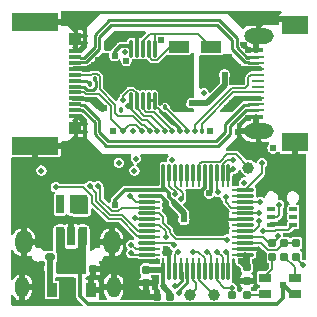
<source format=gbl>
%TF.GenerationSoftware,KiCad,Pcbnew,(6.0.10)*%
%TF.CreationDate,2023-02-04T16:55:40+01:00*%
%TF.ProjectId,twonkie,74776f6e-6b69-4652-9e6b-696361645f70,rev?*%
%TF.SameCoordinates,PX448d510PY20b3950*%
%TF.FileFunction,Copper,L4,Bot*%
%TF.FilePolarity,Positive*%
%FSLAX46Y46*%
G04 Gerber Fmt 4.6, Leading zero omitted, Abs format (unit mm)*
G04 Created by KiCad (PCBNEW (6.0.10)) date 2023-02-04 16:55:40*
%MOMM*%
%LPD*%
G01*
G04 APERTURE LIST*
G04 Aperture macros list*
%AMRoundRect*
0 Rectangle with rounded corners*
0 $1 Rounding radius*
0 $2 $3 $4 $5 $6 $7 $8 $9 X,Y pos of 4 corners*
0 Add a 4 corners polygon primitive as box body*
4,1,4,$2,$3,$4,$5,$6,$7,$8,$9,$2,$3,0*
0 Add four circle primitives for the rounded corners*
1,1,$1+$1,$2,$3*
1,1,$1+$1,$4,$5*
1,1,$1+$1,$6,$7*
1,1,$1+$1,$8,$9*
0 Add four rect primitives between the rounded corners*
20,1,$1+$1,$2,$3,$4,$5,0*
20,1,$1+$1,$4,$5,$6,$7,0*
20,1,$1+$1,$6,$7,$8,$9,0*
20,1,$1+$1,$8,$9,$2,$3,0*%
G04 Aperture macros list end*
%TA.AperFunction,ComponentPad*%
%ADD10O,1.450000X2.000000*%
%TD*%
%TA.AperFunction,ComponentPad*%
%ADD11O,1.150000X1.800000*%
%TD*%
%TA.AperFunction,SMDPad,CuDef*%
%ADD12R,1.250000X0.410000*%
%TD*%
%TA.AperFunction,SMDPad,CuDef*%
%ADD13R,1.000000X0.260000*%
%TD*%
%TA.AperFunction,ComponentPad*%
%ADD14O,2.500000X1.300000*%
%TD*%
%TA.AperFunction,SMDPad,CuDef*%
%ADD15R,2.200000X1.500000*%
%TD*%
%TA.AperFunction,SMDPad,CuDef*%
%ADD16R,1.000000X0.300000*%
%TD*%
%TA.AperFunction,SMDPad,CuDef*%
%ADD17R,1.000000X1.000000*%
%TD*%
%TA.AperFunction,SMDPad,CuDef*%
%ADD18R,4.000000X1.500000*%
%TD*%
%TA.AperFunction,SMDPad,CuDef*%
%ADD19RoundRect,0.062500X-0.062500X0.375000X-0.062500X-0.375000X0.062500X-0.375000X0.062500X0.375000X0*%
%TD*%
%TA.AperFunction,SMDPad,CuDef*%
%ADD20RoundRect,0.075000X-0.075000X0.662500X-0.075000X-0.662500X0.075000X-0.662500X0.075000X0.662500X0*%
%TD*%
%TA.AperFunction,SMDPad,CuDef*%
%ADD21RoundRect,0.075000X-0.662500X0.075000X-0.662500X-0.075000X0.662500X-0.075000X0.662500X0.075000X0*%
%TD*%
%TA.AperFunction,SMDPad,CuDef*%
%ADD22RoundRect,0.062500X-0.375000X0.062500X-0.375000X-0.062500X0.375000X-0.062500X0.375000X0.062500X0*%
%TD*%
%TA.AperFunction,SMDPad,CuDef*%
%ADD23RoundRect,0.160000X0.197500X0.160000X-0.197500X0.160000X-0.197500X-0.160000X0.197500X-0.160000X0*%
%TD*%
%TA.AperFunction,SMDPad,CuDef*%
%ADD24R,0.650000X1.560000*%
%TD*%
%TA.AperFunction,SMDPad,CuDef*%
%ADD25C,1.000000*%
%TD*%
%TA.AperFunction,SMDPad,CuDef*%
%ADD26RoundRect,0.155000X-0.155000X0.212500X-0.155000X-0.212500X0.155000X-0.212500X0.155000X0.212500X0*%
%TD*%
%TA.AperFunction,SMDPad,CuDef*%
%ADD27RoundRect,0.155000X0.212500X0.155000X-0.212500X0.155000X-0.212500X-0.155000X0.212500X-0.155000X0*%
%TD*%
%TA.AperFunction,SMDPad,CuDef*%
%ADD28R,1.000000X0.800000*%
%TD*%
%TA.AperFunction,SMDPad,CuDef*%
%ADD29R,0.900000X1.200000*%
%TD*%
%TA.AperFunction,SMDPad,CuDef*%
%ADD30RoundRect,0.075000X0.075000X-0.650000X0.075000X0.650000X-0.075000X0.650000X-0.075000X-0.650000X0*%
%TD*%
%TA.AperFunction,SMDPad,CuDef*%
%ADD31RoundRect,0.160000X0.160000X-0.197500X0.160000X0.197500X-0.160000X0.197500X-0.160000X-0.197500X0*%
%TD*%
%TA.AperFunction,SMDPad,CuDef*%
%ADD32RoundRect,0.160000X0.222500X0.160000X-0.222500X0.160000X-0.222500X-0.160000X0.222500X-0.160000X0*%
%TD*%
%TA.AperFunction,SMDPad,CuDef*%
%ADD33RoundRect,0.155000X-0.212500X-0.155000X0.212500X-0.155000X0.212500X0.155000X-0.212500X0.155000X0*%
%TD*%
%TA.AperFunction,SMDPad,CuDef*%
%ADD34R,0.650000X0.400000*%
%TD*%
%TA.AperFunction,SMDPad,CuDef*%
%ADD35R,1.750000X1.100000*%
%TD*%
%TA.AperFunction,ViaPad*%
%ADD36C,0.609600*%
%TD*%
%TA.AperFunction,ViaPad*%
%ADD37C,0.508000*%
%TD*%
%TA.AperFunction,ViaPad*%
%ADD38C,0.457200*%
%TD*%
%TA.AperFunction,Conductor*%
%ADD39C,0.304800*%
%TD*%
%TA.AperFunction,Conductor*%
%ADD40C,0.248920*%
%TD*%
%TA.AperFunction,Conductor*%
%ADD41C,0.203200*%
%TD*%
%TA.AperFunction,Conductor*%
%ADD42C,0.508000*%
%TD*%
%TA.AperFunction,Conductor*%
%ADD43C,0.127000*%
%TD*%
%TA.AperFunction,Conductor*%
%ADD44C,0.254000*%
%TD*%
G04 APERTURE END LIST*
D10*
%TO.P,J3,6,Shield*%
%TO.N,GND*%
X1304200Y-19790800D03*
D11*
X1154200Y-23590800D03*
X8904200Y-23590800D03*
D10*
X8754200Y-19790800D03*
%TD*%
D12*
%TO.P,J1,B1,GND*%
%TO.N,GND*%
X20965000Y-9175000D03*
D13*
%TO.P,J1,B2,TX2+*%
%TO.N,/TX2+*%
X21090000Y-8600000D03*
%TO.P,J1,B3,TX2-*%
%TO.N,/TX2-*%
X21090000Y-8100000D03*
%TO.P,J1,B4,VBUS*%
%TO.N,/VBUS_PLUG*%
X21090000Y-7600000D03*
%TO.P,J1,B5,VCONN*%
%TO.N,/CC2_RECEP*%
X21090000Y-7100000D03*
%TO.P,J1,B6*%
%TO.N,N/C*%
X21090000Y-6600000D03*
%TO.P,J1,B7*%
X21090000Y-6100000D03*
%TO.P,J1,B8,SBU2*%
%TO.N,/SBU2*%
X21090000Y-5600000D03*
%TO.P,J1,B9,VBUS*%
%TO.N,/VBUS_PLUG*%
X21090000Y-5100000D03*
%TO.P,J1,B10,RX1-*%
%TO.N,/RX1-*%
X21090000Y-4600000D03*
%TO.P,J1,B11,RX1+*%
%TO.N,/RX1+*%
X21090000Y-4100000D03*
D12*
%TO.P,J1,B12,GND*%
%TO.N,GND*%
X20965000Y-3525000D03*
D14*
%TO.P,J1,S1,SHIELD*%
X21190000Y-10360000D03*
%TO.P,J1,S2,SHIELD*%
X21190000Y-2340000D03*
D15*
%TO.P,J1,S5,SHIELD*%
X24290000Y-11300000D03*
%TO.P,J1,S6,SHIELD*%
X24290000Y-1400000D03*
%TD*%
D16*
%TO.P,J2,B1,GND*%
%TO.N,GND*%
X5675000Y-9100000D03*
%TO.P,J2,B2,TX2+*%
%TO.N,/TX2+*%
X5675000Y-8600000D03*
%TO.P,J2,B3,TX2-*%
%TO.N,/TX2-*%
X5675000Y-8100000D03*
%TO.P,J2,B4,VBUS*%
%TO.N,/VBUS_RECEP*%
X5675000Y-7600000D03*
%TO.P,J2,B5,CC2*%
%TO.N,/CC2_RECEP*%
X5675000Y-7100000D03*
%TO.P,J2,B6,D+*%
%TO.N,/USBC_D+*%
X5675000Y-6600000D03*
%TO.P,J2,B7,D-*%
%TO.N,/USBC_D-*%
X5675000Y-6100000D03*
%TO.P,J2,B8,SBU2*%
%TO.N,/SBU2*%
X5675000Y-5600000D03*
%TO.P,J2,B9,VBUS*%
%TO.N,/VBUS_RECEP*%
X5675000Y-5100000D03*
%TO.P,J2,B10,RX1-*%
%TO.N,/RX1-*%
X5675000Y-4600000D03*
%TO.P,J2,B11,RX1+*%
%TO.N,/RX1+*%
X5675000Y-4100000D03*
%TO.P,J2,B12,GND*%
%TO.N,GND*%
X5675000Y-3600000D03*
D17*
%TO.P,J2,S3,SHIELD*%
X5675000Y-10100000D03*
%TO.P,J2,S4,SHIELD*%
X5675000Y-2600000D03*
D18*
%TO.P,J2,S7,SHIELD*%
X2215000Y-1100000D03*
%TO.P,J2,S8,SHIELD*%
X2215000Y-11600000D03*
%TD*%
D19*
%TO.P,U4,1,VBAT*%
%TO.N,+3V3*%
X13125000Y-14660000D03*
D20*
X13125000Y-13935000D03*
D19*
%TO.P,U4,2,PC13*%
%TO.N,/CC2_TX_EN*%
X13625000Y-14660000D03*
D20*
X13625000Y-13935000D03*
%TO.P,U4,3,PC14*%
%TO.N,/CC1_RP3A0*%
X14125000Y-13935000D03*
D19*
X14125000Y-14660000D03*
D20*
%TO.P,U4,4,PC15*%
%TO.N,unconnected-(U4-Pad4)*%
X14625000Y-13935000D03*
D19*
X14625000Y-14660000D03*
%TO.P,U4,5,PF0*%
%TO.N,/OSC_IN*%
X15125000Y-14660000D03*
D20*
X15125000Y-13935000D03*
D19*
%TO.P,U4,6,PF1*%
%TO.N,/OSC_OUT*%
X15625000Y-14660000D03*
D20*
X15625000Y-13935000D03*
D19*
%TO.P,U4,7,NRST*%
%TO.N,/NRST*%
X16125000Y-14660000D03*
D20*
X16125000Y-13935000D03*
D19*
%TO.P,U4,8,VSSA*%
%TO.N,GND*%
X16625000Y-14660000D03*
D20*
X16625000Y-13935000D03*
D19*
%TO.P,U4,9,VDDA*%
%TO.N,Net-(C5-Pad1)*%
X17125000Y-14660000D03*
D20*
X17125000Y-13935000D03*
%TO.P,U4,10,PA0*%
%TO.N,/CC1_EN*%
X17625000Y-13935000D03*
D19*
X17625000Y-14660000D03*
%TO.P,U4,11,PA1*%
%TO.N,/CC1_BUF*%
X18125000Y-14660000D03*
D20*
X18125000Y-13935000D03*
D19*
%TO.P,U4,12,PA2*%
%TO.N,/CC2_EN*%
X18625000Y-14660000D03*
D20*
X18625000Y-13935000D03*
D21*
%TO.P,U4,13,PA3*%
%TO.N,/CC2_BUF*%
X20037500Y-15347500D03*
D22*
X19312500Y-15347500D03*
D21*
%TO.P,U4,14,PA4*%
%TO.N,/DAC*%
X20037500Y-15847500D03*
D22*
X19312500Y-15847500D03*
D21*
%TO.P,U4,15,PA5*%
%TO.N,/TX_CLK*%
X20037500Y-16347500D03*
D22*
X19312500Y-16347500D03*
%TO.P,U4,16,PA6*%
%TO.N,/CC2_TX_DATA*%
X19312500Y-16847500D03*
D21*
X20037500Y-16847500D03*
%TO.P,U4,17,PA7*%
%TO.N,/VCONN_ALERT_L*%
X20037500Y-17347500D03*
D22*
X19312500Y-17347500D03*
%TO.P,U4,18,PB0*%
%TO.N,GND*%
X19312500Y-17847500D03*
D21*
X20037500Y-17847500D03*
D22*
%TO.P,U4,19,PB1*%
%TO.N,unconnected-(U4-Pad19)*%
X19312500Y-18347500D03*
D21*
X20037500Y-18347500D03*
D22*
%TO.P,U4,20,PB2*%
%TO.N,/VBUS_ALERT_L*%
X19312500Y-18847500D03*
D21*
X20037500Y-18847500D03*
%TO.P,U4,21,PB10*%
%TO.N,/LED_G_L*%
X20037500Y-19347500D03*
D22*
X19312500Y-19347500D03*
%TO.P,U4,22,PB11*%
%TO.N,/LED_R_L*%
X19312500Y-19847500D03*
D21*
X20037500Y-19847500D03*
D22*
%TO.P,U4,23,VSS*%
%TO.N,GND*%
X19312500Y-20347500D03*
D21*
X20037500Y-20347500D03*
D22*
%TO.P,U4,24,VDD*%
%TO.N,+3V3*%
X19312500Y-20847500D03*
D21*
X20037500Y-20847500D03*
D20*
%TO.P,U4,25,PB12*%
%TO.N,/CC2_RPUSB*%
X18625000Y-22260000D03*
D19*
X18625000Y-21535000D03*
D20*
%TO.P,U4,26,PB13*%
%TO.N,/CC2_RD*%
X18125000Y-22260000D03*
D19*
X18125000Y-21535000D03*
%TO.P,U4,27,PB14*%
%TO.N,/LED_B_L*%
X17625000Y-21535000D03*
D20*
X17625000Y-22260000D03*
%TO.P,U4,28,PB15*%
%TO.N,/CC2_RP1A5*%
X17125000Y-22260000D03*
D19*
X17125000Y-21535000D03*
D20*
%TO.P,U4,29,PA8*%
%TO.N,/CC2_RA*%
X16625000Y-22260000D03*
D19*
X16625000Y-21535000D03*
D20*
%TO.P,U4,30,PA9*%
%TO.N,/UART_TX*%
X16125000Y-22260000D03*
D19*
X16125000Y-21535000D03*
%TO.P,U4,31,PA10*%
%TO.N,/UART_RX*%
X15625000Y-21535000D03*
D20*
X15625000Y-22260000D03*
D19*
%TO.P,U4,32,PA11*%
%TO.N,/USB_B_D-*%
X15125000Y-21535000D03*
D20*
X15125000Y-22260000D03*
D19*
%TO.P,U4,33,PA12*%
%TO.N,/USB_B_D+*%
X14625000Y-21535000D03*
D20*
X14625000Y-22260000D03*
%TO.P,U4,34,PA13*%
%TO.N,/CC2_RP3A0*%
X14125000Y-22260000D03*
D19*
X14125000Y-21535000D03*
D20*
%TO.P,U4,35,VSS*%
%TO.N,GND*%
X13625000Y-22260000D03*
D19*
X13625000Y-21535000D03*
D20*
%TO.P,U4,36,VDDIO2*%
%TO.N,+3V3*%
X13125000Y-22260000D03*
D19*
X13125000Y-21535000D03*
D22*
%TO.P,U4,37,PA14*%
%TO.N,/CC1_TX_EN*%
X12437500Y-20847500D03*
D21*
X11712500Y-20847500D03*
D22*
%TO.P,U4,38,PA15*%
%TO.N,/CC1_RPUSB*%
X12437500Y-20347500D03*
D21*
X11712500Y-20347500D03*
D22*
%TO.P,U4,39,PB3*%
%TO.N,/CC1_RD*%
X12437500Y-19847500D03*
D21*
X11712500Y-19847500D03*
%TO.P,U4,40,PB4*%
%TO.N,/CC1_TX_DATA*%
X11712500Y-19347500D03*
D22*
X12437500Y-19347500D03*
D21*
%TO.P,U4,41,PB5*%
%TO.N,/CC1_RP1A5*%
X11712500Y-18847500D03*
D22*
X12437500Y-18847500D03*
%TO.P,U4,42,PB6*%
%TO.N,/INA_SCL*%
X12437500Y-18347500D03*
D21*
X11712500Y-18347500D03*
D22*
%TO.P,U4,43,PB7*%
%TO.N,/INA_SDA*%
X12437500Y-17847500D03*
D21*
X11712500Y-17847500D03*
D22*
%TO.P,U4,44,BOOT0*%
%TO.N,/BOOT*%
X12437500Y-17347500D03*
D21*
X11712500Y-17347500D03*
%TO.P,U4,45,PB8*%
%TO.N,/CC1_RA*%
X11712500Y-16847500D03*
D22*
X12437500Y-16847500D03*
%TO.P,U4,46,PB9*%
%TO.N,/TX_CLK*%
X12437500Y-16347500D03*
D21*
X11712500Y-16347500D03*
D22*
%TO.P,U4,47,VSS*%
%TO.N,GND*%
X12437500Y-15847500D03*
D21*
X11712500Y-15847500D03*
%TO.P,U4,48,VDD*%
%TO.N,+3V3*%
X11712500Y-15347500D03*
D22*
X12437500Y-15347500D03*
%TD*%
D23*
%TO.P,R4,1*%
%TO.N,Net-(DS1-Pad3)*%
X20155500Y-24257000D03*
%TO.P,R4,2*%
%TO.N,/LED_B_L*%
X18960500Y-24257000D03*
%TD*%
D24*
%TO.P,U3,1,VIN*%
%TO.N,+5V*%
X6284000Y-19282400D03*
%TO.P,U3,2,GND*%
%TO.N,GND*%
X5334000Y-19282400D03*
%TO.P,U3,3,EN*%
%TO.N,+5V*%
X4384000Y-19282400D03*
%TO.P,U3,4,NC*%
%TO.N,unconnected-(U3-Pad4)*%
X4384000Y-16582400D03*
%TO.P,U3,5,VOUT*%
%TO.N,+3V3*%
X6284000Y-16582400D03*
%TD*%
D25*
%TO.P,TP2,1,1*%
%TO.N,/UART_TX*%
X17399000Y-24257000D03*
%TD*%
%TO.P,TP3,1,1*%
%TO.N,/UART_RX*%
X15367000Y-24257000D03*
%TD*%
%TO.P,TP1,1,1*%
%TO.N,/NRST*%
X20320000Y-13462000D03*
%TD*%
D26*
%TO.P,C3,1*%
%TO.N,+3V3*%
X20193000Y-21911500D03*
%TO.P,C3,2*%
%TO.N,GND*%
X20193000Y-23046500D03*
%TD*%
D27*
%TO.P,C7,1*%
%TO.N,+3V3*%
X13712000Y-24384000D03*
%TO.P,C7,2*%
%TO.N,GND*%
X12577000Y-24384000D03*
%TD*%
D28*
%TO.P,DS1,1,RK*%
%TO.N,Net-(DS1-Pad1)*%
X24237000Y-22795000D03*
%TO.P,DS1,2,A*%
%TO.N,+5V*%
X24237000Y-24195000D03*
%TO.P,DS1,3,BK*%
%TO.N,Net-(DS1-Pad3)*%
X21737000Y-24195000D03*
%TO.P,DS1,4,GK*%
%TO.N,Net-(DS1-Pad4)*%
X21737000Y-22795000D03*
%TD*%
D29*
%TO.P,D1,1,K*%
%TO.N,Net-(D1-Pad1)*%
X3684000Y-23825200D03*
%TO.P,D1,2,A*%
%TO.N,GND*%
X6984000Y-23825200D03*
%TD*%
D30*
%TO.P,U1,1,A1*%
%TO.N,GND*%
X12368000Y-7788000D03*
%TO.P,U1,2,A0*%
X11868000Y-7788000D03*
%TO.P,U1,3,~{Alert}*%
%TO.N,/VBUS_ALERT_L*%
X11368000Y-7788000D03*
%TO.P,U1,4,SDA*%
%TO.N,/INA_SDA*%
X10868000Y-7788000D03*
%TO.P,U1,5,SCL*%
%TO.N,/INA_SCL*%
X10368000Y-7788000D03*
%TO.P,U1,6,VS*%
%TO.N,+3V3*%
X10368000Y-3388000D03*
%TO.P,U1,7,GND*%
%TO.N,GND*%
X10868000Y-3388000D03*
%TO.P,U1,8,Vbus*%
%TO.N,/VRBUS+*%
X11368000Y-3388000D03*
%TO.P,U1,9,Vin-*%
%TO.N,/VRBUS-*%
X11868000Y-3388000D03*
%TO.P,U1,10,Vin+*%
%TO.N,/VRBUS+*%
X12368000Y-3388000D03*
%TD*%
D31*
%TO.P,R3,1*%
%TO.N,Net-(DS1-Pad4)*%
X22352000Y-21044500D03*
%TO.P,R3,2*%
%TO.N,/LED_G_L*%
X22352000Y-19849500D03*
%TD*%
%TO.P,R5,1*%
%TO.N,Net-(DS2-Pad1)*%
X24384000Y-21044500D03*
%TO.P,R5,2*%
%TO.N,/LED_R_L*%
X24384000Y-19849500D03*
%TD*%
D32*
%TO.P,FB1,1*%
%TO.N,+5V*%
X4636500Y-21031200D03*
%TO.P,FB1,2*%
%TO.N,Net-(D1-Pad1)*%
X3491500Y-21031200D03*
%TD*%
D33*
%TO.P,C1,1*%
%TO.N,+5V*%
X6036500Y-22047200D03*
%TO.P,C1,2*%
%TO.N,GND*%
X7171500Y-22047200D03*
%TD*%
D34*
%TO.P,Q4,1,S*%
%TO.N,GND*%
X22225000Y-18303000D03*
%TO.P,Q4,2,G*%
%TO.N,/USB_B_ID*%
X22225000Y-17653000D03*
%TO.P,Q4,3*%
%TO.N,N/C*%
X22225000Y-17003000D03*
%TO.P,Q4,4*%
X24125000Y-17003000D03*
%TO.P,Q4,5*%
X24125000Y-17653000D03*
%TO.P,Q4,6,D*%
%TO.N,/BOOT*%
X24125000Y-18303000D03*
%TD*%
D31*
%TO.P,R2,1*%
%TO.N,Net-(DS1-Pad1)*%
X23368000Y-21044500D03*
%TO.P,R2,2*%
%TO.N,/LED_R_L*%
X23368000Y-19849500D03*
%TD*%
D26*
%TO.P,C8,1*%
%TO.N,+3V3*%
X11620500Y-22102000D03*
%TO.P,C8,2*%
%TO.N,GND*%
X11620500Y-23237000D03*
%TD*%
D35*
%TO.P,R28,1,1*%
%TO.N,/VBUS_RECEP*%
X14398400Y-4662400D03*
%TO.P,R28,2,2*%
%TO.N,/VRBUS-*%
X14398400Y-3262400D03*
%TO.P,R28,3,3*%
%TO.N,/VRBUS+*%
X17148400Y-3262400D03*
%TO.P,R28,4,4*%
%TO.N,/VBUS_PLUG*%
X17148400Y-4662400D03*
%TD*%
D36*
%TO.N,GND*%
X8890000Y-15240000D03*
D37*
X19177000Y-14732000D03*
D36*
X4673600Y-17881600D03*
X13462000Y-20447000D03*
X13412792Y-16961149D03*
X5334000Y-17881600D03*
X571500Y-12001500D03*
D37*
X6477000Y-9779000D03*
X6477000Y-2921000D03*
X6477000Y-2286000D03*
X6477000Y-10414000D03*
D36*
X635000Y-698500D03*
X19431000Y-10414000D03*
X19939000Y-3048000D03*
X21526500Y-21399500D03*
X20320000Y-3492500D03*
X24257000Y-11620500D03*
X5715000Y-1460500D03*
X16256000Y-15621000D03*
X19558000Y-11303000D03*
X8888837Y-2795747D03*
X22288500Y-889000D03*
X3873500Y-698500D03*
X3873500Y-12001500D03*
X24257000Y-12636500D03*
X23558500Y-1016000D03*
X20256500Y-9271000D03*
X19514320Y-23067117D03*
D37*
X14520288Y-10337780D03*
D36*
X5715000Y-11303000D03*
%TO.N,+5V*%
X23241000Y-23368000D03*
%TO.N,+3V3*%
X5588000Y-16967200D03*
X19685000Y-21336000D03*
X5588000Y-16154400D03*
X12442000Y-22102000D03*
X9017000Y-16637000D03*
X22415500Y-11811000D03*
X14859000Y-17843500D03*
X8890000Y-10350500D03*
D38*
X9499600Y-8622800D03*
D36*
X12942773Y-2656965D03*
X17058298Y-10337800D03*
X8991600Y-3996500D03*
%TO.N,Net-(D1-Pad1)*%
X3491500Y-21959300D03*
D37*
%TO.N,/CC1_RECEP*%
X10515000Y-10341207D03*
D36*
X9976419Y-4433116D03*
D37*
%TO.N,/CC2_RECEP*%
X9728200Y-10350500D03*
X11277600Y-10337800D03*
D38*
X16398395Y-10337800D03*
D37*
%TO.N,/CC1_TX_DATA*%
X2794000Y-13716000D03*
X4000500Y-15113000D03*
%TO.N,/CC1_TX_EN*%
X10414000Y-20701000D03*
%TO.N,/CC2_TX_DATA*%
X18391125Y-15914625D03*
%TO.N,/CC2_TX_EN*%
X14132613Y-15704645D03*
%TO.N,/CC2*%
X10795000Y-12700000D03*
X19939000Y-14732000D03*
X10668000Y-13716000D03*
%TO.N,/CC1_EN*%
X9337588Y-13053528D03*
X17780000Y-15557500D03*
%TO.N,/CC2_EN*%
X19050000Y-13589000D03*
X13843000Y-12827000D03*
%TO.N,/BOOT*%
X21526500Y-18796000D03*
X18516599Y-19558000D03*
%TO.N,/LED_G_L*%
X22796500Y-19240500D03*
%TO.N,/LED_B_L*%
X18923000Y-23622000D03*
%TO.N,/CC1_RP3A0*%
X14605000Y-16129000D03*
%TO.N,/CC1_RA*%
X7576582Y-15013987D03*
%TO.N,/CC1_RP1A5*%
X6893953Y-14999838D03*
%TO.N,/CC1_RD*%
X14010642Y-20035519D03*
%TO.N,/CC1_RPUSB*%
X10414000Y-20002500D03*
%TO.N,/CC2_RP3A0*%
X14351000Y-20574000D03*
%TO.N,/CC2_RA*%
X15621000Y-20574000D03*
%TO.N,/CC2_RP1A5*%
X16793347Y-20574000D03*
%TO.N,/CC2_RD*%
X17653000Y-20574000D03*
%TO.N,/CC2_RPUSB*%
X18415000Y-20574000D03*
%TO.N,/INA_SCL*%
X13307848Y-19323564D03*
X12597662Y-10337303D03*
X10102421Y-8225857D03*
%TO.N,/INA_SDA*%
X10714245Y-17733755D03*
X9667107Y-7759700D03*
X13251284Y-10337300D03*
%TO.N,/VBUS_ALERT_L*%
X13885786Y-10337915D03*
X21209000Y-17970500D03*
%TO.N,/VCONN_ALERT_L*%
X21209000Y-17335500D03*
X15154790Y-10337801D03*
D38*
X13284200Y-8356600D03*
D37*
%TO.N,/CC2_BUF*%
X21463000Y-13081000D03*
%TO.N,/CC1_BUF*%
X19050000Y-12827000D03*
D36*
%TO.N,/VBUS_PLUG*%
X18135600Y-4318000D03*
X18516600Y-4699000D03*
X18932637Y-8010637D03*
X18643600Y-4140200D03*
X18538937Y-8404337D03*
X19405600Y-7658300D03*
X19431000Y-4953000D03*
X19050000Y-4572000D03*
%TO.N,/VBUS_RECEP*%
X7213600Y-4800600D03*
X7585260Y-8162740D03*
X14097000Y-7594600D03*
X14423163Y-7114210D03*
X7569200Y-4368800D03*
X14423798Y-8090400D03*
X7772400Y-4851899D03*
X8064500Y-8445500D03*
X7203578Y-7809844D03*
D37*
%TO.N,/SBU2*%
X11963168Y-10334026D03*
X15789292Y-10337800D03*
D38*
%TO.N,/USBC_D-*%
X6890246Y-6388110D03*
%TO.N,/USBC_D+*%
X7302500Y-5969000D03*
D37*
%TO.N,/USB_B_D+*%
X14122400Y-23520400D03*
%TO.N,/USB_B_D-*%
X14478000Y-24066500D03*
%TO.N,/TX_CLK*%
X21335742Y-16370299D03*
X10287000Y-15875000D03*
%TO.N,Net-(DS2-Pad1)*%
X24965601Y-21706899D03*
D36*
%TO.N,Net-(C5-Pad1)*%
X17018000Y-15621000D03*
D37*
%TO.N,/USB_B_ID*%
X22923500Y-16637000D03*
%TO.N,/VRCONN+*%
X16535400Y-7112000D03*
X9837500Y-3714271D03*
D36*
%TO.N,/CC1_PLUG*%
X15519400Y-8001000D03*
X18301778Y-5588500D03*
%TD*%
D39*
%TO.N,GND*%
X13625000Y-22260000D02*
X13625000Y-20610000D01*
X13625000Y-20610000D02*
X13462000Y-20447000D01*
X13412792Y-16384928D02*
X13412792Y-16961149D01*
X12875364Y-15847500D02*
X13412792Y-16384928D01*
X11712500Y-15847500D02*
X12875364Y-15847500D01*
X12437500Y-15847500D02*
X12875364Y-15847500D01*
X6477000Y-2286000D02*
X5989000Y-2286000D01*
X5675000Y-9100000D02*
X6115500Y-9100000D01*
X6115500Y-9100000D02*
X6477000Y-9461500D01*
X6477000Y-9461500D02*
X6477000Y-9779000D01*
X6477000Y-10414000D02*
X5989000Y-10414000D01*
X6477000Y-2921000D02*
X5996000Y-2921000D01*
X6115500Y-3600000D02*
X6477000Y-3238500D01*
X5675000Y-3600000D02*
X6115500Y-3600000D01*
X6477000Y-3238500D02*
X6477000Y-2921000D01*
X6477000Y-2921000D02*
X6477000Y-2286000D01*
X6477000Y-9779000D02*
X5996000Y-9779000D01*
X6477000Y-9779000D02*
X6477000Y-10414000D01*
D40*
X19312500Y-17847500D02*
X17187100Y-17847500D01*
X5798000Y-3600000D02*
X6477000Y-2921000D01*
D39*
X16625000Y-13935000D02*
X16625000Y-15187799D01*
D41*
X12368000Y-8354800D02*
X12368000Y-7938996D01*
D39*
X20352500Y-3525000D02*
X20320000Y-3492500D01*
D42*
X19534937Y-23046500D02*
X19514320Y-23067117D01*
X23431500Y-889000D02*
X23558500Y-1016000D01*
D39*
X20965000Y-3525000D02*
X20352500Y-3525000D01*
D41*
X12642270Y-8411899D02*
X12425099Y-8411899D01*
D39*
X5715000Y-11303000D02*
X6121400Y-11303000D01*
X19939000Y-3111500D02*
X20320000Y-3492500D01*
D42*
X22288500Y-889000D02*
X23431500Y-889000D01*
D39*
X19939000Y-3048000D02*
X19939000Y-3111500D01*
D40*
X17187100Y-17847500D02*
X16256000Y-16916400D01*
D42*
X20193000Y-23046500D02*
X19534937Y-23046500D01*
D40*
X5798000Y-9100000D02*
X6477000Y-9779000D01*
D42*
X20965000Y-3525000D02*
X20965000Y-2523990D01*
D41*
X14520288Y-10337780D02*
X14520288Y-10289917D01*
X12425099Y-8411899D02*
X12368000Y-8354800D01*
D39*
X6121400Y-11303000D02*
X6477000Y-10947400D01*
D40*
X16256000Y-16916400D02*
X16256000Y-15621000D01*
D42*
X20965000Y-9175000D02*
X20965000Y-10176010D01*
D41*
X20037500Y-17847500D02*
X19312500Y-17847500D01*
D39*
X5715000Y-1460500D02*
X6261100Y-1460500D01*
X16613001Y-15187799D02*
X16256000Y-15544800D01*
X16625000Y-15187799D02*
X16613001Y-15187799D01*
X16256000Y-15544800D02*
X16256000Y-15621000D01*
D42*
X5334000Y-17881600D02*
X7315200Y-17881600D01*
D39*
X6261100Y-1460500D02*
X6477000Y-1676400D01*
X6477000Y-1676400D02*
X6477000Y-2286000D01*
D41*
X11868000Y-7788000D02*
X12368000Y-7788000D01*
D39*
X6477000Y-10414000D02*
X6477000Y-10947400D01*
D41*
X14520288Y-10289917D02*
X12642270Y-8411899D01*
D42*
X5334000Y-19282400D02*
X5334000Y-17881600D01*
D39*
%TO.N,+5V*%
X23241000Y-23368000D02*
X23241000Y-24511000D01*
X24068000Y-24195000D02*
X23241000Y-23368000D01*
X6748401Y-25036401D02*
X6036500Y-24324500D01*
X22715599Y-25036401D02*
X6748401Y-25036401D01*
X23241000Y-24511000D02*
X22715599Y-25036401D01*
X6036500Y-24324500D02*
X6036500Y-22047200D01*
%TO.N,+3V3*%
X11712500Y-15347500D02*
X13315500Y-15347500D01*
X13125000Y-15196000D02*
X13164000Y-15196000D01*
X13164000Y-15196000D02*
X13599212Y-15631212D01*
X13315500Y-15347500D02*
X13599212Y-15631212D01*
X9881349Y-15341599D02*
X11706599Y-15341599D01*
X9017000Y-16205948D02*
X9881349Y-15341599D01*
X9017000Y-16637000D02*
X9017000Y-16205948D01*
X13599212Y-15631212D02*
X13599212Y-15960678D01*
X11706599Y-15341599D02*
X11712500Y-15347500D01*
X13599212Y-15960678D02*
X14021534Y-16383000D01*
X12935990Y-22102000D02*
X13093990Y-22260000D01*
X12973500Y-15347500D02*
X13125000Y-15196000D01*
X13125000Y-15196000D02*
X13125000Y-13935000D01*
D42*
X20193000Y-21844000D02*
X19685000Y-21336000D01*
X20193000Y-21911500D02*
X20193000Y-21034010D01*
D39*
X11712500Y-15347500D02*
X12973500Y-15347500D01*
D42*
X12442000Y-22102000D02*
X12935990Y-22102000D01*
D39*
X13093990Y-23507990D02*
X13093990Y-22260000D01*
D42*
X11557000Y-22102000D02*
X12442000Y-22102000D01*
X13712000Y-24126000D02*
X13093990Y-23507990D01*
X13712000Y-24384000D02*
X13712000Y-24126000D01*
X20193000Y-21034010D02*
X20037500Y-20878510D01*
X14859000Y-17322802D02*
X14021534Y-16485336D01*
D39*
X10368000Y-3388000D02*
X10160871Y-3180871D01*
D42*
X14859000Y-17843500D02*
X14859000Y-17322802D01*
D39*
X9472873Y-3180871D02*
X8991600Y-3662144D01*
D42*
X14021534Y-16485336D02*
X14021534Y-16383000D01*
D39*
X8991600Y-3662144D02*
X8991600Y-3996500D01*
X10160871Y-3180871D02*
X9472873Y-3180871D01*
D42*
%TO.N,Net-(D1-Pad1)*%
X3491500Y-21959300D02*
X3491500Y-23632700D01*
X3491500Y-21031200D02*
X3491500Y-21959300D01*
D41*
%TO.N,Net-(DS1-Pad3)*%
X20193000Y-24219500D02*
X21712500Y-24219500D01*
%TO.N,Net-(DS1-Pad4)*%
X21737000Y-22649500D02*
X22352000Y-22034500D01*
X22352000Y-22034500D02*
X22352000Y-21044500D01*
%TO.N,/CC2_RECEP*%
X8712200Y-8266174D02*
X7697061Y-7251035D01*
X10798407Y-9858607D02*
X11277600Y-10337800D01*
X16398395Y-9738205D02*
X19036600Y-7100000D01*
X16398395Y-10337800D02*
X16398395Y-9738205D01*
X8712200Y-9334500D02*
X8712200Y-8266174D01*
X10220093Y-9858607D02*
X10798407Y-9858607D01*
X9728200Y-10350500D02*
X10220093Y-9858607D01*
X9728200Y-10350500D02*
X8712200Y-9334500D01*
X19036600Y-7100000D02*
X21090000Y-7100000D01*
X7697061Y-7251035D02*
X6529235Y-7251035D01*
X6378200Y-7100000D02*
X5675000Y-7100000D01*
X6529235Y-7251035D02*
X6378200Y-7100000D01*
%TO.N,/CC1_TX_DATA*%
X4025899Y-15138399D02*
X6254881Y-15138399D01*
X4025899Y-15138399D02*
X4000500Y-15113000D01*
X10924240Y-19226110D02*
X10875840Y-19177710D01*
X11712500Y-19332500D02*
X11606110Y-19226110D01*
X10836723Y-19177710D02*
X9489835Y-17830821D01*
X7112000Y-15900400D02*
X6349999Y-15138399D01*
X9489835Y-17830821D02*
X8487415Y-17830821D01*
X6349999Y-15138399D02*
X6254881Y-15138399D01*
X10875840Y-19177710D02*
X10836723Y-19177710D01*
X11606110Y-19226110D02*
X10924240Y-19226110D01*
X7112000Y-16455406D02*
X7112000Y-15900400D01*
X8487415Y-17830821D02*
X7112000Y-16455406D01*
%TO.N,/CC1_TX_EN*%
X10560500Y-20847500D02*
X10414000Y-20701000D01*
X11712500Y-20847500D02*
X10560500Y-20847500D01*
%TO.N,/CC2_TX_DATA*%
X20037500Y-16847500D02*
X18963306Y-16847500D01*
X18875000Y-16847500D02*
X19312500Y-16847500D01*
X18391125Y-15914625D02*
X18415000Y-16387500D01*
X18415000Y-16387500D02*
X18875000Y-16847500D01*
%TO.N,/CC2_TX_EN*%
X14181369Y-15704645D02*
X14132613Y-15704645D01*
X13625000Y-13935000D02*
X13625000Y-15009194D01*
X13625000Y-15009194D02*
X14236806Y-15621000D01*
X14236806Y-15621000D02*
X14265014Y-15621000D01*
X14265014Y-15621000D02*
X14181369Y-15704645D01*
%TO.N,/CC1_EN*%
X17625000Y-15466000D02*
X17625000Y-13935000D01*
X17780000Y-15557500D02*
X17625000Y-15466000D01*
%TO.N,/CC2_EN*%
X18625000Y-13935000D02*
X18704000Y-13935000D01*
X18704000Y-13935000D02*
X19050000Y-13589000D01*
%TO.N,/BOOT*%
X13103610Y-18197429D02*
X13638058Y-18731877D01*
X13638058Y-18939524D02*
X13790449Y-19091915D01*
X18491198Y-19532599D02*
X18516599Y-19558000D01*
X13790449Y-19091915D02*
X13790449Y-19101076D01*
X13103610Y-17664416D02*
X13103610Y-18197429D01*
X23696399Y-18731601D02*
X24125000Y-18303000D01*
X13790449Y-19101076D02*
X14221972Y-19532599D01*
X22591149Y-18731601D02*
X23696399Y-18731601D01*
X21526500Y-18796000D02*
X22526750Y-18796000D01*
X12786694Y-17347500D02*
X13103610Y-17664416D01*
X14221972Y-19532599D02*
X18491198Y-19532599D01*
X11712500Y-17347500D02*
X12786694Y-17347500D01*
X22526750Y-18796000D02*
X22591149Y-18731601D01*
X13638058Y-18731877D02*
X13638058Y-18939524D01*
%TO.N,/LED_R_L*%
X24384000Y-19849500D02*
X23368000Y-19849500D01*
X22770500Y-20447000D02*
X22006710Y-20447000D01*
X21407210Y-19847500D02*
X22006710Y-20447000D01*
X23368000Y-19849500D02*
X22770500Y-20447000D01*
X20037500Y-19847500D02*
X21407210Y-19847500D01*
%TO.N,/LED_G_L*%
X22352000Y-19849500D02*
X22091710Y-19849500D01*
X21589710Y-19347500D02*
X22091710Y-19849500D01*
X20037500Y-19347500D02*
X21589710Y-19347500D01*
X22796500Y-19405000D02*
X22352000Y-19849500D01*
X22796500Y-19240500D02*
X22796500Y-19405000D01*
%TO.N,/LED_B_L*%
X18249500Y-23622000D02*
X18923000Y-23622000D01*
X17625000Y-22997500D02*
X18249500Y-23622000D01*
X18923000Y-23622000D02*
X18923000Y-24219500D01*
X17625000Y-22260000D02*
X17625000Y-22997500D01*
%TO.N,/CC1_RP3A0*%
X14757399Y-15646399D02*
X14757399Y-15976601D01*
X14757399Y-15976601D02*
X14605000Y-16129000D01*
X14125000Y-15014000D02*
X14757399Y-15646399D01*
X14125000Y-14660000D02*
X14125000Y-15014000D01*
%TO.N,/CC1_RA*%
X11712500Y-16847500D02*
X9595934Y-16847500D01*
X9273033Y-17170401D02*
X8760967Y-17170401D01*
X9595934Y-16847500D02*
X9273033Y-17170401D01*
X8760967Y-17170401D02*
X7772420Y-16181854D01*
X7772420Y-15209825D02*
X7576582Y-15013987D01*
X7772420Y-16181854D02*
X7772420Y-15209825D01*
%TO.N,/CC1_RP1A5*%
X9626611Y-17500611D02*
X8624191Y-17500611D01*
X6893953Y-15035635D02*
X6893953Y-14999838D01*
X10973500Y-18847500D02*
X9626611Y-17500611D01*
X7442210Y-15583892D02*
X6893953Y-15035635D01*
X11712500Y-18847500D02*
X10973500Y-18847500D01*
X8624191Y-17500611D02*
X7442210Y-16318630D01*
X7442210Y-16318630D02*
X7442210Y-15583892D01*
%TO.N,/CC1_RD*%
X11712500Y-19847500D02*
X13822623Y-19847500D01*
X13822623Y-19847500D02*
X14010642Y-20035519D01*
%TO.N,/CC1_RPUSB*%
X10759000Y-20347500D02*
X10414000Y-20002500D01*
X11712500Y-20347500D02*
X10759000Y-20347500D01*
%TO.N,/CC2_RP3A0*%
X14125000Y-22260000D02*
X14125000Y-20800000D01*
X14125000Y-20800000D02*
X14351000Y-20574000D01*
%TO.N,/CC2_RA*%
X16625000Y-21119903D02*
X16079097Y-20574000D01*
X16625000Y-22260000D02*
X16625000Y-21119903D01*
X16079097Y-20574000D02*
X15621000Y-20574000D01*
%TO.N,/CC2_RP1A5*%
X17125000Y-21535000D02*
X17125000Y-20905653D01*
X17125000Y-20905653D02*
X16793347Y-20574000D01*
%TO.N,/CC2_RD*%
X18125000Y-22260000D02*
X18125000Y-21046000D01*
X18125000Y-21046000D02*
X17653000Y-20574000D01*
%TO.N,/CC2_RPUSB*%
X18625000Y-22260000D02*
X18625000Y-20784000D01*
X18625000Y-20784000D02*
X18415000Y-20574000D01*
%TO.N,/UART_TX*%
X16125000Y-22983000D02*
X17399000Y-24257000D01*
X16125000Y-22260000D02*
X16125000Y-22983000D01*
%TO.N,/UART_RX*%
X15866999Y-23757001D02*
X15367000Y-24257000D01*
X15625000Y-22997500D02*
X15866999Y-23239499D01*
X15625000Y-22260000D02*
X15625000Y-22997500D01*
X15866999Y-23239499D02*
X15866999Y-23757001D01*
%TO.N,/NRST*%
X19281649Y-12344399D02*
X20320000Y-13382750D01*
X16125000Y-13935000D02*
X16125000Y-13197500D01*
X18516602Y-12344399D02*
X19281649Y-12344399D01*
X17907001Y-12954000D02*
X18516602Y-12344399D01*
X16368500Y-12954000D02*
X17907001Y-12954000D01*
X16125000Y-13197500D02*
X16368500Y-12954000D01*
%TO.N,/INA_SCL*%
X12786694Y-18347500D02*
X13307848Y-18868654D01*
X13307848Y-18868654D02*
X13307848Y-19323564D01*
X11712500Y-18347500D02*
X12786694Y-18347500D01*
X10368000Y-8463000D02*
X10368000Y-7788000D01*
D43*
X10102421Y-8225857D02*
X10368000Y-7960278D01*
D41*
X12597662Y-10337303D02*
X12597662Y-10286020D01*
X11328400Y-9423400D02*
X10368000Y-8463000D01*
X12597662Y-10286020D02*
X11735042Y-9423400D01*
X11735042Y-9423400D02*
X11328400Y-9423400D01*
%TO.N,/INA_SDA*%
X10827990Y-17847500D02*
X10714245Y-17733755D01*
X11712500Y-17847500D02*
X10827990Y-17847500D01*
X11496946Y-9071301D02*
X10868000Y-8442355D01*
D43*
X9667107Y-7388419D02*
X10183026Y-6872500D01*
X9667107Y-7759700D02*
X9667107Y-7388419D01*
D41*
X10868000Y-8442355D02*
X10868000Y-7788000D01*
X12068501Y-9071301D02*
X11496946Y-9071301D01*
D43*
X10552974Y-6872500D02*
X10868000Y-7187526D01*
D41*
X13251284Y-10337300D02*
X13251284Y-10254084D01*
X13251284Y-10254084D02*
X12068501Y-9071301D01*
D43*
X10183026Y-6872500D02*
X10552974Y-6872500D01*
D41*
%TO.N,/VBUS_ALERT_L*%
X13885786Y-10289302D02*
X12338084Y-8741600D01*
X11368000Y-8442355D02*
X11368000Y-7788000D01*
X20037500Y-18847500D02*
X20775000Y-18847500D01*
X13885786Y-10337915D02*
X13885786Y-10289302D01*
X12338084Y-8741600D02*
X11667245Y-8741600D01*
X20775000Y-18847500D02*
X21209000Y-18413500D01*
X11667245Y-8741600D02*
X11368000Y-8442355D01*
X21209000Y-18413500D02*
X21209000Y-17970500D01*
%TO.N,/VCONN_ALERT_L*%
X21197000Y-17347500D02*
X21209000Y-17335500D01*
X20037500Y-17347500D02*
X21197000Y-17347500D01*
X15154790Y-10227190D02*
X13284200Y-8356600D01*
X15154790Y-10337801D02*
X15154790Y-10227190D01*
%TO.N,/CC2_BUF*%
X20037500Y-15347500D02*
X21463000Y-13922000D01*
X21463000Y-13922000D02*
X21463000Y-13081000D01*
%TO.N,/CC1_BUF*%
X18125000Y-13202988D02*
X18125000Y-13935000D01*
X18500988Y-12827000D02*
X18125000Y-13202988D01*
X19050000Y-12827000D02*
X18500988Y-12827000D01*
D42*
%TO.N,/VBUS_RECEP*%
X8064500Y-8445500D02*
X7894431Y-8543740D01*
X7149100Y-7784100D02*
X7177834Y-7784100D01*
X7232364Y-7809844D02*
X7203578Y-7809844D01*
X7585260Y-8162740D02*
X7232364Y-7809844D01*
D39*
X6317446Y-7600000D02*
X6374891Y-7657445D01*
X7051179Y-7657445D02*
X7203578Y-7809844D01*
D42*
X7894431Y-8543740D02*
X7585260Y-8234569D01*
D39*
X5675000Y-7600000D02*
X6317446Y-7600000D01*
D42*
X7585260Y-8234569D02*
X7585260Y-8162740D01*
D39*
X6374891Y-7657445D02*
X7051179Y-7657445D01*
D42*
X7177834Y-7784100D02*
X7203578Y-7809844D01*
D44*
%TO.N,/RX1+*%
X6071800Y-4146800D02*
X6360830Y-4146800D01*
X6025000Y-4100000D02*
X6071800Y-4146800D01*
X7289800Y-2227230D02*
X8551830Y-965200D01*
X17787970Y-965200D02*
X19316700Y-2493930D01*
X20339999Y-4100000D02*
X21090000Y-4100000D01*
X8551830Y-965200D02*
X17787970Y-965200D01*
X6360830Y-4146800D02*
X7289800Y-3217830D01*
X19316700Y-3281330D02*
X20182170Y-4146800D01*
X7289800Y-3217830D02*
X7289800Y-2227230D01*
X20182170Y-4146800D02*
X20293199Y-4146800D01*
X19316700Y-2493930D02*
X19316700Y-3281330D01*
X20293199Y-4146800D02*
X20339999Y-4100000D01*
%TO.N,/RX1-*%
X20339999Y-4600000D02*
X21090000Y-4600000D01*
X6025000Y-4600000D02*
X6071800Y-4553200D01*
X6529170Y-4553200D02*
X7696200Y-3386170D01*
X20013830Y-4553200D02*
X20293199Y-4553200D01*
X8720170Y-1371600D02*
X17619630Y-1371600D01*
X7696200Y-3386170D02*
X7696200Y-2395570D01*
X18910300Y-3449670D02*
X20013830Y-4553200D01*
X20293199Y-4553200D02*
X20339999Y-4600000D01*
X18910300Y-2662270D02*
X18910300Y-3449670D01*
X6071800Y-4553200D02*
X6529170Y-4553200D01*
X17619630Y-1371600D02*
X18910300Y-2662270D01*
X7696200Y-2395570D02*
X8720170Y-1371600D01*
D41*
%TO.N,/SBU2*%
X20320000Y-5782800D02*
X20502800Y-5600000D01*
X15789292Y-9880334D02*
X18913226Y-6756400D01*
X7521957Y-5511799D02*
X7083043Y-5511799D01*
X11293226Y-9855200D02*
X10531226Y-9093200D01*
X11963168Y-10334026D02*
X11484342Y-9855200D01*
X6994842Y-5600000D02*
X5675000Y-5600000D01*
X10531226Y-9093200D02*
X9296400Y-9093200D01*
X11484342Y-9855200D02*
X11293226Y-9855200D01*
X15789292Y-10337800D02*
X15789292Y-9880334D01*
X7083043Y-5511799D02*
X6994842Y-5600000D01*
X20320000Y-6502400D02*
X20320000Y-5782800D01*
X9042400Y-8839200D02*
X9042400Y-8129388D01*
X9042400Y-8129388D02*
X7759701Y-6846689D01*
X20502800Y-5600000D02*
X21090000Y-5600000D01*
X9296400Y-9093200D02*
X9042400Y-8839200D01*
X18913226Y-6756400D02*
X20066000Y-6756400D01*
X20066000Y-6756400D02*
X20320000Y-6502400D01*
X7759701Y-6846689D02*
X7759701Y-5749543D01*
X7759701Y-5749543D02*
X7521957Y-5511799D01*
D44*
%TO.N,/TX2-*%
X17568830Y-11226800D02*
X8466170Y-11226800D01*
X8466170Y-11226800D02*
X7696200Y-10456830D01*
X18338800Y-10456830D02*
X17568830Y-11226800D01*
X6025000Y-8100000D02*
X6071800Y-8146800D01*
X19950330Y-8146800D02*
X18338800Y-9758330D01*
X20293199Y-8146800D02*
X19950330Y-8146800D01*
X20339999Y-8100000D02*
X20293199Y-8146800D01*
X7696200Y-9440830D02*
X7696200Y-10456830D01*
X6402170Y-8146800D02*
X7696200Y-9440830D01*
X6071800Y-8146800D02*
X6402170Y-8146800D01*
X18338800Y-9758330D02*
X18338800Y-10456830D01*
X21090000Y-8100000D02*
X20339999Y-8100000D01*
%TO.N,/TX2+*%
X17737170Y-11633200D02*
X8297830Y-11633200D01*
X8297830Y-11633200D02*
X7289800Y-10625170D01*
X18745200Y-10625170D02*
X17737170Y-11633200D01*
X7289800Y-9609170D02*
X7289800Y-10625170D01*
X6233830Y-8553200D02*
X7289800Y-9609170D01*
X6025000Y-8600000D02*
X6071800Y-8553200D01*
X18745200Y-9926670D02*
X18745200Y-10625170D01*
X20118670Y-8553200D02*
X18745200Y-9926670D01*
X6071800Y-8553200D02*
X6233830Y-8553200D01*
X20293199Y-8553200D02*
X20118670Y-8553200D01*
X20339999Y-8600000D02*
X20293199Y-8553200D01*
X21090000Y-8600000D02*
X20339999Y-8600000D01*
%TO.N,/USBC_D-*%
X5675000Y-6100000D02*
X6602136Y-6100000D01*
X6602136Y-6100000D02*
X6890246Y-6388110D01*
%TO.N,/USBC_D+*%
X6658597Y-6870711D02*
X7121895Y-6870711D01*
X7372847Y-6156461D02*
X7372847Y-6619759D01*
X6395106Y-6607220D02*
X6658597Y-6870711D01*
X6395106Y-6600000D02*
X6395106Y-6607220D01*
X7372847Y-6619759D02*
X7121895Y-6870711D01*
X7302500Y-5969000D02*
X7302500Y-6086114D01*
X5675000Y-6600000D02*
X6395106Y-6600000D01*
X7302500Y-6086114D02*
X7372847Y-6156461D01*
%TO.N,/USB_B_D+*%
X14671800Y-23039231D02*
X14190631Y-23520400D01*
X14190631Y-23520400D02*
X14122400Y-23520400D01*
X14671800Y-22306800D02*
X14671800Y-23039231D01*
X14625000Y-22260000D02*
X14671800Y-22306800D01*
%TO.N,/USB_B_D-*%
X15125000Y-22260000D02*
X15078200Y-22306800D01*
X15078200Y-23207569D02*
X14630401Y-23655368D01*
X15078200Y-22306800D02*
X15078200Y-23207569D01*
X14478000Y-23916642D02*
X14478000Y-24066500D01*
X14630401Y-23655368D02*
X14630401Y-23764241D01*
X14630401Y-23764241D02*
X14478000Y-23916642D01*
D41*
%TO.N,/TX_CLK*%
X20037500Y-16347500D02*
X19300000Y-16347500D01*
X10287000Y-15875000D02*
X10759500Y-16347500D01*
X21335742Y-16370299D02*
X20060299Y-16370299D01*
X10759500Y-16347500D02*
X11712500Y-16347500D01*
%TO.N,Net-(DS1-Pad1)*%
X24237000Y-21913500D02*
X23368000Y-21044500D01*
X24237000Y-22795000D02*
X24237000Y-21913500D01*
%TO.N,Net-(DS2-Pad1)*%
X24384000Y-21125298D02*
X24965601Y-21706899D01*
D39*
%TO.N,Net-(C5-Pad1)*%
X17125000Y-13935000D02*
X17125000Y-15514000D01*
X17125000Y-15514000D02*
X17018000Y-15621000D01*
D41*
%TO.N,/USB_B_ID*%
X22923500Y-17482700D02*
X22923500Y-16637000D01*
X22753200Y-17653000D02*
X22923500Y-17482700D01*
X22225000Y-17653000D02*
X22753200Y-17653000D01*
%TO.N,/VRBUS-*%
X12166600Y-4343400D02*
X11868000Y-4044800D01*
X13647955Y-3262400D02*
X12566955Y-4343400D01*
X12566955Y-4343400D02*
X12166600Y-4343400D01*
X14398400Y-3262400D02*
X13647955Y-3262400D01*
X11868000Y-4044800D02*
X11868000Y-3388000D01*
%TO.N,/VRBUS+*%
X17148400Y-3262400D02*
X16009565Y-2123565D01*
X12368000Y-3388000D02*
X12368000Y-2160800D01*
X12405235Y-2123565D02*
X11978080Y-2123565D01*
X11368000Y-2733645D02*
X11368000Y-3388000D01*
X11978080Y-2123565D02*
X11368000Y-2733645D01*
X12368000Y-2160800D02*
X12405235Y-2123565D01*
X16009565Y-2123565D02*
X12405235Y-2123565D01*
D42*
%TO.N,/CC1_PLUG*%
X18301778Y-5588500D02*
X18301778Y-6514022D01*
X18301778Y-6514022D02*
X16814800Y-8001000D01*
X16814800Y-8001000D02*
X15519400Y-8001000D01*
%TD*%
%TA.AperFunction,Conductor*%
%TO.N,GND*%
G36*
X5767121Y-8970002D02*
G01*
X5813614Y-9023658D01*
X5825000Y-9076000D01*
X5825000Y-9287885D01*
X5829475Y-9303124D01*
X5831976Y-9305292D01*
X5892094Y-9338117D01*
X5926120Y-9400429D01*
X5929000Y-9427214D01*
X5929000Y-10835884D01*
X5933475Y-10851123D01*
X5934865Y-10852328D01*
X5942548Y-10853999D01*
X6193828Y-10853999D01*
X6206088Y-10852791D01*
X6261931Y-10841685D01*
X6284426Y-10832367D01*
X6336289Y-10797714D01*
X6404042Y-10776500D01*
X6472509Y-10795284D01*
X6495385Y-10813385D01*
X8001000Y-12319000D01*
X10297914Y-12319000D01*
X10366035Y-12339002D01*
X10412528Y-12392658D01*
X10422632Y-12462932D01*
X10411969Y-12498547D01*
X10377339Y-12572308D01*
X10375958Y-12581176D01*
X10375958Y-12581177D01*
X10359669Y-12685791D01*
X10359669Y-12685795D01*
X10358288Y-12694664D01*
X10359452Y-12703566D01*
X10359452Y-12703569D01*
X10365827Y-12752317D01*
X10374344Y-12817449D01*
X10424216Y-12930793D01*
X10429993Y-12937666D01*
X10429994Y-12937667D01*
X10496284Y-13016529D01*
X10503895Y-13025583D01*
X10572462Y-13071225D01*
X10579249Y-13075743D01*
X10624872Y-13130140D01*
X10633843Y-13200568D01*
X10603313Y-13264665D01*
X10544055Y-13301779D01*
X10534839Y-13304413D01*
X10489664Y-13317324D01*
X10482077Y-13322111D01*
X10482075Y-13322112D01*
X10392530Y-13378611D01*
X10384937Y-13383402D01*
X10302965Y-13476217D01*
X10250339Y-13588308D01*
X10248958Y-13597176D01*
X10248958Y-13597177D01*
X10232669Y-13701791D01*
X10232669Y-13701795D01*
X10231288Y-13710664D01*
X10232452Y-13719566D01*
X10232452Y-13719569D01*
X10233381Y-13726671D01*
X10247344Y-13833449D01*
X10250961Y-13841669D01*
X10287641Y-13925031D01*
X10297216Y-13946793D01*
X10302993Y-13953666D01*
X10302994Y-13953667D01*
X10368100Y-14031120D01*
X10376895Y-14041583D01*
X10479976Y-14110200D01*
X10502651Y-14117284D01*
X10588891Y-14144227D01*
X10598173Y-14147127D01*
X10721982Y-14149396D01*
X10740942Y-14144227D01*
X10832793Y-14119186D01*
X10832795Y-14119185D01*
X10841452Y-14116825D01*
X10946979Y-14052031D01*
X10962660Y-14034707D01*
X11024050Y-13966885D01*
X11024051Y-13966883D01*
X11030078Y-13960225D01*
X11040569Y-13938573D01*
X11080155Y-13856866D01*
X11080155Y-13856865D01*
X11084070Y-13848785D01*
X11098156Y-13765063D01*
X11103809Y-13731464D01*
X11103809Y-13731459D01*
X11104615Y-13726671D01*
X11104745Y-13716000D01*
X11087190Y-13593420D01*
X11035937Y-13480695D01*
X10955105Y-13386885D01*
X10884759Y-13341289D01*
X10838475Y-13287453D01*
X10828644Y-13217141D01*
X10858388Y-13152675D01*
X10920149Y-13113994D01*
X10959793Y-13103186D01*
X10959795Y-13103185D01*
X10968452Y-13100825D01*
X11039670Y-13057097D01*
X11066331Y-13040727D01*
X11073979Y-13036031D01*
X11083436Y-13025583D01*
X11151050Y-12950885D01*
X11151051Y-12950883D01*
X11157078Y-12944225D01*
X11161691Y-12934705D01*
X11207155Y-12840866D01*
X11207155Y-12840865D01*
X11211070Y-12832785D01*
X11223537Y-12758685D01*
X11230809Y-12715464D01*
X11230809Y-12715459D01*
X11231615Y-12710671D01*
X11231745Y-12700000D01*
X11217997Y-12604000D01*
X11215463Y-12586307D01*
X11215462Y-12586305D01*
X11214190Y-12577420D01*
X11191378Y-12527248D01*
X11177694Y-12497151D01*
X11167708Y-12426860D01*
X11197308Y-12362329D01*
X11257098Y-12324045D01*
X11292395Y-12319000D01*
X13435463Y-12319000D01*
X13503584Y-12339002D01*
X13550077Y-12392658D01*
X13560181Y-12462932D01*
X13529904Y-12528407D01*
X13477965Y-12587217D01*
X13460624Y-12624153D01*
X13433295Y-12682363D01*
X13425339Y-12699308D01*
X13423958Y-12708176D01*
X13423958Y-12708177D01*
X13407669Y-12812791D01*
X13407669Y-12812795D01*
X13406288Y-12821664D01*
X13407452Y-12830566D01*
X13407452Y-12830568D01*
X13414874Y-12887321D01*
X13403874Y-12957460D01*
X13356700Y-13010518D01*
X13288329Y-13029649D01*
X13265357Y-13027238D01*
X13231014Y-13020407D01*
X13224946Y-13019200D01*
X13025054Y-13019200D01*
X12951167Y-13033897D01*
X12940848Y-13040792D01*
X12886984Y-13076783D01*
X12867381Y-13089881D01*
X12811397Y-13173667D01*
X12796700Y-13247554D01*
X12796700Y-13881429D01*
X12795500Y-13895144D01*
X12795735Y-13895165D01*
X12795256Y-13900646D01*
X12794300Y-13906065D01*
X12794300Y-14890800D01*
X12774298Y-14958921D01*
X12720642Y-15005414D01*
X12668300Y-15016800D01*
X11788749Y-15016800D01*
X11756137Y-15012506D01*
X11746513Y-15009927D01*
X11746508Y-15009927D01*
X11735866Y-15007075D01*
X11724891Y-15008035D01*
X11724890Y-15008035D01*
X11697631Y-15010420D01*
X11686650Y-15010899D01*
X9901298Y-15010899D01*
X9890317Y-15010420D01*
X9863058Y-15008035D01*
X9863057Y-15008035D01*
X9852082Y-15007075D01*
X9815010Y-15017008D01*
X9804296Y-15019383D01*
X9788449Y-15022177D01*
X9777352Y-15024134D01*
X9777351Y-15024134D01*
X9766498Y-15026048D01*
X9756953Y-15031559D01*
X9753460Y-15032830D01*
X9750082Y-15034405D01*
X9739433Y-15037259D01*
X9730402Y-15043583D01*
X9730399Y-15043584D01*
X9707994Y-15059272D01*
X9698724Y-15065177D01*
X9665500Y-15084360D01*
X9658416Y-15092803D01*
X9658413Y-15092805D01*
X9640827Y-15113763D01*
X9633401Y-15121867D01*
X8797268Y-15958000D01*
X8789164Y-15965426D01*
X8768206Y-15983012D01*
X8768204Y-15983015D01*
X8759761Y-15990099D01*
X8746355Y-16013319D01*
X8740578Y-16023324D01*
X8734673Y-16032593D01*
X8718985Y-16054998D01*
X8718984Y-16055001D01*
X8712660Y-16064032D01*
X8709806Y-16074681D01*
X8708231Y-16078059D01*
X8706960Y-16081552D01*
X8701449Y-16091097D01*
X8699535Y-16101950D01*
X8699535Y-16101951D01*
X8694785Y-16128891D01*
X8692409Y-16139609D01*
X8682476Y-16176681D01*
X8683436Y-16187656D01*
X8683436Y-16187657D01*
X8685821Y-16214916D01*
X8686300Y-16225897D01*
X8686300Y-16233918D01*
X8666298Y-16302039D01*
X8654741Y-16317326D01*
X8609069Y-16369040D01*
X8605255Y-16377163D01*
X8605254Y-16377165D01*
X8604301Y-16379196D01*
X8602825Y-16380863D01*
X8600326Y-16384668D01*
X8599777Y-16384307D01*
X8557245Y-16432359D01*
X8488917Y-16451642D01*
X8421011Y-16430923D01*
X8401150Y-16414745D01*
X8089225Y-16102821D01*
X8055200Y-16040508D01*
X8052320Y-16013725D01*
X8052320Y-15258241D01*
X8052469Y-15256213D01*
X8054114Y-15251422D01*
X8053636Y-15238669D01*
X8052409Y-15206009D01*
X8052320Y-15201282D01*
X8052320Y-15183794D01*
X8051481Y-15179291D01*
X8051303Y-15176542D01*
X8050639Y-15158849D01*
X8050638Y-15158846D01*
X8050202Y-15147224D01*
X8045610Y-15136534D01*
X8044057Y-15129646D01*
X8042750Y-15125344D01*
X8040207Y-15118755D01*
X8038077Y-15107317D01*
X8031533Y-15096700D01*
X8031134Y-15095240D01*
X8027785Y-15086562D01*
X8028669Y-15086221D01*
X8012816Y-15028216D01*
X8012919Y-15026308D01*
X8013197Y-15024658D01*
X8013263Y-15019266D01*
X8013268Y-15018847D01*
X8013268Y-15018844D01*
X8013327Y-15013987D01*
X7999609Y-14918201D01*
X7997045Y-14900294D01*
X7997044Y-14900292D01*
X7995772Y-14891407D01*
X7944519Y-14778682D01*
X7863687Y-14684872D01*
X7759776Y-14617520D01*
X7751174Y-14614947D01*
X7751171Y-14614946D01*
X7649740Y-14584612D01*
X7649741Y-14584612D01*
X7641137Y-14582039D01*
X7632161Y-14581984D01*
X7632160Y-14581984D01*
X7580046Y-14581666D01*
X7517309Y-14581283D01*
X7508678Y-14583750D01*
X7508676Y-14583750D01*
X7406876Y-14612844D01*
X7406873Y-14612846D01*
X7398246Y-14615311D01*
X7390655Y-14620100D01*
X7390654Y-14620101D01*
X7313018Y-14669085D01*
X7244733Y-14688519D01*
X7177251Y-14668255D01*
X7084685Y-14608257D01*
X7084686Y-14608257D01*
X7077147Y-14603371D01*
X7068545Y-14600798D01*
X7068542Y-14600797D01*
X6967111Y-14570463D01*
X6967112Y-14570463D01*
X6958508Y-14567890D01*
X6949532Y-14567835D01*
X6949531Y-14567835D01*
X6897417Y-14567517D01*
X6834680Y-14567134D01*
X6826049Y-14569601D01*
X6826047Y-14569601D01*
X6724247Y-14598695D01*
X6724244Y-14598697D01*
X6715617Y-14601162D01*
X6708030Y-14605949D01*
X6708028Y-14605950D01*
X6618483Y-14662449D01*
X6610890Y-14667240D01*
X6528918Y-14760055D01*
X6516642Y-14786202D01*
X6469588Y-14839363D01*
X6399443Y-14857713D01*
X6399443Y-14858499D01*
X6397650Y-14858499D01*
X6396812Y-14858401D01*
X6396437Y-14858499D01*
X6396365Y-14858499D01*
X6393281Y-14858348D01*
X6393299Y-14857990D01*
X6386848Y-14857235D01*
X6386847Y-14857246D01*
X6375231Y-14856678D01*
X6363909Y-14853991D01*
X6352380Y-14855560D01*
X6352379Y-14855560D01*
X6339242Y-14857348D01*
X6322251Y-14858499D01*
X4409651Y-14858499D01*
X4341530Y-14838497D01*
X4314199Y-14814748D01*
X4293465Y-14790686D01*
X4287605Y-14783885D01*
X4183694Y-14716533D01*
X4175092Y-14713960D01*
X4175089Y-14713959D01*
X4077828Y-14684872D01*
X4065055Y-14681052D01*
X4056079Y-14680997D01*
X4056078Y-14680997D01*
X4003964Y-14680679D01*
X3941227Y-14680296D01*
X3932596Y-14682763D01*
X3932594Y-14682763D01*
X3830794Y-14711857D01*
X3830791Y-14711859D01*
X3822164Y-14714324D01*
X3814577Y-14719111D01*
X3814575Y-14719112D01*
X3749685Y-14760055D01*
X3717437Y-14780402D01*
X3635465Y-14873217D01*
X3631650Y-14881343D01*
X3595228Y-14958921D01*
X3582839Y-14985308D01*
X3581458Y-14994176D01*
X3581458Y-14994177D01*
X3565169Y-15098791D01*
X3565169Y-15098795D01*
X3563788Y-15107664D01*
X3564952Y-15116566D01*
X3564952Y-15116569D01*
X3571816Y-15169056D01*
X3579844Y-15230449D01*
X3629716Y-15343793D01*
X3635493Y-15350666D01*
X3635494Y-15350667D01*
X3695913Y-15422544D01*
X3709395Y-15438583D01*
X3812476Y-15507200D01*
X3836918Y-15514836D01*
X3841437Y-15516248D01*
X3900494Y-15555654D01*
X3928871Y-15620733D01*
X3917559Y-15690822D01*
X3908627Y-15706518D01*
X3897940Y-15722511D01*
X3897939Y-15722513D01*
X3891045Y-15732831D01*
X3880700Y-15784839D01*
X3880701Y-17379960D01*
X3891045Y-17431969D01*
X3897941Y-17442289D01*
X3897941Y-17442290D01*
X3912099Y-17463478D01*
X3930453Y-17490947D01*
X3989431Y-17530355D01*
X4041439Y-17540700D01*
X4383889Y-17540700D01*
X4726560Y-17540699D01*
X4778569Y-17530355D01*
X4794742Y-17519549D01*
X4827231Y-17497840D01*
X4837547Y-17490947D01*
X4854896Y-17464982D01*
X4909372Y-17419455D01*
X4979815Y-17410606D01*
X5043859Y-17441247D01*
X5054886Y-17452472D01*
X5065727Y-17464983D01*
X5068762Y-17468486D01*
X5102050Y-17500607D01*
X5191769Y-17547538D01*
X5228823Y-17558418D01*
X5251367Y-17565038D01*
X5251370Y-17565038D01*
X5257665Y-17566887D01*
X5264207Y-17567394D01*
X5264209Y-17567394D01*
X5269513Y-17567805D01*
X5277826Y-17568448D01*
X5300324Y-17573272D01*
X5300129Y-17574754D01*
X5313564Y-17576523D01*
X5313565Y-17576523D01*
X5395820Y-17587352D01*
X5427590Y-17595865D01*
X5442576Y-17602072D01*
X5442580Y-17602073D01*
X5445435Y-17603256D01*
X5494115Y-17618023D01*
X5497144Y-17618625D01*
X5497150Y-17618627D01*
X5527741Y-17624712D01*
X5542333Y-17627614D01*
X5560680Y-17629421D01*
X5589877Y-17632297D01*
X5589886Y-17632297D01*
X5592958Y-17632600D01*
X6605000Y-17632600D01*
X6608346Y-17632240D01*
X6608351Y-17632240D01*
X6656795Y-17627032D01*
X6656801Y-17627031D01*
X6660159Y-17626670D01*
X6712501Y-17615284D01*
X6719223Y-17613440D01*
X6731688Y-17610020D01*
X6731689Y-17610020D01*
X6739291Y-17607934D01*
X6746142Y-17604033D01*
X6746144Y-17604032D01*
X6821899Y-17560894D01*
X6827278Y-17557831D01*
X6856193Y-17532776D01*
X6878811Y-17513178D01*
X6878816Y-17513173D01*
X6880934Y-17511338D01*
X6913056Y-17478049D01*
X6959987Y-17388330D01*
X6963544Y-17376217D01*
X6978720Y-17324532D01*
X6978721Y-17324528D01*
X6979989Y-17320209D01*
X6981866Y-17307160D01*
X6989861Y-17251548D01*
X6989861Y-17251541D01*
X6990500Y-17247100D01*
X6990500Y-17033934D01*
X7010502Y-16965813D01*
X7064158Y-16919320D01*
X7134432Y-16909216D01*
X7199012Y-16938710D01*
X7205595Y-16944839D01*
X8255257Y-17994501D01*
X8256590Y-17996045D01*
X8258814Y-18000595D01*
X8267343Y-18008507D01*
X8267344Y-18008508D01*
X8292145Y-18031514D01*
X8295550Y-18034794D01*
X8307903Y-18047147D01*
X8311682Y-18049740D01*
X8313749Y-18051555D01*
X8326730Y-18063597D01*
X8326732Y-18063598D01*
X8335259Y-18071508D01*
X8346062Y-18075818D01*
X8352031Y-18079591D01*
X8356000Y-18081710D01*
X8362462Y-18084574D01*
X8372052Y-18091153D01*
X8383365Y-18093838D01*
X8383372Y-18093841D01*
X8393777Y-18096310D01*
X8411367Y-18101873D01*
X8423847Y-18106852D01*
X8423855Y-18106854D01*
X8432107Y-18110146D01*
X8437971Y-18110721D01*
X8441057Y-18110721D01*
X8444122Y-18110871D01*
X8444104Y-18111230D01*
X8450565Y-18111986D01*
X8450566Y-18111975D01*
X8462184Y-18112543D01*
X8473505Y-18115230D01*
X8485034Y-18113661D01*
X8485035Y-18113661D01*
X8493978Y-18112444D01*
X8498180Y-18111872D01*
X8515170Y-18110721D01*
X9321706Y-18110721D01*
X9389827Y-18130723D01*
X9410802Y-18147626D01*
X10307239Y-19044065D01*
X10604572Y-19341398D01*
X10605898Y-19342934D01*
X10608122Y-19347484D01*
X10627694Y-19365640D01*
X10664031Y-19426630D01*
X10661626Y-19497586D01*
X10621241Y-19555978D01*
X10555699Y-19583266D01*
X10505901Y-19578730D01*
X10495896Y-19575738D01*
X10487156Y-19573124D01*
X10487154Y-19573124D01*
X10478555Y-19570552D01*
X10469579Y-19570497D01*
X10469578Y-19570497D01*
X10417464Y-19570179D01*
X10354727Y-19569796D01*
X10346096Y-19572263D01*
X10346094Y-19572263D01*
X10244294Y-19601357D01*
X10244291Y-19601359D01*
X10235664Y-19603824D01*
X10228077Y-19608611D01*
X10228075Y-19608612D01*
X10138530Y-19665111D01*
X10130937Y-19669902D01*
X10048965Y-19762717D01*
X9996339Y-19874808D01*
X9994958Y-19883676D01*
X9994958Y-19883677D01*
X9978669Y-19988291D01*
X9978669Y-19988295D01*
X9977288Y-19997164D01*
X9979168Y-20011544D01*
X9976977Y-20025519D01*
X9980096Y-20030372D01*
X9984136Y-20049533D01*
X9992179Y-20111044D01*
X9992180Y-20111048D01*
X9993344Y-20119949D01*
X10043216Y-20233293D01*
X10074323Y-20270300D01*
X10102843Y-20335313D01*
X10091687Y-20405428D01*
X10072313Y-20434780D01*
X10054907Y-20454489D01*
X10048965Y-20461217D01*
X10045150Y-20469343D01*
X10010005Y-20544201D01*
X9996339Y-20573308D01*
X9994958Y-20582176D01*
X9994958Y-20582177D01*
X9978669Y-20686791D01*
X9978669Y-20686795D01*
X9977288Y-20695664D01*
X9978452Y-20704566D01*
X9978452Y-20704569D01*
X9981119Y-20724960D01*
X9993344Y-20818449D01*
X9996961Y-20826669D01*
X10033641Y-20910031D01*
X10043216Y-20931793D01*
X10048993Y-20938666D01*
X10048994Y-20938667D01*
X10117115Y-21019707D01*
X10122895Y-21026583D01*
X10225976Y-21095200D01*
X10234546Y-21097877D01*
X10234545Y-21097877D01*
X10333089Y-21128664D01*
X10344173Y-21132127D01*
X10467982Y-21134396D01*
X10477451Y-21131814D01*
X10484974Y-21130997D01*
X10485549Y-21130925D01*
X10485550Y-21130934D01*
X10511056Y-21128161D01*
X10511056Y-21127400D01*
X10512849Y-21127400D01*
X10515358Y-21127694D01*
X10516844Y-21127532D01*
X10517307Y-21127555D01*
X10517289Y-21127920D01*
X10523651Y-21128664D01*
X10523652Y-21128653D01*
X10535268Y-21129221D01*
X10546590Y-21131908D01*
X10558119Y-21130339D01*
X10558120Y-21130339D01*
X10571257Y-21128551D01*
X10588248Y-21127400D01*
X10862505Y-21127400D01*
X10932506Y-21148634D01*
X10951167Y-21161103D01*
X11025054Y-21175800D01*
X12399946Y-21175800D01*
X12425078Y-21170801D01*
X12461658Y-21163525D01*
X12461659Y-21163525D01*
X12473833Y-21161103D01*
X12477304Y-21158784D01*
X12517444Y-21150799D01*
X12695700Y-21150799D01*
X12763821Y-21170801D01*
X12810314Y-21224457D01*
X12821700Y-21276799D01*
X12821700Y-21455057D01*
X12813716Y-21495196D01*
X12811397Y-21498667D01*
X12803820Y-21536762D01*
X12799075Y-21560616D01*
X12766168Y-21623525D01*
X12704473Y-21658658D01*
X12639395Y-21656752D01*
X12514141Y-21619293D01*
X12505165Y-21619238D01*
X12505164Y-21619238D01*
X12445941Y-21618877D01*
X12375762Y-21618448D01*
X12367131Y-21620915D01*
X12367129Y-21620915D01*
X12294096Y-21641788D01*
X12242707Y-21656475D01*
X12238305Y-21659252D01*
X12189363Y-21669700D01*
X12079247Y-21669700D01*
X12011126Y-21649698D01*
X11990152Y-21632795D01*
X11969622Y-21612265D01*
X11959629Y-21607605D01*
X11871832Y-21566664D01*
X11871831Y-21566664D01*
X11863095Y-21562590D01*
X11853539Y-21561332D01*
X11853536Y-21561331D01*
X11818645Y-21556738D01*
X11818644Y-21556738D01*
X11814558Y-21556200D01*
X11426442Y-21556200D01*
X11422356Y-21556738D01*
X11422355Y-21556738D01*
X11387464Y-21561331D01*
X11387461Y-21561332D01*
X11377905Y-21562590D01*
X11369169Y-21566664D01*
X11369168Y-21566664D01*
X11281371Y-21607605D01*
X11271378Y-21612265D01*
X11188265Y-21695378D01*
X11183605Y-21705370D01*
X11183605Y-21705371D01*
X11146416Y-21785123D01*
X11138590Y-21801905D01*
X11137332Y-21811461D01*
X11137331Y-21811464D01*
X11134678Y-21831618D01*
X11132200Y-21850442D01*
X11132200Y-22005679D01*
X11128946Y-22034129D01*
X11121165Y-22067699D01*
X11121830Y-22077095D01*
X11121830Y-22077098D01*
X11129587Y-22186656D01*
X11130346Y-22197369D01*
X11130501Y-22197770D01*
X11132200Y-22213153D01*
X11132200Y-22353558D01*
X11132738Y-22357644D01*
X11132738Y-22357645D01*
X11137331Y-22392536D01*
X11137332Y-22392539D01*
X11138590Y-22402095D01*
X11188265Y-22508622D01*
X11206520Y-22526877D01*
X11240546Y-22589189D01*
X11235481Y-22660004D01*
X11206520Y-22705067D01*
X11137499Y-22774088D01*
X11125988Y-22789932D01*
X11076170Y-22887703D01*
X11070118Y-22906330D01*
X11060809Y-22965106D01*
X11062577Y-22978788D01*
X11076551Y-22983000D01*
X12164910Y-22983000D01*
X12178146Y-22979113D01*
X12180120Y-22964655D01*
X12170882Y-22906330D01*
X12164830Y-22887703D01*
X12115012Y-22789932D01*
X12103501Y-22774088D01*
X12078808Y-22749395D01*
X12044782Y-22687083D01*
X12049847Y-22616268D01*
X12092394Y-22559432D01*
X12158914Y-22534621D01*
X12167903Y-22534300D01*
X12189086Y-22534300D01*
X12231455Y-22543886D01*
X12231881Y-22542523D01*
X12355398Y-22581113D01*
X12355399Y-22581113D01*
X12363967Y-22583790D01*
X12429599Y-22584992D01*
X12493348Y-22586161D01*
X12493351Y-22586161D01*
X12502326Y-22586325D01*
X12604150Y-22558565D01*
X12675131Y-22559945D01*
X12734100Y-22599482D01*
X12762332Y-22664624D01*
X12763290Y-22680128D01*
X12763290Y-23182408D01*
X12743288Y-23250529D01*
X12732461Y-23264981D01*
X12724864Y-23273736D01*
X12672302Y-23392629D01*
X12657023Y-23521723D01*
X12658715Y-23530987D01*
X12658715Y-23530988D01*
X12677518Y-23633940D01*
X12680378Y-23649601D01*
X12740302Y-23764960D01*
X12744432Y-23769797D01*
X12794095Y-23819460D01*
X12828121Y-23881772D01*
X12831000Y-23908555D01*
X12831000Y-24512000D01*
X12810998Y-24580121D01*
X12757342Y-24626614D01*
X12705000Y-24638000D01*
X11984197Y-24638000D01*
X11968958Y-24642475D01*
X11951855Y-24662213D01*
X11892129Y-24700597D01*
X11856630Y-24705701D01*
X9596455Y-24705701D01*
X9528334Y-24685699D01*
X9481841Y-24632043D01*
X9471737Y-24561769D01*
X9505210Y-24492808D01*
X9512223Y-24485444D01*
X9613332Y-24353199D01*
X9620363Y-24341589D01*
X9690715Y-24190717D01*
X9695088Y-24177872D01*
X9731764Y-24013797D01*
X9733131Y-24003944D01*
X9733200Y-24001474D01*
X9733200Y-23862915D01*
X9728725Y-23847676D01*
X9727335Y-23846471D01*
X9719652Y-23844800D01*
X8093315Y-23844800D01*
X8078076Y-23849275D01*
X8076871Y-23850665D01*
X8075200Y-23858348D01*
X8075200Y-23957377D01*
X8075569Y-23964191D01*
X8089028Y-24088078D01*
X8091943Y-24101336D01*
X8145039Y-24259111D01*
X8150728Y-24271423D01*
X8236467Y-24414116D01*
X8244675Y-24424930D01*
X8309167Y-24493128D01*
X8341439Y-24556366D01*
X8334399Y-24627013D01*
X8290282Y-24682638D01*
X8217619Y-24705701D01*
X7784078Y-24705701D01*
X7715957Y-24685699D01*
X7669464Y-24632043D01*
X7659360Y-24561769D01*
X7667670Y-24531482D01*
X7675684Y-24512136D01*
X7686793Y-24456285D01*
X7688000Y-24444030D01*
X7688000Y-24097315D01*
X7683525Y-24082076D01*
X7682135Y-24080871D01*
X7674452Y-24079200D01*
X6856000Y-24079200D01*
X6787879Y-24059198D01*
X6741386Y-24005542D01*
X6730000Y-23953200D01*
X6730000Y-23553085D01*
X7238000Y-23553085D01*
X7242475Y-23568324D01*
X7243865Y-23569529D01*
X7251548Y-23571200D01*
X7669884Y-23571200D01*
X7685123Y-23566725D01*
X7686328Y-23565335D01*
X7687999Y-23557652D01*
X7687999Y-23509345D01*
X11060880Y-23509345D01*
X11070118Y-23567670D01*
X11076170Y-23586297D01*
X11125988Y-23684068D01*
X11137499Y-23699912D01*
X11215088Y-23777501D01*
X11230932Y-23789012D01*
X11328703Y-23838830D01*
X11347329Y-23844882D01*
X11348606Y-23845084D01*
X11362288Y-23843316D01*
X11366361Y-23829803D01*
X11874500Y-23829803D01*
X11878387Y-23843039D01*
X11911251Y-23847525D01*
X11910587Y-23852393D01*
X11945661Y-23856954D01*
X11999939Y-23902718D01*
X12020859Y-23970563D01*
X12007136Y-24029467D01*
X11975171Y-24092201D01*
X11969118Y-24110829D01*
X11968916Y-24112106D01*
X11970684Y-24125788D01*
X11984658Y-24130000D01*
X12304885Y-24130000D01*
X12320124Y-24125525D01*
X12321329Y-24124135D01*
X12323000Y-24116452D01*
X12323000Y-23839590D01*
X12319113Y-23826354D01*
X12304654Y-23824380D01*
X12264839Y-23830686D01*
X12194428Y-23821586D01*
X12140115Y-23775863D01*
X12119143Y-23708035D01*
X12132864Y-23649033D01*
X12164829Y-23586299D01*
X12170882Y-23567670D01*
X12180191Y-23508894D01*
X12178423Y-23495212D01*
X12164449Y-23491000D01*
X11892615Y-23491000D01*
X11877376Y-23495475D01*
X11876171Y-23496865D01*
X11874500Y-23504548D01*
X11874500Y-23829803D01*
X11366361Y-23829803D01*
X11366500Y-23829342D01*
X11366500Y-23509115D01*
X11362025Y-23493876D01*
X11360635Y-23492671D01*
X11352952Y-23491000D01*
X11076090Y-23491000D01*
X11062854Y-23494887D01*
X11060880Y-23509345D01*
X7687999Y-23509345D01*
X7687999Y-23318685D01*
X8075200Y-23318685D01*
X8079675Y-23333924D01*
X8081065Y-23335129D01*
X8088748Y-23336800D01*
X8632085Y-23336800D01*
X8647324Y-23332325D01*
X8648529Y-23330935D01*
X8650200Y-23323252D01*
X8650200Y-23318685D01*
X9158200Y-23318685D01*
X9162675Y-23333924D01*
X9164065Y-23335129D01*
X9171748Y-23336800D01*
X9715085Y-23336800D01*
X9730324Y-23332325D01*
X9731529Y-23330935D01*
X9733200Y-23323252D01*
X9733200Y-23224223D01*
X9732831Y-23217409D01*
X9719372Y-23093522D01*
X9716457Y-23080264D01*
X9663361Y-22922489D01*
X9657672Y-22910177D01*
X9571933Y-22767484D01*
X9563725Y-22756670D01*
X9449350Y-22635723D01*
X9439012Y-22626924D01*
X9301330Y-22533356D01*
X9289353Y-22526987D01*
X9175021Y-22481258D01*
X9160982Y-22479922D01*
X9158200Y-22484743D01*
X9158200Y-23318685D01*
X8650200Y-23318685D01*
X8650200Y-22493994D01*
X8646227Y-22480463D01*
X8637902Y-22479266D01*
X8603800Y-22488660D01*
X8591191Y-22493652D01*
X8443938Y-22571291D01*
X8432679Y-22578884D01*
X8305535Y-22686330D01*
X8296177Y-22696156D01*
X8195068Y-22828401D01*
X8188037Y-22840011D01*
X8117685Y-22990883D01*
X8113312Y-23003728D01*
X8076636Y-23167803D01*
X8075269Y-23177656D01*
X8075200Y-23180126D01*
X8075200Y-23318685D01*
X7687999Y-23318685D01*
X7687999Y-23206372D01*
X7686791Y-23194112D01*
X7675685Y-23138269D01*
X7666367Y-23115773D01*
X7624017Y-23052392D01*
X7606808Y-23035183D01*
X7543425Y-22992832D01*
X7520934Y-22983516D01*
X7465085Y-22972407D01*
X7452830Y-22971200D01*
X7256115Y-22971200D01*
X7240876Y-22975675D01*
X7239671Y-22977065D01*
X7238000Y-22984748D01*
X7238000Y-23553085D01*
X6730000Y-23553085D01*
X6730000Y-22989316D01*
X6725525Y-22974077D01*
X6724135Y-22972872D01*
X6716452Y-22971201D01*
X6647749Y-22971201D01*
X6579628Y-22951199D01*
X6533135Y-22897543D01*
X6523031Y-22827269D01*
X6552525Y-22762689D01*
X6592154Y-22732130D01*
X6646621Y-22705350D01*
X6646649Y-22705335D01*
X6649156Y-22704102D01*
X6688683Y-22680072D01*
X6727807Y-22637136D01*
X6788472Y-22600257D01*
X6840651Y-22597553D01*
X6899607Y-22606891D01*
X6913288Y-22605123D01*
X6917361Y-22591610D01*
X7425500Y-22591610D01*
X7429387Y-22604846D01*
X7443845Y-22606820D01*
X7502170Y-22597582D01*
X7520797Y-22591530D01*
X7618568Y-22541712D01*
X7634412Y-22530201D01*
X7712001Y-22452612D01*
X7723512Y-22436768D01*
X7773330Y-22338997D01*
X7779382Y-22320371D01*
X7779584Y-22319094D01*
X7777816Y-22305412D01*
X7763842Y-22301200D01*
X7443615Y-22301200D01*
X7428376Y-22305675D01*
X7427171Y-22307065D01*
X7425500Y-22314748D01*
X7425500Y-22591610D01*
X6917361Y-22591610D01*
X6917500Y-22591149D01*
X6917500Y-21919200D01*
X6937502Y-21851079D01*
X6991158Y-21804586D01*
X7043500Y-21793200D01*
X7764303Y-21793200D01*
X7777539Y-21789313D01*
X7779513Y-21774855D01*
X7779382Y-21774029D01*
X7773330Y-21755403D01*
X7723512Y-21657632D01*
X7712001Y-21641788D01*
X7668028Y-21597815D01*
X7634002Y-21535503D01*
X7639067Y-21464688D01*
X7681614Y-21407852D01*
X7708903Y-21392312D01*
X7820845Y-21345944D01*
X7941648Y-21253248D01*
X8034344Y-21132445D01*
X8092615Y-20991767D01*
X8093354Y-20992073D01*
X8126848Y-20937119D01*
X8190709Y-20906097D01*
X8267235Y-20917297D01*
X8405468Y-20985316D01*
X8417363Y-20989740D01*
X8482669Y-21006750D01*
X8496764Y-21006316D01*
X8500200Y-20998135D01*
X8500200Y-20997405D01*
X9008200Y-20997405D01*
X9012173Y-21010936D01*
X9018275Y-21011813D01*
X9179593Y-20952459D01*
X9190999Y-20946897D01*
X9349190Y-20848815D01*
X9359251Y-20841066D01*
X9494479Y-20713187D01*
X9502783Y-20703567D01*
X9609536Y-20551107D01*
X9615733Y-20540019D01*
X9689650Y-20369207D01*
X9693492Y-20357095D01*
X9731869Y-20173397D01*
X9733111Y-20163829D01*
X9733113Y-20163804D01*
X9733200Y-20160471D01*
X9733200Y-20065870D01*
X9733666Y-20064282D01*
X9733337Y-20063381D01*
X9728726Y-20047676D01*
X9727335Y-20046471D01*
X9719652Y-20044800D01*
X9026315Y-20044800D01*
X9011076Y-20049275D01*
X9009871Y-20050665D01*
X9008200Y-20058348D01*
X9008200Y-20997405D01*
X8500200Y-20997405D01*
X8500200Y-20062915D01*
X8495725Y-20047676D01*
X8494335Y-20046471D01*
X8486652Y-20044800D01*
X7793315Y-20044800D01*
X7778076Y-20049275D01*
X7776871Y-20050665D01*
X7775200Y-20058348D01*
X7775200Y-20112310D01*
X7775523Y-20118685D01*
X7777060Y-20133818D01*
X7764044Y-20203612D01*
X7715361Y-20255289D01*
X7646468Y-20272442D01*
X7635263Y-20271473D01*
X7529200Y-20257510D01*
X7521012Y-20258588D01*
X7423140Y-20271473D01*
X7378233Y-20277385D01*
X7237555Y-20335656D01*
X7116752Y-20428352D01*
X7111726Y-20434902D01*
X7089462Y-20463917D01*
X7032125Y-20505784D01*
X6961254Y-20510006D01*
X6899351Y-20475242D01*
X6866069Y-20412529D01*
X6863500Y-20387213D01*
X6863500Y-19518685D01*
X7775200Y-19518685D01*
X7779675Y-19533924D01*
X7781065Y-19535129D01*
X7788748Y-19536800D01*
X8482085Y-19536800D01*
X8497324Y-19532325D01*
X8498529Y-19530935D01*
X8500200Y-19523252D01*
X8500200Y-19518685D01*
X9008200Y-19518685D01*
X9012675Y-19533924D01*
X9014065Y-19535129D01*
X9021748Y-19536800D01*
X9715085Y-19536800D01*
X9730324Y-19532325D01*
X9731529Y-19530935D01*
X9733200Y-19523252D01*
X9733200Y-19469290D01*
X9732877Y-19462915D01*
X9718795Y-19324278D01*
X9716241Y-19311838D01*
X9660585Y-19134241D01*
X9655576Y-19122553D01*
X9565344Y-18959770D01*
X9558100Y-18949347D01*
X9436970Y-18808022D01*
X9427776Y-18799267D01*
X9280716Y-18685195D01*
X9269936Y-18678459D01*
X9102936Y-18596286D01*
X9091037Y-18591860D01*
X9025731Y-18574850D01*
X9011636Y-18575284D01*
X9008200Y-18583465D01*
X9008200Y-19518685D01*
X8500200Y-19518685D01*
X8500200Y-18584195D01*
X8496227Y-18570664D01*
X8490125Y-18569787D01*
X8328807Y-18629141D01*
X8317401Y-18634703D01*
X8159210Y-18732785D01*
X8149149Y-18740534D01*
X8013921Y-18868413D01*
X8005617Y-18878033D01*
X7898864Y-19030493D01*
X7892667Y-19041581D01*
X7818750Y-19212393D01*
X7814908Y-19224505D01*
X7776531Y-19408203D01*
X7775289Y-19417771D01*
X7775287Y-19417796D01*
X7775200Y-19421129D01*
X7775200Y-19518685D01*
X6863500Y-19518685D01*
X6863500Y-18668000D01*
X6863140Y-18664649D01*
X6857932Y-18616205D01*
X6857931Y-18616199D01*
X6857570Y-18612841D01*
X6846184Y-18560499D01*
X6838834Y-18533709D01*
X6834803Y-18526629D01*
X6791795Y-18451103D01*
X6788731Y-18445722D01*
X6780072Y-18435729D01*
X6770534Y-18423222D01*
X6744441Y-18384170D01*
X6744438Y-18384167D01*
X6737547Y-18373853D01*
X6678569Y-18334445D01*
X6666397Y-18332024D01*
X6665644Y-18331712D01*
X6632877Y-18320152D01*
X6619230Y-18313013D01*
X6574285Y-18299816D01*
X6555432Y-18294280D01*
X6555428Y-18294279D01*
X6551109Y-18293011D01*
X6546661Y-18292371D01*
X6546654Y-18292370D01*
X6482448Y-18283139D01*
X6482441Y-18283139D01*
X6478000Y-18282500D01*
X6039499Y-18282500D01*
X6036153Y-18282860D01*
X6036148Y-18282860D01*
X5987704Y-18288068D01*
X5987698Y-18288069D01*
X5984340Y-18288430D01*
X5931998Y-18299816D01*
X5930376Y-18300261D01*
X5930372Y-18300262D01*
X5911233Y-18305513D01*
X5905208Y-18307166D01*
X5904423Y-18304303D01*
X5847697Y-18310404D01*
X5800062Y-18291171D01*
X5768425Y-18270032D01*
X5745934Y-18260716D01*
X5690085Y-18249607D01*
X5677830Y-18248400D01*
X5606115Y-18248400D01*
X5590876Y-18252875D01*
X5589671Y-18254265D01*
X5588000Y-18261948D01*
X5588000Y-19410400D01*
X5567998Y-19478521D01*
X5514342Y-19525014D01*
X5462000Y-19536400D01*
X5206000Y-19536400D01*
X5137879Y-19516398D01*
X5091386Y-19462742D01*
X5080000Y-19410400D01*
X5080000Y-18266516D01*
X5075525Y-18251277D01*
X5074135Y-18250072D01*
X5066452Y-18248401D01*
X4990172Y-18248401D01*
X4977912Y-18249609D01*
X4922069Y-18260715D01*
X4899574Y-18270033D01*
X4864225Y-18293652D01*
X4796472Y-18314866D01*
X4758726Y-18309782D01*
X4705932Y-18294280D01*
X4705928Y-18294279D01*
X4701609Y-18293011D01*
X4697161Y-18292371D01*
X4697154Y-18292370D01*
X4632948Y-18283139D01*
X4632941Y-18283139D01*
X4628500Y-18282500D01*
X4190000Y-18282500D01*
X4186654Y-18282860D01*
X4186649Y-18282860D01*
X4138205Y-18288068D01*
X4138199Y-18288069D01*
X4134841Y-18288430D01*
X4082499Y-18299816D01*
X4080877Y-18300261D01*
X4080873Y-18300262D01*
X4063308Y-18305081D01*
X4063307Y-18305081D01*
X4055709Y-18307166D01*
X4048862Y-18311065D01*
X4048857Y-18311067D01*
X4035409Y-18318725D01*
X4012993Y-18327086D01*
X4013071Y-18327274D01*
X4001603Y-18332024D01*
X3989431Y-18334445D01*
X3930453Y-18373853D01*
X3908630Y-18406513D01*
X3894541Y-18423997D01*
X3881944Y-18437051D01*
X3835013Y-18526770D01*
X3833270Y-18532706D01*
X3818152Y-18584195D01*
X3815011Y-18594891D01*
X3814371Y-18599339D01*
X3814370Y-18599346D01*
X3805139Y-18663552D01*
X3804500Y-18668000D01*
X3804500Y-20406900D01*
X3784498Y-20475021D01*
X3730842Y-20521514D01*
X3678500Y-20532900D01*
X3256641Y-20532901D01*
X3229358Y-20532901D01*
X3180091Y-20539386D01*
X3166135Y-20545894D01*
X3158879Y-20549277D01*
X3088687Y-20559937D01*
X3023875Y-20530956D01*
X3005669Y-20511785D01*
X2946674Y-20434902D01*
X2941648Y-20428352D01*
X2820845Y-20335656D01*
X2680167Y-20277385D01*
X2635261Y-20271473D01*
X2537388Y-20258588D01*
X2529200Y-20257510D01*
X2425646Y-20271143D01*
X2355497Y-20260204D01*
X2302399Y-20213075D01*
X2283200Y-20146221D01*
X2283200Y-20062915D01*
X2278725Y-20047676D01*
X2277335Y-20046471D01*
X2269652Y-20044800D01*
X1576315Y-20044800D01*
X1561076Y-20049275D01*
X1559871Y-20050665D01*
X1558200Y-20058348D01*
X1558200Y-20997405D01*
X1562173Y-21010936D01*
X1568275Y-21011813D01*
X1729593Y-20952459D01*
X1740999Y-20946897D01*
X1780216Y-20922581D01*
X1848651Y-20903685D01*
X1916439Y-20924786D01*
X1962058Y-20979188D01*
X1965376Y-20988658D01*
X1965785Y-20991767D01*
X2024056Y-21132445D01*
X2116752Y-21253248D01*
X2237555Y-21345944D01*
X2378233Y-21404215D01*
X2529200Y-21424090D01*
X2537388Y-21423012D01*
X2671979Y-21405293D01*
X2680167Y-21404215D01*
X2820845Y-21345944D01*
X2822399Y-21344751D01*
X2888556Y-21328700D01*
X2955649Y-21351918D01*
X2983994Y-21380488D01*
X2987606Y-21388234D01*
X3022295Y-21422923D01*
X3056321Y-21485235D01*
X3059200Y-21512018D01*
X3059200Y-21715137D01*
X3047255Y-21768686D01*
X3024758Y-21816603D01*
X3023378Y-21825468D01*
X3023377Y-21825470D01*
X3008883Y-21918562D01*
X3003468Y-21953337D01*
X3004632Y-21962239D01*
X3004632Y-21962242D01*
X3020246Y-22081646D01*
X3020247Y-22081650D01*
X3021411Y-22090551D01*
X3025028Y-22098771D01*
X3048529Y-22152181D01*
X3059200Y-22202927D01*
X3059200Y-23177633D01*
X3057450Y-23195402D01*
X3057514Y-23195408D01*
X3056907Y-23201571D01*
X3055700Y-23207639D01*
X3055701Y-24442760D01*
X3066045Y-24494769D01*
X3072940Y-24505088D01*
X3072941Y-24505090D01*
X3074300Y-24507124D01*
X3105453Y-24553747D01*
X3164431Y-24593155D01*
X3216439Y-24603500D01*
X3683848Y-24603500D01*
X4151560Y-24603499D01*
X4203569Y-24593155D01*
X4232508Y-24573819D01*
X4252231Y-24560640D01*
X4262547Y-24553747D01*
X4301955Y-24494769D01*
X4312300Y-24442761D01*
X4312299Y-23207640D01*
X4301955Y-23155631D01*
X4282752Y-23126891D01*
X4269440Y-23106969D01*
X4262547Y-23096653D01*
X4203569Y-23057245D01*
X4151561Y-23046900D01*
X4049800Y-23046900D01*
X3981679Y-23026898D01*
X3935186Y-22973242D01*
X3923800Y-22920900D01*
X3923800Y-22865009D01*
X3943802Y-22796888D01*
X3997458Y-22750395D01*
X4067732Y-22740291D01*
X4085297Y-22744112D01*
X4116891Y-22753389D01*
X4121339Y-22754029D01*
X4121346Y-22754030D01*
X4185552Y-22763261D01*
X4185559Y-22763261D01*
X4190000Y-22763900D01*
X5579800Y-22763900D01*
X5647921Y-22783902D01*
X5694414Y-22837558D01*
X5705800Y-22889900D01*
X5705800Y-24304551D01*
X5705321Y-24315532D01*
X5701976Y-24353767D01*
X5711909Y-24390839D01*
X5714284Y-24401553D01*
X5720949Y-24439351D01*
X5726460Y-24448896D01*
X5727731Y-24452389D01*
X5729306Y-24455767D01*
X5732160Y-24466416D01*
X5738484Y-24475447D01*
X5738485Y-24475450D01*
X5754173Y-24497855D01*
X5760078Y-24507124D01*
X5779261Y-24540349D01*
X5787704Y-24547433D01*
X5787706Y-24547436D01*
X5808664Y-24565022D01*
X5816768Y-24572448D01*
X6250925Y-25006605D01*
X6284951Y-25068917D01*
X6279886Y-25139732D01*
X6237339Y-25196568D01*
X6170819Y-25221379D01*
X6161830Y-25221700D01*
X542557Y-25221700D01*
X530305Y-25220309D01*
X522147Y-25220295D01*
X508319Y-25217115D01*
X496836Y-25219713D01*
X488917Y-25219187D01*
X439115Y-25212631D01*
X407342Y-25204118D01*
X358476Y-25183877D01*
X329991Y-25167431D01*
X288028Y-25135232D01*
X264768Y-25111972D01*
X232569Y-25070009D01*
X216123Y-25041524D01*
X195882Y-24992658D01*
X187369Y-24960885D01*
X182382Y-24923003D01*
X182160Y-24895759D01*
X182884Y-24892638D01*
X182885Y-24892000D01*
X181302Y-24885059D01*
X180510Y-24877981D01*
X180582Y-24877973D01*
X178300Y-24857713D01*
X178300Y-24355582D01*
X198302Y-24287461D01*
X251958Y-24240968D01*
X322232Y-24230864D01*
X386812Y-24260358D01*
X412303Y-24290687D01*
X486467Y-24414116D01*
X494675Y-24424930D01*
X609050Y-24545877D01*
X619388Y-24554676D01*
X757070Y-24648244D01*
X769047Y-24654613D01*
X883379Y-24700342D01*
X897418Y-24701678D01*
X900200Y-24696857D01*
X900200Y-24687606D01*
X1408200Y-24687606D01*
X1412173Y-24701137D01*
X1420498Y-24702334D01*
X1454600Y-24692940D01*
X1467209Y-24687948D01*
X1614462Y-24610309D01*
X1625721Y-24602716D01*
X1752865Y-24495270D01*
X1762223Y-24485444D01*
X1863332Y-24353199D01*
X1870363Y-24341589D01*
X1940715Y-24190717D01*
X1945088Y-24177872D01*
X1981764Y-24013797D01*
X1983131Y-24003944D01*
X1983200Y-24001474D01*
X1983200Y-23862915D01*
X1978725Y-23847676D01*
X1977335Y-23846471D01*
X1969652Y-23844800D01*
X1426315Y-23844800D01*
X1411076Y-23849275D01*
X1409871Y-23850665D01*
X1408200Y-23858348D01*
X1408200Y-24687606D01*
X900200Y-24687606D01*
X900200Y-23318685D01*
X1408200Y-23318685D01*
X1412675Y-23333924D01*
X1414065Y-23335129D01*
X1421748Y-23336800D01*
X1965085Y-23336800D01*
X1980324Y-23332325D01*
X1981529Y-23330935D01*
X1983200Y-23323252D01*
X1983200Y-23224223D01*
X1982831Y-23217409D01*
X1969372Y-23093522D01*
X1966457Y-23080264D01*
X1913361Y-22922489D01*
X1907672Y-22910177D01*
X1821933Y-22767484D01*
X1813725Y-22756670D01*
X1699350Y-22635723D01*
X1689012Y-22626924D01*
X1551330Y-22533356D01*
X1539353Y-22526987D01*
X1425021Y-22481258D01*
X1410982Y-22479922D01*
X1408200Y-22484743D01*
X1408200Y-23318685D01*
X900200Y-23318685D01*
X900200Y-22493994D01*
X896227Y-22480463D01*
X887902Y-22479266D01*
X853800Y-22488660D01*
X841191Y-22493652D01*
X693938Y-22571291D01*
X682679Y-22578884D01*
X555535Y-22686330D01*
X546177Y-22696156D01*
X445068Y-22828401D01*
X438039Y-22840007D01*
X418495Y-22881919D01*
X371578Y-22935204D01*
X303301Y-22954665D01*
X235341Y-22934123D01*
X189275Y-22880101D01*
X178300Y-22828669D01*
X178300Y-20541201D01*
X198302Y-20473080D01*
X251958Y-20426587D01*
X322232Y-20416483D01*
X386812Y-20445977D01*
X414502Y-20480115D01*
X493056Y-20621830D01*
X500300Y-20632253D01*
X621430Y-20773578D01*
X630624Y-20782333D01*
X777684Y-20896405D01*
X788464Y-20903141D01*
X955464Y-20985314D01*
X967363Y-20989740D01*
X1032669Y-21006750D01*
X1046764Y-21006316D01*
X1050200Y-20998135D01*
X1050200Y-19518685D01*
X1558200Y-19518685D01*
X1562675Y-19533924D01*
X1564065Y-19535129D01*
X1571748Y-19536800D01*
X2265085Y-19536800D01*
X2280324Y-19532325D01*
X2281529Y-19530935D01*
X2283200Y-19523252D01*
X2283200Y-19469290D01*
X2282877Y-19462915D01*
X2268795Y-19324278D01*
X2266241Y-19311838D01*
X2210585Y-19134241D01*
X2205576Y-19122553D01*
X2115344Y-18959770D01*
X2108100Y-18949347D01*
X1986970Y-18808022D01*
X1977776Y-18799267D01*
X1830716Y-18685195D01*
X1819936Y-18678459D01*
X1652936Y-18596286D01*
X1641037Y-18591860D01*
X1575731Y-18574850D01*
X1561636Y-18575284D01*
X1558200Y-18583465D01*
X1558200Y-19518685D01*
X1050200Y-19518685D01*
X1050200Y-18584195D01*
X1046227Y-18570664D01*
X1040125Y-18569787D01*
X878807Y-18629141D01*
X867401Y-18634703D01*
X709210Y-18732785D01*
X699149Y-18740534D01*
X563921Y-18868413D01*
X555617Y-18878033D01*
X448864Y-19030493D01*
X442667Y-19041581D01*
X419937Y-19094106D01*
X374526Y-19148680D01*
X306819Y-19170040D01*
X238312Y-19151404D01*
X190756Y-19098688D01*
X178300Y-19044065D01*
X178300Y-13710664D01*
X2357288Y-13710664D01*
X2358452Y-13719566D01*
X2358452Y-13719569D01*
X2359381Y-13726671D01*
X2373344Y-13833449D01*
X2376961Y-13841669D01*
X2413641Y-13925031D01*
X2423216Y-13946793D01*
X2428993Y-13953666D01*
X2428994Y-13953667D01*
X2494100Y-14031120D01*
X2502895Y-14041583D01*
X2605976Y-14110200D01*
X2628651Y-14117284D01*
X2714891Y-14144227D01*
X2724173Y-14147127D01*
X2847982Y-14149396D01*
X2866942Y-14144227D01*
X2958793Y-14119186D01*
X2958795Y-14119185D01*
X2967452Y-14116825D01*
X3072979Y-14052031D01*
X3088660Y-14034707D01*
X3150050Y-13966885D01*
X3150051Y-13966883D01*
X3156078Y-13960225D01*
X3166569Y-13938573D01*
X3206155Y-13856866D01*
X3206155Y-13856865D01*
X3210070Y-13848785D01*
X3224156Y-13765063D01*
X3229809Y-13731464D01*
X3229809Y-13731459D01*
X3230615Y-13726671D01*
X3230745Y-13716000D01*
X3213190Y-13593420D01*
X3161937Y-13480695D01*
X3081105Y-13386885D01*
X2977194Y-13319533D01*
X2968592Y-13316960D01*
X2968589Y-13316959D01*
X2882439Y-13291195D01*
X2858555Y-13284052D01*
X2849579Y-13283997D01*
X2849578Y-13283997D01*
X2797464Y-13283679D01*
X2734727Y-13283296D01*
X2726096Y-13285763D01*
X2726094Y-13285763D01*
X2624294Y-13314857D01*
X2624292Y-13314858D01*
X2615664Y-13317324D01*
X2608077Y-13322111D01*
X2608075Y-13322112D01*
X2518530Y-13378611D01*
X2510937Y-13383402D01*
X2428965Y-13476217D01*
X2376339Y-13588308D01*
X2374958Y-13597176D01*
X2374958Y-13597177D01*
X2358669Y-13701791D01*
X2358669Y-13701795D01*
X2357288Y-13710664D01*
X178300Y-13710664D01*
X178300Y-13048192D01*
X8900876Y-13048192D01*
X8902040Y-13057094D01*
X8902040Y-13057097D01*
X8908067Y-13103186D01*
X8916932Y-13170977D01*
X8966804Y-13284321D01*
X8972581Y-13291194D01*
X8972582Y-13291195D01*
X9000510Y-13324419D01*
X9046483Y-13379111D01*
X9149564Y-13447728D01*
X9178327Y-13456714D01*
X9255086Y-13480695D01*
X9267761Y-13484655D01*
X9391570Y-13486924D01*
X9430502Y-13476310D01*
X9502381Y-13456714D01*
X9502383Y-13456713D01*
X9511040Y-13454353D01*
X9616567Y-13389559D01*
X9668775Y-13331881D01*
X9693638Y-13304413D01*
X9693639Y-13304411D01*
X9699666Y-13297753D01*
X9704657Y-13287453D01*
X9749743Y-13194394D01*
X9749743Y-13194393D01*
X9753658Y-13186313D01*
X9765825Y-13113994D01*
X9773397Y-13068992D01*
X9773397Y-13068987D01*
X9774203Y-13064199D01*
X9774333Y-13053528D01*
X9760908Y-12959785D01*
X9758051Y-12939835D01*
X9758050Y-12939833D01*
X9756778Y-12930948D01*
X9705525Y-12818223D01*
X9624693Y-12724413D01*
X9520782Y-12657061D01*
X9512180Y-12654488D01*
X9512177Y-12654487D01*
X9410746Y-12624153D01*
X9410747Y-12624153D01*
X9402143Y-12621580D01*
X9393167Y-12621525D01*
X9393166Y-12621525D01*
X9341052Y-12621207D01*
X9278315Y-12620824D01*
X9269684Y-12623291D01*
X9269682Y-12623291D01*
X9167882Y-12652385D01*
X9167879Y-12652387D01*
X9159252Y-12654852D01*
X9151665Y-12659639D01*
X9151663Y-12659640D01*
X9063188Y-12715464D01*
X9054525Y-12720930D01*
X8972553Y-12813745D01*
X8919927Y-12925836D01*
X8918546Y-12934704D01*
X8918546Y-12934705D01*
X8902257Y-13039319D01*
X8902257Y-13039323D01*
X8900876Y-13048192D01*
X178300Y-13048192D01*
X178300Y-12730000D01*
X198302Y-12661879D01*
X251958Y-12615386D01*
X304300Y-12604000D01*
X1942885Y-12604000D01*
X1958124Y-12599525D01*
X1959329Y-12598135D01*
X1961000Y-12590452D01*
X1961000Y-12585884D01*
X2469000Y-12585884D01*
X2473475Y-12601123D01*
X2474865Y-12602328D01*
X2482548Y-12603999D01*
X4233828Y-12603999D01*
X4246088Y-12602791D01*
X4301931Y-12591685D01*
X4324427Y-12582367D01*
X4387808Y-12540017D01*
X4405017Y-12522808D01*
X4447368Y-12459425D01*
X4456684Y-12436934D01*
X4467793Y-12381085D01*
X4469000Y-12368830D01*
X4469000Y-11872115D01*
X4464525Y-11856876D01*
X4463135Y-11855671D01*
X4455452Y-11854000D01*
X2487115Y-11854000D01*
X2471876Y-11858475D01*
X2470671Y-11859865D01*
X2469000Y-11867548D01*
X2469000Y-12585884D01*
X1961000Y-12585884D01*
X1961000Y-11472000D01*
X1981002Y-11403879D01*
X2034658Y-11357386D01*
X2087000Y-11346000D01*
X4450884Y-11346000D01*
X4466123Y-11341525D01*
X4467328Y-11340135D01*
X4468242Y-11335932D01*
X4502267Y-11273620D01*
X4564579Y-11239595D01*
X4585543Y-11236849D01*
X4715524Y-11230839D01*
X4715526Y-11230839D01*
X4721338Y-11230570D01*
X4727004Y-11229237D01*
X4727007Y-11229237D01*
X4909845Y-11186234D01*
X4909846Y-11186234D01*
X4915512Y-11184901D01*
X4920837Y-11182550D01*
X5092660Y-11106683D01*
X5092664Y-11106681D01*
X5097988Y-11104330D01*
X5262553Y-10991601D01*
X5376278Y-10877876D01*
X5411843Y-10856774D01*
X5419329Y-10848135D01*
X5420637Y-10842121D01*
X5439808Y-10797697D01*
X5513039Y-10690792D01*
X5516330Y-10685988D01*
X5520100Y-10677451D01*
X5594550Y-10508837D01*
X5594551Y-10508835D01*
X5596901Y-10503512D01*
X5637618Y-10330392D01*
X5641237Y-10315007D01*
X5641237Y-10315004D01*
X5642570Y-10309338D01*
X5651783Y-10110079D01*
X5624224Y-9912519D01*
X5620085Y-9900168D01*
X5562687Y-9728915D01*
X5562686Y-9728913D01*
X5560834Y-9723387D01*
X5463769Y-9549124D01*
X5450064Y-9532620D01*
X5421934Y-9467436D01*
X5421000Y-9452126D01*
X5421000Y-9425540D01*
X5441002Y-9357419D01*
X5494658Y-9310926D01*
X5511503Y-9304644D01*
X5522124Y-9301526D01*
X5523329Y-9300135D01*
X5525000Y-9292452D01*
X5525000Y-9076000D01*
X5545002Y-9007879D01*
X5598658Y-8961386D01*
X5651000Y-8950000D01*
X5699000Y-8950000D01*
X5767121Y-8970002D01*
G37*
%TD.AperFunction*%
%TA.AperFunction,Conductor*%
G36*
X21307202Y-20147402D02*
G01*
X21328177Y-20164305D01*
X21568097Y-20404226D01*
X21774559Y-20610688D01*
X21775885Y-20612224D01*
X21778109Y-20616774D01*
X21786638Y-20624686D01*
X21786639Y-20624687D01*
X21811426Y-20647680D01*
X21814831Y-20650960D01*
X21823436Y-20659565D01*
X21857462Y-20721877D01*
X21859263Y-20765103D01*
X21853700Y-20807357D01*
X21853701Y-21281642D01*
X21860186Y-21330909D01*
X21864259Y-21339643D01*
X21864259Y-21339644D01*
X21868671Y-21349105D01*
X21910606Y-21439034D01*
X21994966Y-21523394D01*
X22004957Y-21528053D01*
X22013987Y-21534376D01*
X22012276Y-21536819D01*
X22052638Y-21572360D01*
X22072100Y-21639633D01*
X22072100Y-21866372D01*
X22052098Y-21934493D01*
X22035195Y-21955467D01*
X21810867Y-22179795D01*
X21748555Y-22213821D01*
X21721772Y-22216700D01*
X21278244Y-22216701D01*
X21219440Y-22216701D01*
X21167431Y-22227045D01*
X21157111Y-22233941D01*
X21157110Y-22233941D01*
X21126198Y-22254596D01*
X21108453Y-22266453D01*
X21069045Y-22325431D01*
X21058700Y-22377439D01*
X21058701Y-23212560D01*
X21069045Y-23264569D01*
X21108453Y-23323547D01*
X21167431Y-23362955D01*
X21209995Y-23371421D01*
X21272903Y-23404328D01*
X21308036Y-23466023D01*
X21304236Y-23536917D01*
X21262711Y-23594504D01*
X21209992Y-23618579D01*
X21179608Y-23624622D01*
X21179603Y-23624624D01*
X21167431Y-23627045D01*
X21157112Y-23633940D01*
X21157110Y-23633941D01*
X21121168Y-23657957D01*
X21108453Y-23666453D01*
X21069045Y-23725431D01*
X21058700Y-23777439D01*
X21058700Y-23813600D01*
X21038698Y-23881721D01*
X20985042Y-23928214D01*
X20932700Y-23939600D01*
X20725400Y-23939600D01*
X20657279Y-23919598D01*
X20635599Y-23898761D01*
X20634394Y-23899966D01*
X20550034Y-23815606D01*
X20549927Y-23815556D01*
X20509796Y-23765349D01*
X20502488Y-23694730D01*
X20534520Y-23631370D01*
X20569191Y-23605329D01*
X20582568Y-23598513D01*
X20598412Y-23587001D01*
X20676001Y-23509412D01*
X20687512Y-23493568D01*
X20737330Y-23395797D01*
X20743382Y-23377170D01*
X20752691Y-23318394D01*
X20750923Y-23304712D01*
X20736949Y-23300500D01*
X19648590Y-23300500D01*
X19635354Y-23304387D01*
X19633380Y-23318845D01*
X19642618Y-23377170D01*
X19648670Y-23395797D01*
X19698488Y-23493568D01*
X19709999Y-23509412D01*
X19787584Y-23586997D01*
X19795776Y-23592949D01*
X19839129Y-23649172D01*
X19845203Y-23719909D01*
X19812070Y-23782700D01*
X19774964Y-23809078D01*
X19770961Y-23810944D01*
X19770956Y-23810948D01*
X19760966Y-23815606D01*
X19676606Y-23899966D01*
X19671946Y-23909959D01*
X19665623Y-23918989D01*
X19664479Y-23918188D01*
X19625276Y-23962711D01*
X19556998Y-23982171D01*
X19489039Y-23961628D01*
X19451444Y-23918242D01*
X19450377Y-23918989D01*
X19444054Y-23909959D01*
X19439394Y-23899966D01*
X19378547Y-23839119D01*
X19344521Y-23776807D01*
X19343388Y-23729119D01*
X19358809Y-23637463D01*
X19358809Y-23637460D01*
X19359615Y-23632671D01*
X19359745Y-23622000D01*
X19343621Y-23509412D01*
X19343463Y-23508307D01*
X19343462Y-23508305D01*
X19342190Y-23499420D01*
X19290937Y-23386695D01*
X19210105Y-23292885D01*
X19106194Y-23225533D01*
X19013201Y-23197722D01*
X18953668Y-23159040D01*
X18924498Y-23094313D01*
X18932723Y-23030134D01*
X18938603Y-23021333D01*
X18947409Y-22977065D01*
X18952093Y-22953514D01*
X18953300Y-22947446D01*
X18953300Y-21572554D01*
X18944902Y-21530333D01*
X18941025Y-21510842D01*
X18941024Y-21510839D01*
X18938603Y-21498667D01*
X18936284Y-21495196D01*
X18928299Y-21455056D01*
X18928299Y-21276800D01*
X18948301Y-21208679D01*
X19001957Y-21162186D01*
X19054299Y-21150800D01*
X19077739Y-21150800D01*
X19145860Y-21170802D01*
X19192353Y-21224458D01*
X19202239Y-21296185D01*
X19196968Y-21330037D01*
X19198132Y-21338939D01*
X19198132Y-21338942D01*
X19213746Y-21458346D01*
X19213747Y-21458350D01*
X19214911Y-21467251D01*
X19270644Y-21593914D01*
X19359687Y-21699843D01*
X19367158Y-21704816D01*
X19367159Y-21704817D01*
X19382663Y-21715137D01*
X19474881Y-21776523D01*
X19499175Y-21784113D01*
X19502408Y-21785123D01*
X19553929Y-21816294D01*
X19618031Y-21880395D01*
X19667795Y-21930159D01*
X19701820Y-21992471D01*
X19704700Y-22019255D01*
X19704700Y-22163058D01*
X19705238Y-22167144D01*
X19705238Y-22167145D01*
X19709831Y-22202036D01*
X19709832Y-22202039D01*
X19711090Y-22211595D01*
X19715164Y-22220331D01*
X19715164Y-22220332D01*
X19752874Y-22301200D01*
X19760765Y-22318122D01*
X19779020Y-22336377D01*
X19813046Y-22398689D01*
X19807981Y-22469504D01*
X19779020Y-22514567D01*
X19709999Y-22583588D01*
X19698488Y-22599432D01*
X19648670Y-22697203D01*
X19642618Y-22715830D01*
X19633309Y-22774606D01*
X19635077Y-22788288D01*
X19649051Y-22792500D01*
X20737410Y-22792500D01*
X20750646Y-22788613D01*
X20752620Y-22774155D01*
X20743382Y-22715830D01*
X20737330Y-22697203D01*
X20687512Y-22599432D01*
X20676001Y-22583588D01*
X20606980Y-22514567D01*
X20572954Y-22452255D01*
X20578019Y-22381440D01*
X20606980Y-22336377D01*
X20625235Y-22318122D01*
X20633126Y-22301200D01*
X20670836Y-22220332D01*
X20670836Y-22220331D01*
X20674910Y-22211595D01*
X20676168Y-22202039D01*
X20676169Y-22202036D01*
X20680762Y-22167145D01*
X20680762Y-22167144D01*
X20681300Y-22163058D01*
X20681300Y-21659942D01*
X20680519Y-21654007D01*
X20676169Y-21620964D01*
X20676168Y-21620961D01*
X20674910Y-21611405D01*
X20660155Y-21579762D01*
X20637105Y-21530333D01*
X20625300Y-21477083D01*
X20625300Y-21299026D01*
X20645302Y-21230905D01*
X20698958Y-21184412D01*
X20726716Y-21175448D01*
X20798833Y-21161103D01*
X20882619Y-21105119D01*
X20938603Y-21021333D01*
X20953300Y-20947446D01*
X20953300Y-20747554D01*
X20947114Y-20716455D01*
X20953442Y-20645741D01*
X20967481Y-20619601D01*
X20978318Y-20604125D01*
X21018618Y-20517703D01*
X21020942Y-20509726D01*
X21019625Y-20501278D01*
X21006467Y-20497500D01*
X20278808Y-20497500D01*
X20237059Y-20490382D01*
X20128308Y-20452191D01*
X20128300Y-20452190D01*
X20119420Y-20449071D01*
X20110013Y-20448701D01*
X20102498Y-20447268D01*
X20039332Y-20414857D01*
X20003716Y-20353440D01*
X20006958Y-20282518D01*
X20048029Y-20224607D01*
X20113890Y-20198094D01*
X20126107Y-20197500D01*
X21006086Y-20197500D01*
X21021325Y-20193025D01*
X21040507Y-20170888D01*
X21100233Y-20132504D01*
X21135732Y-20127400D01*
X21239081Y-20127400D01*
X21307202Y-20147402D01*
G37*
%TD.AperFunction*%
%TA.AperFunction,Conductor*%
G36*
X20004034Y-9203764D02*
G01*
X20060869Y-9246311D01*
X20085680Y-9312831D01*
X20086001Y-9321820D01*
X20086001Y-9398828D01*
X20087209Y-9411088D01*
X20098315Y-9466931D01*
X20100929Y-9473241D01*
X20108517Y-9543831D01*
X20076736Y-9607317D01*
X20058579Y-9623394D01*
X20050810Y-9629039D01*
X19919405Y-9747355D01*
X19910614Y-9757118D01*
X19806682Y-9900168D01*
X19800115Y-9911542D01*
X19728194Y-10073081D01*
X19724137Y-10085567D01*
X19723561Y-10088279D01*
X19724634Y-10102341D01*
X19734589Y-10106000D01*
X21285700Y-10106000D01*
X21353821Y-10126002D01*
X21400314Y-10179658D01*
X21411700Y-10232000D01*
X21411700Y-11066855D01*
X21408354Y-11066855D01*
X21409306Y-11073093D01*
X21407812Y-11076984D01*
X21409565Y-11092133D01*
X21410865Y-11103371D01*
X21411290Y-11110738D01*
X21411700Y-11114125D01*
X21411700Y-11121724D01*
X21413513Y-11129106D01*
X21414210Y-11134862D01*
X21415047Y-11139512D01*
X21417881Y-11164010D01*
X21424466Y-11173700D01*
X21427261Y-11185078D01*
X21431299Y-11189658D01*
X21431765Y-11190911D01*
X21428860Y-11191991D01*
X21444000Y-11241206D01*
X21444000Y-11245885D01*
X21448475Y-11261124D01*
X21449865Y-11262329D01*
X21457548Y-11264000D01*
X21488204Y-11264000D01*
X21526514Y-11269965D01*
X21534125Y-11272394D01*
X21544332Y-11277867D01*
X21547760Y-11278300D01*
X21556855Y-11278300D01*
X21556855Y-11279648D01*
X21561090Y-11281000D01*
X21563093Y-11280694D01*
X21566984Y-11282188D01*
X21593371Y-11279135D01*
X21607853Y-11278300D01*
X21961995Y-11278300D01*
X22030116Y-11298302D01*
X22076609Y-11351958D01*
X22086713Y-11422232D01*
X22056437Y-11487707D01*
X22007569Y-11543040D01*
X21948758Y-11668303D01*
X21927468Y-11805037D01*
X21928632Y-11813939D01*
X21928632Y-11813942D01*
X21944246Y-11933346D01*
X21944247Y-11933350D01*
X21945411Y-11942251D01*
X22001144Y-12068914D01*
X22038059Y-12112829D01*
X22064014Y-12143706D01*
X22090187Y-12174843D01*
X22205381Y-12251523D01*
X22298790Y-12280706D01*
X22328898Y-12290113D01*
X22328899Y-12290113D01*
X22337467Y-12292790D01*
X22403099Y-12293992D01*
X22466848Y-12295161D01*
X22466851Y-12295161D01*
X22475826Y-12295325D01*
X22484489Y-12292963D01*
X22484491Y-12292963D01*
X22600671Y-12261289D01*
X22609335Y-12258927D01*
X22727262Y-12186519D01*
X22733288Y-12179862D01*
X22761791Y-12148373D01*
X22822334Y-12111291D01*
X22893314Y-12112829D01*
X22952195Y-12152497D01*
X22959971Y-12162926D01*
X22999983Y-12222808D01*
X23017192Y-12240017D01*
X23080575Y-12282368D01*
X23103066Y-12291684D01*
X23158915Y-12302793D01*
X23171170Y-12304000D01*
X24017885Y-12304000D01*
X24033124Y-12299525D01*
X24034329Y-12298135D01*
X24036000Y-12290452D01*
X24036000Y-11172000D01*
X24056002Y-11103879D01*
X24109658Y-11057386D01*
X24162000Y-11046000D01*
X24418000Y-11046000D01*
X24486121Y-11066002D01*
X24532614Y-11119658D01*
X24544000Y-11172000D01*
X24544000Y-12285884D01*
X24548475Y-12301123D01*
X24549865Y-12302328D01*
X24557548Y-12303999D01*
X25095700Y-12303999D01*
X25163821Y-12324001D01*
X25210314Y-12377657D01*
X25221700Y-12429999D01*
X25221700Y-21163039D01*
X25201698Y-21231160D01*
X25148042Y-21277653D01*
X25077768Y-21287757D01*
X25059598Y-21283756D01*
X25047403Y-21280109D01*
X25030156Y-21274951D01*
X25021181Y-21274896D01*
X25021179Y-21274896D01*
X25010066Y-21274828D01*
X25007531Y-21274813D01*
X24939534Y-21254395D01*
X24893369Y-21200457D01*
X24882300Y-21148815D01*
X24882299Y-20811483D01*
X24882299Y-20807358D01*
X24875814Y-20758091D01*
X24870901Y-20747554D01*
X24830054Y-20659959D01*
X24830054Y-20659958D01*
X24825394Y-20649966D01*
X24741034Y-20565606D01*
X24731041Y-20560946D01*
X24722011Y-20554623D01*
X24722812Y-20553479D01*
X24678289Y-20514276D01*
X24658829Y-20445998D01*
X24679372Y-20378039D01*
X24722758Y-20340444D01*
X24722011Y-20339377D01*
X24731041Y-20333054D01*
X24741034Y-20328394D01*
X24825394Y-20244034D01*
X24844690Y-20202654D01*
X24871740Y-20144646D01*
X24871740Y-20144645D01*
X24875814Y-20135909D01*
X24877916Y-20119949D01*
X24881762Y-20090730D01*
X24881762Y-20090729D01*
X24882300Y-20086643D01*
X24882299Y-19612358D01*
X24875814Y-19563091D01*
X24861468Y-19532325D01*
X24830054Y-19464959D01*
X24830054Y-19464958D01*
X24825394Y-19454966D01*
X24741034Y-19370606D01*
X24708354Y-19355367D01*
X24641646Y-19324260D01*
X24641643Y-19324259D01*
X24632909Y-19320186D01*
X24623352Y-19318928D01*
X24623349Y-19318927D01*
X24587730Y-19314238D01*
X24587729Y-19314238D01*
X24583643Y-19313700D01*
X24384073Y-19313700D01*
X24184358Y-19313701D01*
X24135091Y-19320186D01*
X24126357Y-19324259D01*
X24126356Y-19324259D01*
X24059588Y-19355394D01*
X24026966Y-19370606D01*
X23965095Y-19432477D01*
X23902783Y-19466503D01*
X23831968Y-19461438D01*
X23786905Y-19432477D01*
X23725034Y-19370606D01*
X23692354Y-19355367D01*
X23625646Y-19324260D01*
X23625643Y-19324259D01*
X23616909Y-19320186D01*
X23607352Y-19318928D01*
X23607349Y-19318927D01*
X23571730Y-19314238D01*
X23571729Y-19314238D01*
X23567643Y-19313700D01*
X23557068Y-19313700D01*
X23352969Y-19313701D01*
X23284849Y-19293699D01*
X23238356Y-19240044D01*
X23228242Y-19205565D01*
X23222305Y-19164112D01*
X23221052Y-19155363D01*
X23231194Y-19085097D01*
X23277716Y-19031466D01*
X23345779Y-19011501D01*
X23647983Y-19011501D01*
X23650011Y-19011650D01*
X23654802Y-19013295D01*
X23666425Y-19012859D01*
X23666427Y-19012859D01*
X23700215Y-19011590D01*
X23704942Y-19011501D01*
X23722430Y-19011501D01*
X23726933Y-19010662D01*
X23729682Y-19010484D01*
X23747375Y-19009820D01*
X23747378Y-19009819D01*
X23759000Y-19009383D01*
X23769690Y-19004791D01*
X23776578Y-19003238D01*
X23780880Y-19001931D01*
X23787469Y-18999388D01*
X23798907Y-18997258D01*
X23817918Y-18985539D01*
X23834291Y-18977035D01*
X23846632Y-18971733D01*
X23846635Y-18971731D01*
X23854803Y-18968222D01*
X23859356Y-18964482D01*
X23861541Y-18962297D01*
X23863807Y-18960242D01*
X23864048Y-18960508D01*
X23869156Y-18956471D01*
X23869149Y-18956463D01*
X23877767Y-18948648D01*
X23887670Y-18942544D01*
X23902743Y-18922722D01*
X23913944Y-18909894D01*
X24105634Y-18718204D01*
X24167946Y-18684178D01*
X24194729Y-18681299D01*
X24467560Y-18681299D01*
X24519569Y-18670955D01*
X24530649Y-18663552D01*
X24568231Y-18638440D01*
X24578547Y-18631547D01*
X24617955Y-18572569D01*
X24628300Y-18520561D01*
X24628299Y-18085440D01*
X24617955Y-18033431D01*
X24612196Y-18024812D01*
X24604758Y-17955627D01*
X24611729Y-17931886D01*
X24617955Y-17922569D01*
X24628300Y-17870561D01*
X24628299Y-17435440D01*
X24617955Y-17383431D01*
X24612196Y-17374812D01*
X24604758Y-17305627D01*
X24611729Y-17281886D01*
X24617955Y-17272569D01*
X24621408Y-17255213D01*
X24627093Y-17226629D01*
X24628300Y-17220561D01*
X24628299Y-16785440D01*
X24617955Y-16733431D01*
X24592866Y-16695882D01*
X24585440Y-16684769D01*
X24578547Y-16674453D01*
X24519569Y-16635045D01*
X24474577Y-16626096D01*
X24411669Y-16593189D01*
X24376536Y-16531494D01*
X24380336Y-16460599D01*
X24419864Y-16404597D01*
X24459563Y-16372449D01*
X24466235Y-16367046D01*
X24509411Y-16306292D01*
X24545107Y-16256062D01*
X24550083Y-16249060D01*
X24599114Y-16112872D01*
X24599843Y-16102954D01*
X24607556Y-15997915D01*
X24609715Y-15968516D01*
X24581105Y-15826626D01*
X24559814Y-15784840D01*
X24519292Y-15705310D01*
X24519290Y-15705307D01*
X24515392Y-15697657D01*
X24506509Y-15687996D01*
X24423227Y-15597429D01*
X24423226Y-15597428D01*
X24417417Y-15591111D01*
X24405623Y-15583798D01*
X24310609Y-15524887D01*
X24294399Y-15514836D01*
X24286150Y-15512440D01*
X24286149Y-15512439D01*
X24181103Y-15481921D01*
X24155401Y-15474454D01*
X24148245Y-15473928D01*
X24147441Y-15473869D01*
X24147430Y-15473869D01*
X24145134Y-15473700D01*
X24041240Y-15473700D01*
X24036994Y-15474282D01*
X24036988Y-15474282D01*
X23942603Y-15487211D01*
X23942600Y-15487212D01*
X23934094Y-15488377D01*
X23801253Y-15545862D01*
X23688765Y-15636954D01*
X23683791Y-15643953D01*
X23654024Y-15685840D01*
X23604917Y-15754940D01*
X23555886Y-15891128D01*
X23555257Y-15899688D01*
X23555257Y-15899690D01*
X23552422Y-15938296D01*
X23545285Y-16035484D01*
X23573895Y-16177374D01*
X23580860Y-16191044D01*
X23635708Y-16298690D01*
X23635710Y-16298693D01*
X23639608Y-16306343D01*
X23645421Y-16312664D01*
X23645422Y-16312666D01*
X23722334Y-16396306D01*
X23737583Y-16412889D01*
X23744879Y-16417412D01*
X23751500Y-16422890D01*
X23750325Y-16424311D01*
X23790594Y-16469294D01*
X23801833Y-16539395D01*
X23773388Y-16604444D01*
X23732125Y-16634708D01*
X23730431Y-16635045D01*
X23720113Y-16641939D01*
X23720111Y-16641940D01*
X23681854Y-16667503D01*
X23671453Y-16674453D01*
X23632045Y-16733431D01*
X23621700Y-16785439D01*
X23621701Y-17220560D01*
X23622908Y-17226628D01*
X23622908Y-17226629D01*
X23624173Y-17232988D01*
X23632045Y-17272569D01*
X23637804Y-17281188D01*
X23645242Y-17350373D01*
X23638271Y-17374114D01*
X23632045Y-17383431D01*
X23629625Y-17395599D01*
X23629624Y-17395601D01*
X23625799Y-17414830D01*
X23621700Y-17435439D01*
X23621701Y-17870560D01*
X23632045Y-17922569D01*
X23637804Y-17931188D01*
X23645242Y-18000373D01*
X23638271Y-18024114D01*
X23632045Y-18033431D01*
X23629625Y-18045599D01*
X23629624Y-18045601D01*
X23628743Y-18050030D01*
X23621700Y-18085439D01*
X23621701Y-18247554D01*
X23621701Y-18325700D01*
X23601699Y-18393821D01*
X23548044Y-18440314D01*
X23495701Y-18451701D01*
X22639565Y-18451701D01*
X22637537Y-18451552D01*
X22632746Y-18449907D01*
X22621123Y-18450343D01*
X22621121Y-18450343D01*
X22587333Y-18451612D01*
X22582606Y-18451701D01*
X22565118Y-18451701D01*
X22560615Y-18452540D01*
X22557866Y-18452718D01*
X22540173Y-18453382D01*
X22540170Y-18453383D01*
X22528548Y-18453819D01*
X22517858Y-18458411D01*
X22510970Y-18459964D01*
X22506668Y-18461271D01*
X22500079Y-18463814D01*
X22488641Y-18465944D01*
X22469630Y-18477663D01*
X22453258Y-18486166D01*
X22437894Y-18492767D01*
X22388156Y-18503000D01*
X22151000Y-18503000D01*
X22082879Y-18482998D01*
X22036386Y-18429342D01*
X22025000Y-18377000D01*
X22025000Y-18229000D01*
X22045002Y-18160879D01*
X22098658Y-18114386D01*
X22151000Y-18103000D01*
X22785884Y-18103000D01*
X22801123Y-18098525D01*
X22802328Y-18097135D01*
X22803999Y-18089452D01*
X22803999Y-18084172D01*
X22802792Y-18071920D01*
X22798500Y-18050342D01*
X22804828Y-17979628D01*
X22848382Y-17923560D01*
X22855962Y-17918501D01*
X22874712Y-17906943D01*
X22891092Y-17898434D01*
X22903433Y-17893132D01*
X22903436Y-17893130D01*
X22911604Y-17889621D01*
X22916157Y-17885881D01*
X22918342Y-17883696D01*
X22920608Y-17881641D01*
X22920849Y-17881907D01*
X22925957Y-17877870D01*
X22925950Y-17877862D01*
X22934568Y-17870047D01*
X22944471Y-17863943D01*
X22959544Y-17844121D01*
X22970745Y-17831293D01*
X23087180Y-17714858D01*
X23088724Y-17713525D01*
X23093274Y-17711301D01*
X23103013Y-17700803D01*
X23124193Y-17677970D01*
X23127473Y-17674565D01*
X23139826Y-17662212D01*
X23142419Y-17658433D01*
X23144234Y-17656366D01*
X23156276Y-17643385D01*
X23156277Y-17643383D01*
X23164187Y-17634856D01*
X23168497Y-17624053D01*
X23172270Y-17618084D01*
X23174389Y-17614115D01*
X23177253Y-17607653D01*
X23183832Y-17598063D01*
X23186517Y-17586750D01*
X23186520Y-17586743D01*
X23188989Y-17576338D01*
X23194552Y-17558748D01*
X23199531Y-17546268D01*
X23199533Y-17546260D01*
X23202825Y-17538008D01*
X23203400Y-17532144D01*
X23203400Y-17529058D01*
X23203550Y-17525993D01*
X23203909Y-17526011D01*
X23204665Y-17519550D01*
X23204654Y-17519549D01*
X23205222Y-17507931D01*
X23207909Y-17496610D01*
X23204551Y-17471935D01*
X23203400Y-17454945D01*
X23203400Y-17020570D01*
X23223402Y-16952449D01*
X23235985Y-16936014D01*
X23251096Y-16919320D01*
X23285578Y-16881225D01*
X23331986Y-16785439D01*
X23335655Y-16777866D01*
X23335655Y-16777865D01*
X23339570Y-16769785D01*
X23352818Y-16691044D01*
X23359309Y-16652464D01*
X23359309Y-16652459D01*
X23360115Y-16647671D01*
X23360245Y-16637000D01*
X23349076Y-16559012D01*
X23343963Y-16523307D01*
X23343962Y-16523305D01*
X23342690Y-16514420D01*
X23291437Y-16401695D01*
X23210605Y-16307885D01*
X23106694Y-16240533D01*
X23098092Y-16237960D01*
X23098089Y-16237959D01*
X23016328Y-16213508D01*
X22988055Y-16205052D01*
X22979078Y-16204997D01*
X22979077Y-16204997D01*
X22927194Y-16204680D01*
X22859197Y-16184262D01*
X22813033Y-16130323D01*
X22802302Y-16069455D01*
X22809715Y-15968516D01*
X22781105Y-15826626D01*
X22759814Y-15784840D01*
X22719292Y-15705310D01*
X22719290Y-15705307D01*
X22715392Y-15697657D01*
X22706509Y-15687996D01*
X22623227Y-15597429D01*
X22623226Y-15597428D01*
X22617417Y-15591111D01*
X22605623Y-15583798D01*
X22510609Y-15524887D01*
X22494399Y-15514836D01*
X22486150Y-15512440D01*
X22486149Y-15512439D01*
X22381103Y-15481921D01*
X22355401Y-15474454D01*
X22348245Y-15473928D01*
X22347441Y-15473869D01*
X22347430Y-15473869D01*
X22345134Y-15473700D01*
X22241240Y-15473700D01*
X22236994Y-15474282D01*
X22236988Y-15474282D01*
X22142603Y-15487211D01*
X22142600Y-15487212D01*
X22134094Y-15488377D01*
X22001253Y-15545862D01*
X21888765Y-15636954D01*
X21883791Y-15643953D01*
X21854024Y-15685840D01*
X21804917Y-15754940D01*
X21755886Y-15891128D01*
X21755257Y-15899688D01*
X21755257Y-15899690D01*
X21754911Y-15904406D01*
X21729975Y-15970880D01*
X21673059Y-16013319D01*
X21602234Y-16018251D01*
X21560717Y-16000913D01*
X21526474Y-15978718D01*
X21526475Y-15978718D01*
X21518936Y-15973832D01*
X21510334Y-15971259D01*
X21510331Y-15971258D01*
X21408900Y-15940924D01*
X21408901Y-15940924D01*
X21400297Y-15938351D01*
X21391321Y-15938296D01*
X21391320Y-15938296D01*
X21339206Y-15937978D01*
X21276469Y-15937595D01*
X21267838Y-15940062D01*
X21267836Y-15940062D01*
X21166036Y-15969156D01*
X21166033Y-15969158D01*
X21157406Y-15971623D01*
X21149818Y-15976411D01*
X21149813Y-15976413D01*
X21146532Y-15978483D01*
X21142830Y-15979537D01*
X21141617Y-15980079D01*
X21141539Y-15979904D01*
X21078247Y-15997915D01*
X21010295Y-15977344D01*
X20964253Y-15923301D01*
X20953300Y-15871919D01*
X20953300Y-15747554D01*
X20938603Y-15673667D01*
X20931707Y-15663347D01*
X20926959Y-15651883D01*
X20929290Y-15650917D01*
X20913269Y-15599744D01*
X20929578Y-15544202D01*
X20926959Y-15543117D01*
X20931707Y-15531653D01*
X20938603Y-15521333D01*
X20953300Y-15447446D01*
X20953300Y-15247554D01*
X20938603Y-15173667D01*
X20882619Y-15089881D01*
X20873639Y-15083881D01*
X20840146Y-15022545D01*
X20845211Y-14951730D01*
X20874172Y-14906667D01*
X21626684Y-14154155D01*
X21628225Y-14152824D01*
X21632774Y-14150601D01*
X21642754Y-14139843D01*
X21663680Y-14117284D01*
X21666960Y-14113879D01*
X21679326Y-14101513D01*
X21681922Y-14097728D01*
X21683743Y-14095655D01*
X21695774Y-14082686D01*
X21703687Y-14074156D01*
X21707998Y-14063351D01*
X21711773Y-14057379D01*
X21713892Y-14053412D01*
X21716755Y-14046952D01*
X21723332Y-14037364D01*
X21726885Y-14022396D01*
X21728487Y-14015643D01*
X21734052Y-13998046D01*
X21739031Y-13985565D01*
X21742325Y-13977308D01*
X21742900Y-13971444D01*
X21742900Y-13968358D01*
X21743050Y-13965293D01*
X21743408Y-13965311D01*
X21744164Y-13958850D01*
X21744153Y-13958849D01*
X21744721Y-13947233D01*
X21747408Y-13935911D01*
X21744051Y-13911244D01*
X21742900Y-13894253D01*
X21742900Y-13464570D01*
X21762902Y-13396449D01*
X21775485Y-13380014D01*
X21782526Y-13372235D01*
X21825078Y-13325225D01*
X21865649Y-13241486D01*
X21875155Y-13221866D01*
X21875155Y-13221865D01*
X21879070Y-13213785D01*
X21893143Y-13130140D01*
X21898809Y-13096464D01*
X21898809Y-13096459D01*
X21899615Y-13091671D01*
X21899745Y-13081000D01*
X21888873Y-13005086D01*
X21883463Y-12967307D01*
X21883462Y-12967305D01*
X21882190Y-12958420D01*
X21830937Y-12845695D01*
X21750105Y-12751885D01*
X21646194Y-12684533D01*
X21637592Y-12681960D01*
X21637589Y-12681959D01*
X21554335Y-12657061D01*
X21527555Y-12649052D01*
X21518579Y-12648997D01*
X21518578Y-12648997D01*
X21466464Y-12648679D01*
X21403727Y-12648296D01*
X21395096Y-12650763D01*
X21395094Y-12650763D01*
X21293294Y-12679857D01*
X21293291Y-12679859D01*
X21284664Y-12682324D01*
X21277077Y-12687111D01*
X21277075Y-12687112D01*
X21209102Y-12730000D01*
X21179937Y-12748402D01*
X21097965Y-12841217D01*
X21045339Y-12953308D01*
X21044057Y-12961544D01*
X21005186Y-13020573D01*
X20940281Y-13049345D01*
X20870124Y-13038460D01*
X20832692Y-13010364D01*
X20832537Y-13010138D01*
X20795794Y-12977401D01*
X20715631Y-12905978D01*
X20715629Y-12905976D01*
X20709958Y-12900924D01*
X20703249Y-12897372D01*
X20703245Y-12897369D01*
X20571581Y-12827656D01*
X20571578Y-12827655D01*
X20564866Y-12824101D01*
X20519839Y-12812791D01*
X20413009Y-12785957D01*
X20413005Y-12785957D01*
X20405638Y-12784106D01*
X20398039Y-12784066D01*
X20398037Y-12784066D01*
X20324603Y-12783682D01*
X20241466Y-12783246D01*
X20234078Y-12785020D01*
X20234076Y-12785020D01*
X20223943Y-12787453D01*
X20209173Y-12790999D01*
X20138266Y-12787453D01*
X20090664Y-12757576D01*
X19513807Y-12180719D01*
X19512474Y-12179175D01*
X19510250Y-12174625D01*
X19497639Y-12162926D01*
X19476919Y-12143706D01*
X19473514Y-12140426D01*
X19461161Y-12128073D01*
X19457382Y-12125480D01*
X19455315Y-12123665D01*
X19442335Y-12111625D01*
X19433805Y-12103712D01*
X19422997Y-12099400D01*
X19417037Y-12095632D01*
X19413058Y-12093507D01*
X19406607Y-12090648D01*
X19397013Y-12084067D01*
X19375290Y-12078912D01*
X19357693Y-12073347D01*
X19336957Y-12065074D01*
X19331093Y-12064499D01*
X19328005Y-12064499D01*
X19324942Y-12064349D01*
X19324959Y-12063991D01*
X19318498Y-12063235D01*
X19318497Y-12063246D01*
X19306881Y-12062678D01*
X19295559Y-12059991D01*
X19284030Y-12061560D01*
X19284029Y-12061560D01*
X19270892Y-12063348D01*
X19253901Y-12064499D01*
X18565018Y-12064499D01*
X18562990Y-12064350D01*
X18558199Y-12062705D01*
X18534743Y-12063586D01*
X18465921Y-12046155D01*
X18417447Y-11994282D01*
X18404712Y-11924437D01*
X18431761Y-11858795D01*
X18440920Y-11848580D01*
X19367500Y-10922000D01*
X19367500Y-10628468D01*
X19722869Y-10628468D01*
X19724136Y-10634428D01*
X19728196Y-10646923D01*
X19800116Y-10808459D01*
X19806682Y-10819831D01*
X19910614Y-10962882D01*
X19919405Y-10972645D01*
X20050812Y-11090963D01*
X20061431Y-11098679D01*
X20214572Y-11187095D01*
X20226561Y-11192433D01*
X20394735Y-11247076D01*
X20407576Y-11249806D01*
X20539357Y-11263656D01*
X20545917Y-11264000D01*
X20917885Y-11264000D01*
X20933124Y-11259525D01*
X20934329Y-11258135D01*
X20936000Y-11250452D01*
X20936000Y-10632115D01*
X20931525Y-10616876D01*
X20930135Y-10615671D01*
X20922452Y-10614000D01*
X19737909Y-10614000D01*
X19724378Y-10617973D01*
X19722869Y-10628468D01*
X19367500Y-10628468D01*
X19367500Y-9788320D01*
X19387502Y-9720199D01*
X19404405Y-9699224D01*
X19870906Y-9232724D01*
X19933218Y-9198699D01*
X20004034Y-9203764D01*
G37*
%TD.AperFunction*%
%TA.AperFunction,Conductor*%
G36*
X13564640Y-20147402D02*
G01*
X13611848Y-20202654D01*
X13633422Y-20251684D01*
X13639858Y-20266312D01*
X13645635Y-20273185D01*
X13645636Y-20273186D01*
X13707573Y-20346869D01*
X13719537Y-20361102D01*
X13822618Y-20429719D01*
X13831188Y-20432396D01*
X13839288Y-20436260D01*
X13838236Y-20438465D01*
X13886396Y-20470605D01*
X13914770Y-20535685D01*
X13915752Y-20552998D01*
X13915669Y-20559794D01*
X13914288Y-20568664D01*
X13914569Y-20570813D01*
X13896088Y-20633203D01*
X13892223Y-20639316D01*
X13884313Y-20647844D01*
X13880002Y-20658649D01*
X13876237Y-20664605D01*
X13874108Y-20668591D01*
X13871249Y-20675042D01*
X13864668Y-20684636D01*
X13861982Y-20695956D01*
X13859513Y-20706360D01*
X13853948Y-20723956D01*
X13845675Y-20744692D01*
X13845235Y-20749184D01*
X13810788Y-20808751D01*
X13747661Y-20841240D01*
X13723901Y-20843500D01*
X13529532Y-20843500D01*
X13521324Y-20844038D01*
X13488876Y-20848310D01*
X13470584Y-20853642D01*
X13388154Y-20892079D01*
X13362926Y-20909744D01*
X13295652Y-20932433D01*
X13266073Y-20930111D01*
X13217287Y-20920407D01*
X13211219Y-20919200D01*
X13179299Y-20919200D01*
X13111178Y-20899198D01*
X13064685Y-20845542D01*
X13053299Y-20793200D01*
X13053299Y-20761282D01*
X13039329Y-20691044D01*
X13032433Y-20680723D01*
X13023600Y-20667503D01*
X13002384Y-20599750D01*
X13023600Y-20527497D01*
X13032434Y-20514276D01*
X13032435Y-20514273D01*
X13039329Y-20503956D01*
X13045901Y-20470919D01*
X13052093Y-20439787D01*
X13053300Y-20433719D01*
X13053299Y-20261282D01*
X13053976Y-20261282D01*
X13066360Y-20195994D01*
X13115202Y-20144467D01*
X13178523Y-20127400D01*
X13496519Y-20127400D01*
X13564640Y-20147402D01*
G37*
%TD.AperFunction*%
%TA.AperFunction,Conductor*%
G36*
X15945003Y-15246100D02*
G01*
X15958224Y-15254934D01*
X15958227Y-15254935D01*
X15968544Y-15261829D01*
X15980713Y-15264250D01*
X15980714Y-15264250D01*
X16032617Y-15274574D01*
X16038781Y-15275800D01*
X16124986Y-15275800D01*
X16211218Y-15275799D01*
X16266075Y-15264888D01*
X16336787Y-15271217D01*
X16362925Y-15285255D01*
X16388154Y-15302921D01*
X16479320Y-15345432D01*
X16477688Y-15348932D01*
X16521698Y-15377104D01*
X16551308Y-15441631D01*
X16551123Y-15479170D01*
X16537834Y-15564518D01*
X16532699Y-15597500D01*
X16529968Y-15615037D01*
X16531132Y-15623939D01*
X16531132Y-15623942D01*
X16546746Y-15743346D01*
X16546747Y-15743350D01*
X16547911Y-15752251D01*
X16603644Y-15878914D01*
X16655097Y-15940124D01*
X16681268Y-15971258D01*
X16692687Y-15984843D01*
X16700158Y-15989816D01*
X16700159Y-15989817D01*
X16716828Y-16000913D01*
X16807881Y-16061523D01*
X16893665Y-16088324D01*
X16931398Y-16100113D01*
X16931399Y-16100113D01*
X16939967Y-16102790D01*
X17005599Y-16103992D01*
X17069348Y-16105161D01*
X17069351Y-16105161D01*
X17078326Y-16105325D01*
X17086989Y-16102963D01*
X17086991Y-16102963D01*
X17203171Y-16071289D01*
X17211835Y-16068927D01*
X17329762Y-15996519D01*
X17344801Y-15979904D01*
X17380809Y-15940124D01*
X17441353Y-15903043D01*
X17512333Y-15904581D01*
X17544043Y-15919793D01*
X17575788Y-15940924D01*
X17591976Y-15951700D01*
X17635911Y-15965426D01*
X17679295Y-15978980D01*
X17710173Y-15988627D01*
X17833982Y-15990896D01*
X17842647Y-15988534D01*
X17851549Y-15987425D01*
X17851990Y-15990964D01*
X17905952Y-15992032D01*
X17964907Y-16031591D01*
X17983397Y-16061456D01*
X18015452Y-16134306D01*
X18020341Y-16145418D01*
X18026118Y-16152291D01*
X18026119Y-16152292D01*
X18100020Y-16240208D01*
X18097581Y-16242258D01*
X18126745Y-16289207D01*
X18131159Y-16316494D01*
X18135188Y-16396306D01*
X18135259Y-16397931D01*
X18135584Y-16406571D01*
X18137218Y-16450101D01*
X18141810Y-16460788D01*
X18141810Y-16460789D01*
X18144047Y-16465996D01*
X18150831Y-16486455D01*
X18151610Y-16489715D01*
X18154850Y-16503273D01*
X18161664Y-16513173D01*
X18173635Y-16534863D01*
X18178379Y-16545904D01*
X18182119Y-16550457D01*
X18190674Y-16559012D01*
X18205369Y-16576668D01*
X18207372Y-16579579D01*
X18207374Y-16579581D01*
X18213970Y-16589164D01*
X18223575Y-16595731D01*
X18225958Y-16597360D01*
X18243941Y-16612279D01*
X18642849Y-17011188D01*
X18644175Y-17012724D01*
X18646399Y-17017274D01*
X18654928Y-17025186D01*
X18654929Y-17025187D01*
X18679717Y-17048181D01*
X18683122Y-17051461D01*
X18685806Y-17054145D01*
X18719832Y-17116457D01*
X18713541Y-17186748D01*
X18710671Y-17191044D01*
X18708250Y-17203213D01*
X18708250Y-17203214D01*
X18700415Y-17242604D01*
X18696700Y-17261281D01*
X18696701Y-17433718D01*
X18707612Y-17488575D01*
X18701283Y-17559287D01*
X18687245Y-17585425D01*
X18669579Y-17610654D01*
X18631142Y-17693084D01*
X18625810Y-17711376D01*
X18621538Y-17743824D01*
X18621000Y-17752032D01*
X18621000Y-17942968D01*
X18621538Y-17951176D01*
X18625810Y-17983624D01*
X18631142Y-18001916D01*
X18669579Y-18084346D01*
X18687244Y-18109574D01*
X18709933Y-18176848D01*
X18707611Y-18206427D01*
X18705106Y-18219019D01*
X18696700Y-18261281D01*
X18696701Y-18433718D01*
X18710671Y-18503956D01*
X18717566Y-18514275D01*
X18717567Y-18514277D01*
X18726400Y-18527497D01*
X18747616Y-18595250D01*
X18726400Y-18667503D01*
X18717566Y-18680724D01*
X18717565Y-18680727D01*
X18710671Y-18691044D01*
X18708250Y-18703213D01*
X18708250Y-18703214D01*
X18704248Y-18723334D01*
X18696700Y-18761281D01*
X18696701Y-18933718D01*
X18697908Y-18939785D01*
X18697908Y-18939788D01*
X18700441Y-18952523D01*
X18705006Y-18975473D01*
X18698678Y-19046185D01*
X18655123Y-19102252D01*
X18588170Y-19125870D01*
X18580659Y-19126049D01*
X18457326Y-19125296D01*
X18448695Y-19127763D01*
X18448693Y-19127763D01*
X18346893Y-19156857D01*
X18346890Y-19156859D01*
X18338263Y-19159324D01*
X18330676Y-19164111D01*
X18330674Y-19164112D01*
X18254154Y-19212393D01*
X18233536Y-19225402D01*
X18233323Y-19225064D01*
X18173891Y-19251571D01*
X18157066Y-19252699D01*
X14390102Y-19252699D01*
X14321981Y-19232697D01*
X14301007Y-19215795D01*
X14046997Y-18961786D01*
X14029835Y-18939947D01*
X14027070Y-18933511D01*
X14023330Y-18928958D01*
X14021145Y-18926773D01*
X14019090Y-18924507D01*
X14019356Y-18924266D01*
X14015319Y-18919158D01*
X14015311Y-18919165D01*
X14007496Y-18910547D01*
X14001392Y-18900644D01*
X13981570Y-18885571D01*
X13968742Y-18874370D01*
X13956008Y-18861636D01*
X13921982Y-18799324D01*
X13921106Y-18773423D01*
X13919752Y-18773474D01*
X13918047Y-18728061D01*
X13917958Y-18723334D01*
X13917958Y-18705846D01*
X13917119Y-18701343D01*
X13916941Y-18698594D01*
X13916277Y-18680901D01*
X13916276Y-18680898D01*
X13915840Y-18669276D01*
X13911247Y-18658587D01*
X13909696Y-18651704D01*
X13908390Y-18647404D01*
X13905845Y-18640808D01*
X13903715Y-18629369D01*
X13897612Y-18619468D01*
X13897611Y-18619465D01*
X13892000Y-18610363D01*
X13883492Y-18593984D01*
X13874680Y-18573473D01*
X13870940Y-18568920D01*
X13868754Y-18566734D01*
X13866700Y-18564469D01*
X13866966Y-18564228D01*
X13862926Y-18559118D01*
X13862918Y-18559126D01*
X13855106Y-18550510D01*
X13849001Y-18540606D01*
X13829182Y-18525535D01*
X13816355Y-18514335D01*
X13620745Y-18318725D01*
X13420415Y-18118396D01*
X13386390Y-18056083D01*
X13383510Y-18029300D01*
X13383510Y-17712832D01*
X13383659Y-17710804D01*
X13385304Y-17706013D01*
X13384804Y-17692680D01*
X13383599Y-17660600D01*
X13383510Y-17655873D01*
X13383510Y-17638385D01*
X13382671Y-17633882D01*
X13382493Y-17631133D01*
X13381829Y-17613440D01*
X13381828Y-17613437D01*
X13381392Y-17601815D01*
X13376800Y-17591125D01*
X13375247Y-17584237D01*
X13373940Y-17579935D01*
X13371397Y-17573346D01*
X13369267Y-17561908D01*
X13357548Y-17542897D01*
X13349044Y-17526524D01*
X13343742Y-17514183D01*
X13343740Y-17514180D01*
X13340231Y-17506012D01*
X13336491Y-17501459D01*
X13334306Y-17499274D01*
X13332251Y-17497008D01*
X13332517Y-17496767D01*
X13328480Y-17491659D01*
X13328472Y-17491666D01*
X13320657Y-17483048D01*
X13314553Y-17473145D01*
X13294731Y-17458072D01*
X13281903Y-17446871D01*
X13061950Y-17226918D01*
X13039901Y-17193920D01*
X13039329Y-17191044D01*
X13032433Y-17180724D01*
X13032432Y-17180721D01*
X13023600Y-17167503D01*
X13002384Y-17099750D01*
X13023600Y-17027497D01*
X13032434Y-17014276D01*
X13032435Y-17014273D01*
X13039329Y-17003956D01*
X13053300Y-16933719D01*
X13053299Y-16761282D01*
X13039329Y-16691044D01*
X13032433Y-16680723D01*
X13023600Y-16667503D01*
X13002384Y-16599750D01*
X13023600Y-16527497D01*
X13032434Y-16514276D01*
X13032435Y-16514273D01*
X13039329Y-16503956D01*
X13041862Y-16491225D01*
X13052093Y-16439787D01*
X13053300Y-16433719D01*
X13053299Y-16261282D01*
X13042388Y-16206425D01*
X13048717Y-16135713D01*
X13062755Y-16109575D01*
X13080131Y-16084760D01*
X13135588Y-16040432D01*
X13206208Y-16033124D01*
X13269568Y-16065155D01*
X13293811Y-16098634D01*
X13294872Y-16102594D01*
X13301194Y-16111623D01*
X13301196Y-16111627D01*
X13316885Y-16134033D01*
X13322790Y-16143302D01*
X13341973Y-16176527D01*
X13350414Y-16183610D01*
X13350415Y-16183611D01*
X13371371Y-16201195D01*
X13379475Y-16208621D01*
X13550386Y-16379533D01*
X13584411Y-16441845D01*
X13586417Y-16483436D01*
X13584567Y-16499069D01*
X13594673Y-16554405D01*
X13595314Y-16558258D01*
X13603678Y-16613885D01*
X13606677Y-16620131D01*
X13607922Y-16626947D01*
X13633854Y-16676869D01*
X13635603Y-16680371D01*
X13646468Y-16702997D01*
X13659948Y-16731069D01*
X13664653Y-16736158D01*
X13667846Y-16742306D01*
X13671976Y-16747143D01*
X13707664Y-16782831D01*
X13711093Y-16786397D01*
X13748189Y-16826527D01*
X13754342Y-16830101D01*
X13760019Y-16835186D01*
X14389795Y-17464962D01*
X14423821Y-17527274D01*
X14426700Y-17554057D01*
X14426700Y-17599337D01*
X14414755Y-17652886D01*
X14392258Y-17700803D01*
X14390878Y-17709668D01*
X14390877Y-17709670D01*
X14389985Y-17715403D01*
X14370968Y-17837537D01*
X14372132Y-17846439D01*
X14372132Y-17846442D01*
X14387746Y-17965846D01*
X14387747Y-17965850D01*
X14388911Y-17974751D01*
X14444644Y-18101414D01*
X14533687Y-18207343D01*
X14648881Y-18284023D01*
X14735443Y-18311067D01*
X14772398Y-18322613D01*
X14772399Y-18322613D01*
X14780967Y-18325290D01*
X14846599Y-18326492D01*
X14910348Y-18327661D01*
X14910351Y-18327661D01*
X14919326Y-18327825D01*
X14927989Y-18325463D01*
X14927991Y-18325463D01*
X15044171Y-18293789D01*
X15052835Y-18291427D01*
X15170762Y-18219019D01*
X15263627Y-18116424D01*
X15298619Y-18044201D01*
X15320050Y-17999968D01*
X15320051Y-17999966D01*
X15323964Y-17991889D01*
X15346922Y-17855425D01*
X15347068Y-17843500D01*
X15346185Y-17837330D01*
X15328723Y-17715403D01*
X15328722Y-17715401D01*
X15327450Y-17706516D01*
X15302599Y-17651859D01*
X15291300Y-17599708D01*
X15291300Y-17355934D01*
X15292173Y-17341125D01*
X15294137Y-17324532D01*
X15295967Y-17309069D01*
X15285861Y-17253733D01*
X15285217Y-17249864D01*
X15276856Y-17194253D01*
X15273857Y-17188007D01*
X15272612Y-17181191D01*
X15246687Y-17131283D01*
X15244924Y-17127754D01*
X15224664Y-17085561D01*
X15224663Y-17085559D01*
X15220586Y-17077069D01*
X15215884Y-17071982D01*
X15212689Y-17065832D01*
X15208558Y-17060995D01*
X15172870Y-17025307D01*
X15169441Y-17021741D01*
X15138739Y-16988528D01*
X15132345Y-16981611D01*
X15126192Y-16978037D01*
X15120515Y-16972952D01*
X14828751Y-16681188D01*
X14794725Y-16618876D01*
X14799790Y-16548061D01*
X14842337Y-16491225D01*
X14851915Y-16484719D01*
X14876331Y-16469727D01*
X14883979Y-16465031D01*
X14908015Y-16438477D01*
X14961050Y-16379885D01*
X14961051Y-16379883D01*
X14967078Y-16373225D01*
X14995441Y-16314685D01*
X15017155Y-16269866D01*
X15017155Y-16269865D01*
X15021070Y-16261785D01*
X15041615Y-16139671D01*
X15041745Y-16129000D01*
X15034099Y-16075611D01*
X15036137Y-16033381D01*
X15036724Y-16031909D01*
X15037299Y-16026045D01*
X15037299Y-16022958D01*
X15037449Y-16019894D01*
X15037807Y-16019911D01*
X15038563Y-16013449D01*
X15038552Y-16013448D01*
X15039120Y-16001833D01*
X15041807Y-15990511D01*
X15038450Y-15965842D01*
X15037299Y-15948852D01*
X15037299Y-15694810D01*
X15037448Y-15692785D01*
X15039092Y-15687996D01*
X15038635Y-15675800D01*
X15037388Y-15642597D01*
X15037299Y-15637871D01*
X15037299Y-15620368D01*
X15036459Y-15615860D01*
X15036280Y-15613098D01*
X15035617Y-15595425D01*
X15035181Y-15583798D01*
X15030588Y-15573107D01*
X15029035Y-15566215D01*
X15027729Y-15561918D01*
X15025186Y-15555329D01*
X15023056Y-15543891D01*
X15011337Y-15524880D01*
X15002833Y-15508507D01*
X14997531Y-15496166D01*
X14997529Y-15496163D01*
X14994020Y-15487995D01*
X14990280Y-15483442D01*
X14989020Y-15482182D01*
X14983751Y-15473525D01*
X14985907Y-15472213D01*
X14961853Y-15422544D01*
X14970367Y-15352060D01*
X15015636Y-15297368D01*
X15086133Y-15275800D01*
X15191285Y-15275799D01*
X15211218Y-15275799D01*
X15281456Y-15261829D01*
X15291775Y-15254934D01*
X15291777Y-15254933D01*
X15304997Y-15246100D01*
X15372750Y-15224884D01*
X15445003Y-15246100D01*
X15458224Y-15254934D01*
X15458227Y-15254935D01*
X15468544Y-15261829D01*
X15480713Y-15264250D01*
X15480714Y-15264250D01*
X15532617Y-15274574D01*
X15538781Y-15275800D01*
X15624986Y-15275800D01*
X15711218Y-15275799D01*
X15781456Y-15261829D01*
X15791775Y-15254934D01*
X15791777Y-15254933D01*
X15804997Y-15246100D01*
X15872750Y-15224884D01*
X15945003Y-15246100D01*
G37*
%TD.AperFunction*%
%TA.AperFunction,Conductor*%
G36*
X19649528Y-13673231D02*
G01*
X19697337Y-13734349D01*
X19708577Y-13765063D01*
X19708580Y-13765068D01*
X19711191Y-13772204D01*
X19715428Y-13778510D01*
X19715430Y-13778513D01*
X19746362Y-13824544D01*
X19802759Y-13908471D01*
X19808377Y-13913583D01*
X19820244Y-13924381D01*
X19924188Y-14018962D01*
X19930859Y-14022584D01*
X19930863Y-14022587D01*
X20005223Y-14062961D01*
X20055545Y-14113044D01*
X20070801Y-14182382D01*
X20046149Y-14248961D01*
X19989414Y-14291643D01*
X19944333Y-14299690D01*
X19906176Y-14299457D01*
X19879727Y-14299296D01*
X19871096Y-14301763D01*
X19871094Y-14301763D01*
X19769294Y-14330857D01*
X19769291Y-14330859D01*
X19760664Y-14333324D01*
X19753077Y-14338111D01*
X19753075Y-14338112D01*
X19700964Y-14370992D01*
X19655937Y-14399402D01*
X19573965Y-14492217D01*
X19521339Y-14604308D01*
X19519958Y-14613176D01*
X19519958Y-14613177D01*
X19503669Y-14717791D01*
X19503669Y-14717795D01*
X19502288Y-14726664D01*
X19503452Y-14735566D01*
X19503452Y-14735569D01*
X19510073Y-14786200D01*
X19518344Y-14849449D01*
X19521961Y-14857669D01*
X19522421Y-14859317D01*
X19521474Y-14930307D01*
X19482298Y-14989516D01*
X19417329Y-15018145D01*
X19401062Y-15019200D01*
X19350054Y-15019200D01*
X19343986Y-15020407D01*
X19288342Y-15031475D01*
X19288341Y-15031475D01*
X19276167Y-15033897D01*
X19272696Y-15036216D01*
X19232556Y-15044201D01*
X19054300Y-15044201D01*
X18986179Y-15024199D01*
X18939686Y-14970543D01*
X18928300Y-14918201D01*
X18928300Y-14739943D01*
X18936284Y-14699804D01*
X18938603Y-14696333D01*
X18953300Y-14622446D01*
X18953300Y-14147965D01*
X18973302Y-14079844D01*
X19026958Y-14033351D01*
X19081609Y-14021986D01*
X19103982Y-14022396D01*
X19161782Y-14006638D01*
X19214793Y-13992186D01*
X19214795Y-13992185D01*
X19223452Y-13989825D01*
X19328979Y-13925031D01*
X19341164Y-13911569D01*
X19406050Y-13839885D01*
X19406051Y-13839883D01*
X19412078Y-13833225D01*
X19465622Y-13722710D01*
X19513322Y-13670130D01*
X19581880Y-13651684D01*
X19649528Y-13673231D01*
G37*
%TD.AperFunction*%
%TA.AperFunction,Conductor*%
G36*
X12910504Y-8554493D02*
G01*
X12943477Y-8585884D01*
X12946406Y-8589915D01*
X12950908Y-8598751D01*
X13042049Y-8689892D01*
X13156894Y-8748409D01*
X13166687Y-8749960D01*
X13262935Y-8765204D01*
X13327089Y-8795616D01*
X13332320Y-8800558D01*
X14646490Y-10114728D01*
X14680516Y-10177040D01*
X14675451Y-10247855D01*
X14632904Y-10304691D01*
X14566384Y-10329502D01*
X14556960Y-10329822D01*
X14430101Y-10329374D01*
X14362053Y-10309132D01*
X14315750Y-10255312D01*
X14309166Y-10232717D01*
X14308767Y-10232834D01*
X14306249Y-10224222D01*
X14304976Y-10215335D01*
X14253723Y-10102610D01*
X14172891Y-10008800D01*
X14068980Y-9941448D01*
X14060378Y-9938875D01*
X14060375Y-9938874D01*
X14004203Y-9922075D01*
X13950341Y-9905967D01*
X13941363Y-9905912D01*
X13932485Y-9904585D01*
X13933027Y-9900957D01*
X13881689Y-9885531D01*
X13861382Y-9869060D01*
X12748922Y-8756600D01*
X12714896Y-8694288D01*
X12719961Y-8623473D01*
X12723823Y-8614253D01*
X12727348Y-8606694D01*
X12774266Y-8553410D01*
X12842544Y-8533950D01*
X12910504Y-8554493D01*
G37*
%TD.AperFunction*%
%TA.AperFunction,Conductor*%
G36*
X21112121Y-8990002D02*
G01*
X21158614Y-9043658D01*
X21170000Y-9096000D01*
X21170000Y-9548000D01*
X21149998Y-9616121D01*
X21096342Y-9662614D01*
X21044000Y-9674000D01*
X20886000Y-9674000D01*
X20817879Y-9653998D01*
X20771386Y-9600342D01*
X20760000Y-9548000D01*
X20760000Y-9096000D01*
X20780002Y-9027879D01*
X20833658Y-8981386D01*
X20886000Y-8970000D01*
X21044000Y-8970000D01*
X21112121Y-8990002D01*
G37*
%TD.AperFunction*%
%TA.AperFunction,Conductor*%
G36*
X12429721Y-7658002D02*
G01*
X12476214Y-7711658D01*
X12487600Y-7764000D01*
X12487600Y-7812000D01*
X12467598Y-7880121D01*
X12413942Y-7926614D01*
X12361600Y-7938000D01*
X11844000Y-7938000D01*
X11775879Y-7917998D01*
X11729386Y-7864342D01*
X11718000Y-7812000D01*
X11718000Y-7764000D01*
X11738002Y-7695879D01*
X11791658Y-7649386D01*
X11844000Y-7638000D01*
X12361600Y-7638000D01*
X12429721Y-7658002D01*
G37*
%TD.AperFunction*%
%TA.AperFunction,Conductor*%
G36*
X23093050Y-198302D02*
G01*
X23139543Y-251958D01*
X23149647Y-322232D01*
X23120153Y-386812D01*
X23089620Y-408830D01*
X23090894Y-410737D01*
X23017192Y-459983D01*
X22999983Y-477192D01*
X22957632Y-540575D01*
X22948316Y-563066D01*
X22937207Y-618915D01*
X22936000Y-631170D01*
X22936001Y-1295700D01*
X22915999Y-1363821D01*
X22862343Y-1410314D01*
X22810001Y-1421700D01*
X21623145Y-1421700D01*
X21623145Y-1418354D01*
X21616907Y-1419306D01*
X21613016Y-1417812D01*
X21586629Y-1420865D01*
X21579262Y-1421290D01*
X21575875Y-1421700D01*
X21568276Y-1421700D01*
X21560894Y-1423513D01*
X21555138Y-1424210D01*
X21550488Y-1425047D01*
X21525990Y-1427881D01*
X21522009Y-1430587D01*
X21491922Y-1436000D01*
X21462115Y-1436000D01*
X21446876Y-1440475D01*
X21445671Y-1441865D01*
X21444000Y-1449548D01*
X21444000Y-1459356D01*
X21435633Y-1504505D01*
X21430371Y-1518215D01*
X21423784Y-1532602D01*
X21412133Y-1554332D01*
X21411700Y-1557760D01*
X21411700Y-1566855D01*
X21410351Y-1566855D01*
X21409000Y-1571088D01*
X21409306Y-1573093D01*
X21407812Y-1576984D01*
X21409565Y-1592133D01*
X21410865Y-1603371D01*
X21411700Y-1617853D01*
X21411700Y-2468000D01*
X21391698Y-2536121D01*
X21338042Y-2582614D01*
X21285700Y-2594000D01*
X21062000Y-2594000D01*
X20993879Y-2573998D01*
X20947386Y-2520342D01*
X20936000Y-2468000D01*
X20936000Y-1454115D01*
X20931525Y-1438876D01*
X20930135Y-1437671D01*
X20922452Y-1436000D01*
X20545917Y-1436000D01*
X20539357Y-1436344D01*
X20407576Y-1450194D01*
X20394735Y-1452924D01*
X20226561Y-1507567D01*
X20214572Y-1512905D01*
X20061431Y-1601321D01*
X20050811Y-1609037D01*
X19978557Y-1674094D01*
X19914549Y-1704811D01*
X19844095Y-1696046D01*
X19805152Y-1669552D01*
X18592800Y-457200D01*
X7823200Y-457200D01*
X6604000Y-1676400D01*
X6604000Y-1869489D01*
X6583998Y-1937610D01*
X6530342Y-1984103D01*
X6460068Y-1994207D01*
X6395488Y-1964713D01*
X6373235Y-1939491D01*
X6365017Y-1927192D01*
X6347808Y-1909983D01*
X6284425Y-1867632D01*
X6261934Y-1858316D01*
X6206085Y-1847207D01*
X6193830Y-1846000D01*
X5947115Y-1846000D01*
X5931876Y-1850475D01*
X5930671Y-1851865D01*
X5929000Y-1859548D01*
X5929000Y-3274460D01*
X5908998Y-3342581D01*
X5855342Y-3389074D01*
X5838497Y-3395356D01*
X5827876Y-3398474D01*
X5826671Y-3399865D01*
X5825000Y-3407548D01*
X5825000Y-3624000D01*
X5804998Y-3692121D01*
X5751342Y-3738614D01*
X5699000Y-3750000D01*
X5651000Y-3750000D01*
X5582879Y-3729998D01*
X5536386Y-3676342D01*
X5525000Y-3624000D01*
X5525000Y-3412115D01*
X5520525Y-3396876D01*
X5518024Y-3394708D01*
X5457906Y-3361883D01*
X5423880Y-3299571D01*
X5421000Y-3272786D01*
X5421000Y-3247874D01*
X5441002Y-3179753D01*
X5450058Y-3167388D01*
X5463769Y-3150876D01*
X5560834Y-2976613D01*
X5562687Y-2971085D01*
X5622373Y-2793005D01*
X5622374Y-2793001D01*
X5624224Y-2787481D01*
X5651783Y-2589921D01*
X5651514Y-2584101D01*
X5642839Y-2396476D01*
X5642839Y-2396474D01*
X5642570Y-2390662D01*
X5640833Y-2383274D01*
X5598234Y-2202155D01*
X5598234Y-2202154D01*
X5596901Y-2196488D01*
X5594550Y-2191163D01*
X5518683Y-2019340D01*
X5518681Y-2019336D01*
X5516330Y-2014012D01*
X5437823Y-1899405D01*
X5420877Y-1863697D01*
X5416525Y-1848877D01*
X5395511Y-1830668D01*
X5371964Y-1817810D01*
X5262553Y-1708399D01*
X5097988Y-1595670D01*
X5092664Y-1593319D01*
X5092660Y-1593317D01*
X4920837Y-1517450D01*
X4920835Y-1517449D01*
X4915512Y-1515099D01*
X4909846Y-1513766D01*
X4909845Y-1513766D01*
X4727007Y-1470763D01*
X4727004Y-1470763D01*
X4721338Y-1469430D01*
X4715526Y-1469161D01*
X4715524Y-1469161D01*
X4646699Y-1465979D01*
X4584255Y-1463092D01*
X4517131Y-1439965D01*
X4473166Y-1384219D01*
X4469179Y-1372725D01*
X4464525Y-1356876D01*
X4463135Y-1355671D01*
X4455452Y-1354000D01*
X2087000Y-1354000D01*
X2018879Y-1333998D01*
X1972386Y-1280342D01*
X1961000Y-1228000D01*
X1961000Y-972000D01*
X1981002Y-903879D01*
X2034658Y-857386D01*
X2087000Y-846000D01*
X4450884Y-846000D01*
X4466123Y-841525D01*
X4467328Y-840135D01*
X4468999Y-832452D01*
X4468999Y-331169D01*
X4467569Y-316649D01*
X4480798Y-246896D01*
X4529639Y-195368D01*
X4592962Y-178300D01*
X23024929Y-178300D01*
X23093050Y-198302D01*
G37*
%TD.AperFunction*%
%TA.AperFunction,Conductor*%
G36*
X21112121Y-3046002D02*
G01*
X21158614Y-3099658D01*
X21170000Y-3152000D01*
X21170000Y-3604000D01*
X21149998Y-3672121D01*
X21096342Y-3718614D01*
X21044000Y-3730000D01*
X20886000Y-3730000D01*
X20817879Y-3709998D01*
X20771386Y-3656342D01*
X20760000Y-3604000D01*
X20760000Y-3152000D01*
X20780002Y-3083879D01*
X20833658Y-3037386D01*
X20886000Y-3026000D01*
X21044000Y-3026000D01*
X21112121Y-3046002D01*
G37*
%TD.AperFunction*%
%TA.AperFunction,Conductor*%
G36*
X11590138Y-1899602D02*
G01*
X11636631Y-1953258D01*
X11646735Y-2023532D01*
X11617241Y-2088112D01*
X11611112Y-2094695D01*
X11269872Y-2435935D01*
X11207560Y-2469961D01*
X11136745Y-2464896D01*
X11127527Y-2461035D01*
X11038203Y-2419382D01*
X11030226Y-2417058D01*
X11021778Y-2418375D01*
X11018000Y-2431533D01*
X11018000Y-3412000D01*
X10997998Y-3480121D01*
X10944342Y-3526614D01*
X10892000Y-3538000D01*
X10844000Y-3538000D01*
X10775879Y-3517998D01*
X10729386Y-3464342D01*
X10718000Y-3412000D01*
X10718000Y-2431914D01*
X10713956Y-2418141D01*
X10706097Y-2416963D01*
X10697797Y-2419382D01*
X10611375Y-2459682D01*
X10595899Y-2470519D01*
X10528625Y-2493208D01*
X10499045Y-2490886D01*
X10474014Y-2485907D01*
X10467946Y-2484700D01*
X10268054Y-2484700D01*
X10194167Y-2499397D01*
X10110381Y-2555381D01*
X10103488Y-2565697D01*
X10092184Y-2582614D01*
X10054397Y-2639167D01*
X10039700Y-2713054D01*
X10039700Y-2724171D01*
X10019698Y-2792292D01*
X9966042Y-2838785D01*
X9913700Y-2850171D01*
X9492822Y-2850171D01*
X9481841Y-2849692D01*
X9454582Y-2847307D01*
X9454581Y-2847307D01*
X9443606Y-2846347D01*
X9406534Y-2856280D01*
X9395820Y-2858655D01*
X9379973Y-2861449D01*
X9368876Y-2863406D01*
X9368875Y-2863406D01*
X9358022Y-2865320D01*
X9348477Y-2870831D01*
X9344984Y-2872102D01*
X9341606Y-2873677D01*
X9330957Y-2876531D01*
X9321926Y-2882855D01*
X9321923Y-2882856D01*
X9299518Y-2898544D01*
X9290248Y-2904449D01*
X9257024Y-2923632D01*
X9249940Y-2932075D01*
X9249937Y-2932077D01*
X9232351Y-2953035D01*
X9224925Y-2961139D01*
X8771868Y-3414196D01*
X8763764Y-3421622D01*
X8742806Y-3439208D01*
X8742804Y-3439211D01*
X8734361Y-3446295D01*
X8719371Y-3472258D01*
X8715178Y-3479520D01*
X8709273Y-3488789D01*
X8693584Y-3511195D01*
X8693582Y-3511199D01*
X8687260Y-3520228D01*
X8685907Y-3525276D01*
X8641349Y-3575879D01*
X8573072Y-3595339D01*
X8538580Y-3590240D01*
X8471778Y-3570625D01*
X8467319Y-3569984D01*
X8467315Y-3569983D01*
X8445957Y-3566912D01*
X8420137Y-3563200D01*
X8254000Y-3563200D01*
X8185879Y-3543198D01*
X8139386Y-3489542D01*
X8128000Y-3437200D01*
X8128000Y-2746841D01*
X8148002Y-2678720D01*
X8167644Y-2655088D01*
X8955213Y-1913847D01*
X9018527Y-1881725D01*
X9041569Y-1879600D01*
X11522017Y-1879600D01*
X11590138Y-1899602D01*
G37*
%TD.AperFunction*%
%TA.AperFunction,Conductor*%
G36*
X19830512Y-2838202D02*
G01*
X19849936Y-2859365D01*
X19910614Y-2942882D01*
X19919405Y-2952645D01*
X20050810Y-3070961D01*
X20058579Y-3076606D01*
X20101934Y-3132828D01*
X20108010Y-3203564D01*
X20100927Y-3226763D01*
X20098316Y-3233067D01*
X20087207Y-3288915D01*
X20086000Y-3301170D01*
X20086000Y-3314680D01*
X20065998Y-3382801D01*
X20012342Y-3429294D01*
X19942068Y-3439398D01*
X19877488Y-3409904D01*
X19870905Y-3403775D01*
X19658905Y-3191775D01*
X19624879Y-3129463D01*
X19622000Y-3102680D01*
X19622000Y-2933426D01*
X19642002Y-2865305D01*
X19695658Y-2818812D01*
X19765932Y-2808708D01*
X19830512Y-2838202D01*
G37*
%TD.AperFunction*%
%TD*%
%TA.AperFunction,Conductor*%
%TO.N,+5V*%
G36*
X4696621Y-18562002D02*
G01*
X4743114Y-18615658D01*
X4754500Y-18668000D01*
X4754501Y-20087466D01*
X4769266Y-20161701D01*
X4825516Y-20245884D01*
X4909699Y-20302134D01*
X4983933Y-20316900D01*
X5333943Y-20316900D01*
X5684066Y-20316899D01*
X5719818Y-20309788D01*
X5746126Y-20304556D01*
X5746128Y-20304555D01*
X5758301Y-20302134D01*
X5768621Y-20295239D01*
X5768622Y-20295238D01*
X5832168Y-20252777D01*
X5842484Y-20245884D01*
X5898734Y-20161701D01*
X5913500Y-20087467D01*
X5913499Y-18668000D01*
X5933501Y-18599879D01*
X5987157Y-18553386D01*
X6039499Y-18542000D01*
X6478000Y-18542000D01*
X6546121Y-18562002D01*
X6592614Y-18615658D01*
X6604000Y-18668000D01*
X6604000Y-21656675D01*
X6590267Y-21713877D01*
X6569190Y-21755244D01*
X6564688Y-21764080D01*
X6549500Y-21859974D01*
X6549500Y-22234426D01*
X6564688Y-22330320D01*
X6569190Y-22339156D01*
X6569290Y-22339463D01*
X6571318Y-22410430D01*
X6534656Y-22471228D01*
X6470944Y-22502554D01*
X6449457Y-22504400D01*
X4190000Y-22504400D01*
X4121879Y-22484398D01*
X4075386Y-22430742D01*
X4064000Y-22378400D01*
X4064000Y-21447551D01*
X4077733Y-21390350D01*
X4113127Y-21320884D01*
X4128500Y-21223823D01*
X4128499Y-20838578D01*
X4113127Y-20741516D01*
X4077733Y-20672050D01*
X4064000Y-20614849D01*
X4064000Y-18668000D01*
X4084002Y-18599879D01*
X4137658Y-18553386D01*
X4190000Y-18542000D01*
X4628500Y-18542000D01*
X4696621Y-18562002D01*
G37*
%TD.AperFunction*%
%TD*%
%TA.AperFunction,Conductor*%
%TO.N,/VBUS_RECEP*%
G36*
X6301063Y-7401214D02*
G01*
X6340975Y-7427371D01*
X6345751Y-7434519D01*
X6367001Y-7448718D01*
X6367002Y-7448719D01*
X6429934Y-7490769D01*
X6529235Y-7510521D01*
X6542132Y-7507956D01*
X6566711Y-7505535D01*
X7453345Y-7505535D01*
X7521466Y-7525537D01*
X7542440Y-7542440D01*
X8293905Y-8293905D01*
X8327931Y-8356217D01*
X8322866Y-8427032D01*
X8280319Y-8483868D01*
X8213799Y-8508679D01*
X8204810Y-8509000D01*
X7529183Y-8509000D01*
X7461062Y-8488998D01*
X7441388Y-8473377D01*
X7320782Y-8356217D01*
X6889750Y-7937500D01*
X6636476Y-7937500D01*
X6569147Y-7918002D01*
X6562854Y-7914023D01*
X6554326Y-7906113D01*
X6543524Y-7901803D01*
X6537568Y-7898038D01*
X6533579Y-7895908D01*
X6527128Y-7893049D01*
X6517534Y-7886468D01*
X6495811Y-7881313D01*
X6478214Y-7875748D01*
X6457478Y-7867475D01*
X6451614Y-7866900D01*
X6448526Y-7866900D01*
X6445463Y-7866750D01*
X6445480Y-7866392D01*
X6439019Y-7865636D01*
X6439018Y-7865647D01*
X6427402Y-7865079D01*
X6416080Y-7862392D01*
X6404551Y-7863961D01*
X6404550Y-7863961D01*
X6391413Y-7865749D01*
X6374422Y-7866900D01*
X6361135Y-7866900D01*
X6293014Y-7846898D01*
X6286482Y-7841634D01*
X6285234Y-7839766D01*
X6270500Y-7829921D01*
X6244975Y-7812865D01*
X6244972Y-7812864D01*
X6234658Y-7805972D01*
X6222491Y-7803552D01*
X6222489Y-7803551D01*
X6204257Y-7799925D01*
X6190057Y-7797100D01*
X6150013Y-7797100D01*
X5460499Y-7797101D01*
X5392379Y-7777099D01*
X5345886Y-7723443D01*
X5334500Y-7671101D01*
X5334500Y-7528900D01*
X5354502Y-7460779D01*
X5408158Y-7414286D01*
X5460500Y-7402900D01*
X6149999Y-7402899D01*
X6190056Y-7402899D01*
X6230349Y-7394885D01*
X6301063Y-7401214D01*
G37*
%TD.AperFunction*%
%TD*%
%TA.AperFunction,Conductor*%
%TO.N,/VBUS_PLUG*%
G36*
X19870157Y-7875162D02*
G01*
X19865857Y-7876468D01*
X19859261Y-7879013D01*
X19847822Y-7881143D01*
X19837921Y-7887246D01*
X19837918Y-7887247D01*
X19828816Y-7892858D01*
X19812442Y-7901363D01*
X19791926Y-7910178D01*
X19787373Y-7913918D01*
X19785187Y-7916104D01*
X19782922Y-7918158D01*
X19782681Y-7917892D01*
X19777572Y-7921931D01*
X19777580Y-7921939D01*
X19768964Y-7929752D01*
X19759059Y-7935857D01*
X19752017Y-7945118D01*
X19743992Y-7955671D01*
X19732792Y-7968499D01*
X19290950Y-8410342D01*
X18975197Y-8726095D01*
X18912884Y-8760120D01*
X18886101Y-8763000D01*
X18037708Y-8763000D01*
X17969587Y-8742998D01*
X17923094Y-8689342D01*
X17912990Y-8619068D01*
X17942484Y-8554488D01*
X17948613Y-8547905D01*
X18237200Y-8259318D01*
X18237200Y-8712200D01*
X18796000Y-8712200D01*
X19621500Y-7874000D01*
X19875314Y-7874000D01*
X19870157Y-7875162D01*
G37*
%TD.AperFunction*%
%TA.AperFunction,Conductor*%
G36*
X18710331Y-3830002D02*
G01*
X18731305Y-3846905D01*
X19710400Y-4826000D01*
X19921881Y-4826000D01*
X19950884Y-4829477D01*
X19958522Y-4832525D01*
X19964386Y-4833100D01*
X19967463Y-4833100D01*
X19970537Y-4833250D01*
X19970520Y-4833608D01*
X19976981Y-4834364D01*
X19976982Y-4834353D01*
X19988598Y-4834921D01*
X19999920Y-4837608D01*
X20011449Y-4836039D01*
X20011450Y-4836039D01*
X20024587Y-4834251D01*
X20041578Y-4833100D01*
X20144618Y-4833100D01*
X20191285Y-4842061D01*
X20194287Y-4843258D01*
X20208576Y-4850886D01*
X20215043Y-4853752D01*
X20224635Y-4860332D01*
X20235949Y-4863017D01*
X20235952Y-4863018D01*
X20246359Y-4865487D01*
X20263955Y-4871052D01*
X20284691Y-4879325D01*
X20290555Y-4879900D01*
X20293643Y-4879900D01*
X20296706Y-4880050D01*
X20296689Y-4880408D01*
X20303150Y-4881164D01*
X20303151Y-4881153D01*
X20314767Y-4881721D01*
X20326089Y-4884408D01*
X20337618Y-4882839D01*
X20337619Y-4882839D01*
X20350756Y-4881051D01*
X20367747Y-4879900D01*
X20547449Y-4879900D01*
X20562678Y-4881400D01*
X20562709Y-4881086D01*
X20568878Y-4881694D01*
X20574943Y-4882900D01*
X20616472Y-4882900D01*
X21336500Y-4882899D01*
X21404621Y-4902901D01*
X21451114Y-4956557D01*
X21462500Y-5008899D01*
X21462500Y-5191100D01*
X21442498Y-5259221D01*
X21388842Y-5305714D01*
X21336500Y-5317100D01*
X20616499Y-5317101D01*
X20574944Y-5317101D01*
X20558290Y-5320413D01*
X20542517Y-5323550D01*
X20542515Y-5323551D01*
X20530342Y-5325972D01*
X20520022Y-5332868D01*
X20511873Y-5336243D01*
X20488236Y-5343412D01*
X20477737Y-5345500D01*
X20477733Y-5345500D01*
X20477726Y-5345501D01*
X20477721Y-5345502D01*
X20415674Y-5357844D01*
X20415673Y-5357845D01*
X20406013Y-5359766D01*
X20403499Y-5360266D01*
X20340566Y-5402316D01*
X20340563Y-5402319D01*
X20319316Y-5416516D01*
X20312425Y-5426829D01*
X20312010Y-5427450D01*
X20296340Y-5446542D01*
X20166542Y-5576340D01*
X20147450Y-5592010D01*
X20136516Y-5599316D01*
X20122319Y-5620563D01*
X20122316Y-5620566D01*
X20080266Y-5683499D01*
X20060514Y-5782800D01*
X20062935Y-5794970D01*
X20063079Y-5795694D01*
X20065500Y-5820276D01*
X20065500Y-6344792D01*
X20045498Y-6412913D01*
X20028595Y-6433887D01*
X19997487Y-6464995D01*
X19935175Y-6499021D01*
X19908392Y-6501900D01*
X18950702Y-6501900D01*
X18926123Y-6499479D01*
X18913226Y-6496914D01*
X18901054Y-6499335D01*
X18898566Y-6499830D01*
X18888159Y-6501900D01*
X18859258Y-6507649D01*
X18788547Y-6501322D01*
X18732479Y-6457768D01*
X18708678Y-6384070D01*
X18708678Y-5827388D01*
X18721286Y-5772450D01*
X18738380Y-5737168D01*
X18738380Y-5737167D01*
X18742295Y-5729087D01*
X18764047Y-5599798D01*
X18764185Y-5588500D01*
X18745599Y-5458718D01*
X18739443Y-5445178D01*
X18695051Y-5347543D01*
X18695049Y-5347540D01*
X18691334Y-5339369D01*
X18605753Y-5240047D01*
X18530238Y-5191100D01*
X18503267Y-5173618D01*
X18503265Y-5173617D01*
X18495736Y-5168737D01*
X18370126Y-5131172D01*
X18361150Y-5131117D01*
X18361149Y-5131117D01*
X18306737Y-5130785D01*
X18239022Y-5130371D01*
X18112963Y-5166399D01*
X18105376Y-5171186D01*
X18105374Y-5171187D01*
X18073814Y-5191100D01*
X18002083Y-5236359D01*
X17915295Y-5334628D01*
X17911481Y-5342751D01*
X17911480Y-5342753D01*
X17903258Y-5360266D01*
X17859576Y-5453305D01*
X17858195Y-5462177D01*
X17840787Y-5573978D01*
X17840787Y-5573982D01*
X17839406Y-5582851D01*
X17840570Y-5591753D01*
X17840570Y-5591756D01*
X17844339Y-5620579D01*
X17856405Y-5712850D01*
X17884207Y-5776035D01*
X17894878Y-5826781D01*
X17894878Y-6293288D01*
X17874876Y-6361409D01*
X17857973Y-6382383D01*
X17146977Y-7093379D01*
X17084665Y-7127405D01*
X17013850Y-7122340D01*
X16957014Y-7079793D01*
X16933433Y-7023993D01*
X16928760Y-6994487D01*
X16927209Y-6984694D01*
X16868692Y-6869849D01*
X16777551Y-6778708D01*
X16662706Y-6720191D01*
X16535400Y-6700028D01*
X16408094Y-6720191D01*
X16399261Y-6724692D01*
X16399260Y-6724692D01*
X16312203Y-6769050D01*
X16242426Y-6782154D01*
X16176641Y-6755454D01*
X16135735Y-6697426D01*
X16129000Y-6656783D01*
X16129000Y-4090971D01*
X16149002Y-4022850D01*
X16202658Y-3976357D01*
X16258343Y-3967077D01*
X16258343Y-3965300D01*
X18038456Y-3965299D01*
X18055110Y-3961987D01*
X18070883Y-3958850D01*
X18070885Y-3958849D01*
X18083058Y-3956428D01*
X18133634Y-3922634D01*
X18167428Y-3872058D01*
X18169727Y-3873594D01*
X18202840Y-3832502D01*
X18274703Y-3810000D01*
X18642210Y-3810000D01*
X18710331Y-3830002D01*
G37*
%TD.AperFunction*%
%TD*%
%TA.AperFunction,Conductor*%
%TO.N,+3V3*%
G36*
X6471929Y-15768002D02*
G01*
X6492901Y-15784903D01*
X6694096Y-15986098D01*
X6728121Y-16048410D01*
X6731000Y-16075193D01*
X6731000Y-17247100D01*
X6710998Y-17315221D01*
X6657342Y-17361714D01*
X6605000Y-17373100D01*
X5592958Y-17373100D01*
X5544740Y-17363509D01*
X5487636Y-17339856D01*
X5480007Y-17336696D01*
X5471823Y-17335619D01*
X5471821Y-17335618D01*
X5342188Y-17318552D01*
X5334000Y-17317474D01*
X5330775Y-17317899D01*
X5264879Y-17298550D01*
X5218386Y-17244894D01*
X5207000Y-17192552D01*
X5207000Y-15874000D01*
X5227002Y-15805879D01*
X5280658Y-15759386D01*
X5333000Y-15748000D01*
X6403808Y-15748000D01*
X6471929Y-15768002D01*
G37*
%TD.AperFunction*%
%TD*%
%TA.AperFunction,Conductor*%
%TO.N,/VBUS_PLUG*%
G36*
X20529392Y-7373393D02*
G01*
X20530342Y-7374028D01*
X20542507Y-7376448D01*
X20542510Y-7376449D01*
X20563033Y-7380531D01*
X20574943Y-7382900D01*
X20616485Y-7382900D01*
X21336500Y-7382899D01*
X21404621Y-7402901D01*
X21451114Y-7456557D01*
X21462500Y-7508899D01*
X21462500Y-7691100D01*
X21442498Y-7759221D01*
X21388842Y-7805714D01*
X21336500Y-7817100D01*
X20616518Y-7817101D01*
X20574944Y-7817101D01*
X20568873Y-7818308D01*
X20562713Y-7818915D01*
X20562682Y-7818600D01*
X20547455Y-7820100D01*
X20388415Y-7820100D01*
X20386387Y-7819951D01*
X20381596Y-7818306D01*
X20369973Y-7818742D01*
X20369971Y-7818742D01*
X20336183Y-7820011D01*
X20331456Y-7820100D01*
X20313968Y-7820100D01*
X20309465Y-7820939D01*
X20306716Y-7821117D01*
X20289023Y-7821781D01*
X20289020Y-7821782D01*
X20277398Y-7822218D01*
X20266708Y-7826810D01*
X20259820Y-7828363D01*
X20255518Y-7829670D01*
X20248929Y-7832213D01*
X20237491Y-7834343D01*
X20218480Y-7846062D01*
X20202104Y-7854567D01*
X20197211Y-7856669D01*
X20147477Y-7866900D01*
X19998746Y-7866900D01*
X19996718Y-7866751D01*
X19991927Y-7865106D01*
X19980304Y-7865542D01*
X19980302Y-7865542D01*
X19946514Y-7866811D01*
X19941787Y-7866900D01*
X19924299Y-7866900D01*
X19919796Y-7867739D01*
X19917047Y-7867917D01*
X19899354Y-7868581D01*
X19899351Y-7868582D01*
X19887729Y-7869018D01*
X19877040Y-7873611D01*
X19875312Y-7874000D01*
X19621500Y-7874000D01*
X18796000Y-8712200D01*
X18237200Y-8712200D01*
X18237200Y-8259318D01*
X19105113Y-7391405D01*
X19151637Y-7366000D01*
X20492223Y-7366000D01*
X20529392Y-7373393D01*
G37*
%TD.AperFunction*%
%TD*%
%TA.AperFunction,Conductor*%
%TO.N,/VBUS_RECEP*%
G36*
X8488258Y-3766502D02*
G01*
X8534751Y-3820158D01*
X8544637Y-3891884D01*
X8530609Y-3981978D01*
X8530609Y-3981982D01*
X8529228Y-3990851D01*
X8546227Y-4120850D01*
X8599030Y-4240854D01*
X8683391Y-4341213D01*
X8690862Y-4346186D01*
X8690863Y-4346187D01*
X8707070Y-4356975D01*
X8792529Y-4413862D01*
X8854157Y-4433116D01*
X8909101Y-4450282D01*
X8909102Y-4450282D01*
X8917670Y-4452959D01*
X8982105Y-4454140D01*
X9039778Y-4455197D01*
X9039781Y-4455197D01*
X9048754Y-4455361D01*
X9123647Y-4434943D01*
X9166582Y-4423238D01*
X9166585Y-4423237D01*
X9175244Y-4420876D01*
X9186668Y-4413862D01*
X9279319Y-4356975D01*
X9279322Y-4356972D01*
X9286971Y-4352276D01*
X9295905Y-4342406D01*
X9299571Y-4340161D01*
X9299902Y-4339886D01*
X9299942Y-4339934D01*
X9356450Y-4305327D01*
X9427430Y-4306868D01*
X9486309Y-4346538D01*
X9514394Y-4411744D01*
X9514939Y-4421738D01*
X9514047Y-4427467D01*
X9531046Y-4557466D01*
X9583849Y-4677470D01*
X9668210Y-4777829D01*
X9675681Y-4782802D01*
X9675682Y-4782803D01*
X9686225Y-4789821D01*
X9777348Y-4850478D01*
X9840087Y-4870079D01*
X9893920Y-4886898D01*
X9893921Y-4886898D01*
X9902489Y-4889575D01*
X9966924Y-4890756D01*
X10024597Y-4891813D01*
X10024600Y-4891813D01*
X10033573Y-4891977D01*
X10074966Y-4880692D01*
X10151401Y-4859854D01*
X10151404Y-4859853D01*
X10160063Y-4857492D01*
X10171487Y-4850478D01*
X10264138Y-4793591D01*
X10264141Y-4793588D01*
X10271790Y-4788892D01*
X10277932Y-4782107D01*
X10321176Y-4734332D01*
X10359772Y-4691691D01*
X10370644Y-4669252D01*
X10413023Y-4581780D01*
X10413023Y-4581779D01*
X10416936Y-4573703D01*
X10438688Y-4444414D01*
X10438826Y-4433116D01*
X10433159Y-4393545D01*
X10443301Y-4323277D01*
X10489824Y-4269647D01*
X10509670Y-4259274D01*
X10519755Y-4255097D01*
X10531922Y-4252677D01*
X10542235Y-4245786D01*
X10542240Y-4245784D01*
X10548000Y-4241935D01*
X10615753Y-4220721D01*
X10688000Y-4241935D01*
X10693757Y-4245782D01*
X10693762Y-4245784D01*
X10704078Y-4252677D01*
X10770553Y-4265900D01*
X10867984Y-4265900D01*
X10965446Y-4265899D01*
X10971513Y-4264692D01*
X10971516Y-4264692D01*
X11001303Y-4258767D01*
X11031922Y-4252677D01*
X11042241Y-4245782D01*
X11042244Y-4245781D01*
X11048000Y-4241935D01*
X11115753Y-4220721D01*
X11188000Y-4241935D01*
X11193757Y-4245782D01*
X11193762Y-4245784D01*
X11204078Y-4252677D01*
X11270553Y-4265900D01*
X11367984Y-4265900D01*
X11465446Y-4265899D01*
X11471513Y-4264692D01*
X11471516Y-4264692D01*
X11501303Y-4258767D01*
X11531922Y-4252677D01*
X11542241Y-4245782D01*
X11542244Y-4245781D01*
X11548000Y-4241935D01*
X11615753Y-4220721D01*
X11688000Y-4241935D01*
X11693757Y-4245782D01*
X11693762Y-4245784D01*
X11704078Y-4252677D01*
X11705685Y-4252997D01*
X11737610Y-4274328D01*
X11960140Y-4496858D01*
X11975810Y-4515950D01*
X11983116Y-4526884D01*
X12004363Y-4541081D01*
X12004366Y-4541084D01*
X12064086Y-4580987D01*
X12067299Y-4583134D01*
X12108741Y-4591377D01*
X12141526Y-4597899D01*
X12141531Y-4597900D01*
X12141534Y-4597900D01*
X12141542Y-4597901D01*
X12166600Y-4602885D01*
X12178772Y-4600464D01*
X12179491Y-4600321D01*
X12204071Y-4597900D01*
X12529479Y-4597900D01*
X12554058Y-4600321D01*
X12566955Y-4602886D01*
X12579126Y-4600465D01*
X12654086Y-4585555D01*
X12654087Y-4585554D01*
X12666256Y-4583134D01*
X12729189Y-4541084D01*
X12729192Y-4541081D01*
X12750439Y-4526884D01*
X12757745Y-4515950D01*
X12773415Y-4496858D01*
X13300767Y-3969506D01*
X13363079Y-3935480D01*
X13433894Y-3940545D01*
X13443103Y-3945259D01*
X13453426Y-3949535D01*
X13463742Y-3956428D01*
X13475909Y-3958848D01*
X13475911Y-3958849D01*
X13494143Y-3962475D01*
X13508343Y-3965300D01*
X14398256Y-3965300D01*
X15288456Y-3965299D01*
X15305110Y-3961987D01*
X15320883Y-3958850D01*
X15320885Y-3958849D01*
X15333058Y-3956428D01*
X15349774Y-3945259D01*
X15373318Y-3929527D01*
X15383634Y-3922634D01*
X15405211Y-3890342D01*
X15410535Y-3882375D01*
X15410536Y-3882372D01*
X15417428Y-3872058D01*
X15419849Y-3859890D01*
X15419850Y-3859886D01*
X15420032Y-3858971D01*
X15420978Y-3857162D01*
X15424599Y-3848421D01*
X15425381Y-3848745D01*
X15452941Y-3796062D01*
X15514637Y-3760932D01*
X15544626Y-3757560D01*
X15594511Y-3757962D01*
X15623016Y-3758192D01*
X15690973Y-3778743D01*
X15737032Y-3832771D01*
X15748000Y-3884188D01*
X15748000Y-7422678D01*
X15727998Y-7490799D01*
X15674342Y-7537292D01*
X15603376Y-7547294D01*
X15596346Y-7546243D01*
X15587748Y-7543672D01*
X15578775Y-7543617D01*
X15578774Y-7543617D01*
X15521173Y-7543265D01*
X15456644Y-7542871D01*
X15330585Y-7578899D01*
X15219705Y-7648859D01*
X15132917Y-7747128D01*
X15077198Y-7865805D01*
X15075817Y-7874677D01*
X15058409Y-7986478D01*
X15058409Y-7986482D01*
X15057028Y-7995351D01*
X15074027Y-8125350D01*
X15126830Y-8245354D01*
X15211191Y-8345713D01*
X15320329Y-8418362D01*
X15409772Y-8446306D01*
X15436901Y-8454782D01*
X15436902Y-8454782D01*
X15445470Y-8457459D01*
X15509905Y-8458640D01*
X15567578Y-8459697D01*
X15567581Y-8459697D01*
X15576554Y-8459861D01*
X15585216Y-8457500D01*
X15585220Y-8457499D01*
X15588862Y-8456506D01*
X15592605Y-8456579D01*
X15594121Y-8456390D01*
X15594148Y-8456609D01*
X15659845Y-8457888D01*
X15718813Y-8497427D01*
X15747043Y-8562570D01*
X15748000Y-8578070D01*
X15748000Y-8637000D01*
X15727998Y-8705121D01*
X15674342Y-8751614D01*
X15622000Y-8763000D01*
X14102708Y-8763000D01*
X14034587Y-8742998D01*
X14013613Y-8726095D01*
X13704361Y-8416843D01*
X13669007Y-8347459D01*
X13651550Y-8237241D01*
X13647049Y-8228407D01*
X13647048Y-8228404D01*
X13618798Y-8172961D01*
X13596687Y-8129565D01*
X13511235Y-8044113D01*
X13456059Y-8016000D01*
X13412396Y-7993752D01*
X13412393Y-7993751D01*
X13403559Y-7989250D01*
X13284200Y-7970345D01*
X13164841Y-7989250D01*
X13156007Y-7993751D01*
X13156004Y-7993752D01*
X13112341Y-8016000D01*
X13057165Y-8044113D01*
X12971713Y-8129565D01*
X12967210Y-8138403D01*
X12961441Y-8149726D01*
X12912693Y-8201341D01*
X12843778Y-8218407D01*
X12779174Y-8197289D01*
X12751893Y-8179061D01*
X12751890Y-8179060D01*
X12742766Y-8172964D01*
X12742763Y-8172961D01*
X12741572Y-8172165D01*
X12741643Y-8172058D01*
X12693402Y-8133185D01*
X12670900Y-8061322D01*
X12670899Y-7121742D01*
X12670899Y-7115554D01*
X12669693Y-7109488D01*
X12669692Y-7109483D01*
X12660098Y-7061251D01*
X12657677Y-7049078D01*
X12607307Y-6973693D01*
X12531922Y-6923323D01*
X12465447Y-6910100D01*
X12368016Y-6910100D01*
X12270554Y-6910101D01*
X12264487Y-6911308D01*
X12264484Y-6911308D01*
X12234697Y-6917233D01*
X12204078Y-6923323D01*
X12193759Y-6930218D01*
X12193756Y-6930219D01*
X12188000Y-6934065D01*
X12120247Y-6955279D01*
X12048000Y-6934065D01*
X12042243Y-6930218D01*
X12042238Y-6930216D01*
X12031922Y-6923323D01*
X11965447Y-6910100D01*
X11868016Y-6910100D01*
X11770554Y-6910101D01*
X11764487Y-6911308D01*
X11764484Y-6911308D01*
X11734697Y-6917233D01*
X11704078Y-6923323D01*
X11693759Y-6930218D01*
X11693756Y-6930219D01*
X11688000Y-6934065D01*
X11620247Y-6955279D01*
X11548000Y-6934065D01*
X11542243Y-6930218D01*
X11542238Y-6930216D01*
X11531922Y-6923323D01*
X11465447Y-6910100D01*
X11368016Y-6910100D01*
X11270554Y-6910101D01*
X11264487Y-6911308D01*
X11264484Y-6911308D01*
X11234697Y-6917233D01*
X11204078Y-6923323D01*
X11193759Y-6930218D01*
X11193756Y-6930219D01*
X11188000Y-6934065D01*
X11120247Y-6955279D01*
X11048000Y-6934065D01*
X11042243Y-6930218D01*
X11042238Y-6930216D01*
X11031922Y-6923323D01*
X10965447Y-6910100D01*
X10948801Y-6910100D01*
X10880680Y-6890098D01*
X10859706Y-6873196D01*
X10712348Y-6725839D01*
X10707806Y-6721052D01*
X10691876Y-6703359D01*
X10691872Y-6703356D01*
X10683013Y-6693517D01*
X10670917Y-6688132D01*
X10670915Y-6688130D01*
X10665607Y-6685767D01*
X10648230Y-6676332D01*
X10643364Y-6673172D01*
X10643363Y-6673172D01*
X10632258Y-6665960D01*
X10619181Y-6663889D01*
X10615222Y-6662369D01*
X10611069Y-6661486D01*
X10598971Y-6656100D01*
X10579927Y-6656100D01*
X10560216Y-6654549D01*
X10554472Y-6653639D01*
X10554471Y-6653639D01*
X10541395Y-6651568D01*
X10528606Y-6654995D01*
X10515378Y-6655688D01*
X10515348Y-6655118D01*
X10507892Y-6656100D01*
X10192002Y-6656100D01*
X10185406Y-6655927D01*
X10161644Y-6654681D01*
X10161642Y-6654681D01*
X10148418Y-6653988D01*
X10136055Y-6658734D01*
X10130631Y-6660816D01*
X10111672Y-6666432D01*
X10105996Y-6667638D01*
X10105994Y-6667639D01*
X10093042Y-6670392D01*
X10082327Y-6678177D01*
X10078453Y-6679902D01*
X10074898Y-6682211D01*
X10062533Y-6686957D01*
X10049068Y-6700422D01*
X10034033Y-6713263D01*
X10029331Y-6716679D01*
X10029328Y-6716683D01*
X10018616Y-6724465D01*
X10011995Y-6735932D01*
X10003133Y-6745775D01*
X10002709Y-6745393D01*
X9998133Y-6751357D01*
X9520446Y-7229045D01*
X9515659Y-7233587D01*
X9497966Y-7249517D01*
X9497963Y-7249521D01*
X9488124Y-7258380D01*
X9482739Y-7270476D01*
X9482737Y-7270478D01*
X9480374Y-7275786D01*
X9470939Y-7293163D01*
X9460567Y-7309135D01*
X9458496Y-7322212D01*
X9456976Y-7326171D01*
X9456093Y-7330324D01*
X9450707Y-7342422D01*
X9450707Y-7355666D01*
X9447954Y-7368618D01*
X9444976Y-7367985D01*
X9430705Y-7416588D01*
X9413802Y-7437562D01*
X9333815Y-7517549D01*
X9275298Y-7632394D01*
X9273747Y-7642185D01*
X9273747Y-7642186D01*
X9263396Y-7707539D01*
X9232983Y-7771692D01*
X9172715Y-7809219D01*
X9101725Y-7808205D01*
X9049852Y-7776923D01*
X8599358Y-7326428D01*
X8051106Y-6778176D01*
X8017080Y-6715864D01*
X8014201Y-6689081D01*
X8014201Y-5787019D01*
X8016622Y-5762437D01*
X8016766Y-5761713D01*
X8019187Y-5749543D01*
X8013880Y-5722860D01*
X7999435Y-5650242D01*
X7992543Y-5639928D01*
X7992542Y-5639925D01*
X7973281Y-5611100D01*
X7957385Y-5587310D01*
X7957384Y-5587309D01*
X7950076Y-5576372D01*
X7943185Y-5566059D01*
X7932251Y-5558753D01*
X7913158Y-5543083D01*
X7728414Y-5358338D01*
X7712745Y-5339246D01*
X7712332Y-5338628D01*
X7705441Y-5328315D01*
X7684194Y-5314118D01*
X7684191Y-5314115D01*
X7621258Y-5272065D01*
X7609089Y-5269645D01*
X7609088Y-5269644D01*
X7534128Y-5254734D01*
X7521957Y-5252313D01*
X7509060Y-5254878D01*
X7484481Y-5257299D01*
X7120519Y-5257299D01*
X7095940Y-5254878D01*
X7083043Y-5252313D01*
X7070872Y-5254734D01*
X6995912Y-5269644D01*
X6995911Y-5269645D01*
X6983742Y-5272065D01*
X6973425Y-5278958D01*
X6973426Y-5278958D01*
X6920809Y-5314115D01*
X6920805Y-5314118D01*
X6905619Y-5324265D01*
X6835617Y-5345500D01*
X6332037Y-5345500D01*
X6262036Y-5324266D01*
X6234658Y-5305972D01*
X6222491Y-5303552D01*
X6222489Y-5303551D01*
X6204257Y-5299925D01*
X6190057Y-5297100D01*
X6150013Y-5297100D01*
X5460499Y-5297101D01*
X5392379Y-5277099D01*
X5345886Y-5223443D01*
X5334500Y-5171101D01*
X5334500Y-5028900D01*
X5354502Y-4960779D01*
X5408158Y-4914286D01*
X5460500Y-4902900D01*
X6149999Y-4902899D01*
X6190056Y-4902899D01*
X6206710Y-4899587D01*
X6222483Y-4896450D01*
X6222485Y-4896449D01*
X6234658Y-4894028D01*
X6285234Y-4860234D01*
X6286490Y-4862114D01*
X6334352Y-4835979D01*
X6361135Y-4833100D01*
X6480754Y-4833100D01*
X6482782Y-4833249D01*
X6487573Y-4834894D01*
X6499196Y-4834458D01*
X6499198Y-4834458D01*
X6532986Y-4833189D01*
X6537713Y-4833100D01*
X6555201Y-4833100D01*
X6559704Y-4832261D01*
X6562453Y-4832083D01*
X6580146Y-4831419D01*
X6580149Y-4831418D01*
X6591771Y-4830982D01*
X6602461Y-4826390D01*
X6609349Y-4824837D01*
X6613651Y-4823530D01*
X6620240Y-4820987D01*
X6631678Y-4818857D01*
X6650689Y-4807138D01*
X6667062Y-4798634D01*
X6679403Y-4793332D01*
X6679406Y-4793330D01*
X6687574Y-4789821D01*
X6692127Y-4786081D01*
X6694312Y-4783896D01*
X6696578Y-4781841D01*
X6696819Y-4782107D01*
X6701927Y-4778070D01*
X6701920Y-4778062D01*
X6710538Y-4770247D01*
X6720441Y-4764143D01*
X6732159Y-4748733D01*
X6789313Y-4706616D01*
X6832455Y-4699000D01*
X6985000Y-4699000D01*
X7900595Y-3783405D01*
X7962907Y-3749379D01*
X7989690Y-3746500D01*
X8420137Y-3746500D01*
X8488258Y-3766502D01*
G37*
%TD.AperFunction*%
%TD*%
M02*

</source>
